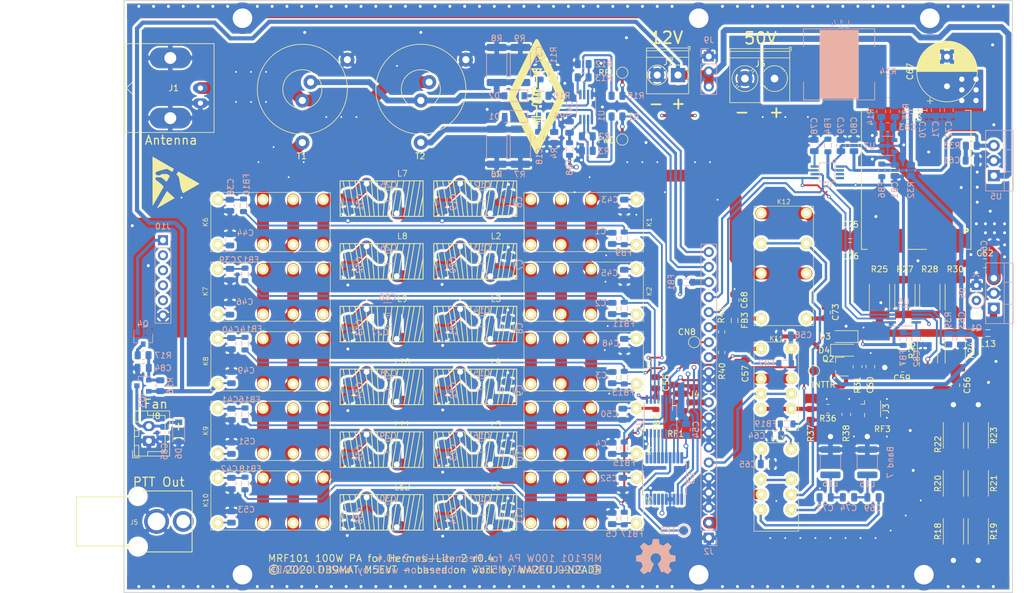
<source format=kicad_pcb>
(kicad_pcb (version 20171130) (host pcbnew 5.1.10-88a1d61d58~88~ubuntu20.04.1)
  (title_block (title "Hermes-Lite 2.0") (date 2019-02-23) (rev 2.0-build8) (company SofterHardware) (comment 1 "KF7O Steve Haynal"))
  (layers (0 F.Cu signal) (1 In1.Cu signal) (2 In2.Cu signal) (31 B.Cu signal) (34 B.Paste user hide) (35 F.Paste user hide) (36 B.SilkS user) (37 F.SilkS user) (38 B.Mask user hide) (39 F.Mask user hide) (44 Edge.Cuts user))
  (net 0 "")
  (net 1 +3V3)
  (net 2 GND)
  (net 3 INTTR)
  (net 4 EXTTR)
  (net 5 Band1)
  (net 6 Band2)
  (net 7 Band3)
  (net 8 Band4)
  (net 9 Band5)
  (net 10 "Net-(C12-Pad1)")
  (net 11 "Net-(C13-Pad1)")
  (net 12 "Net-(C14-Pad1)")
  (net 13 "Net-(C15-Pad1)")
  (net 14 "Net-(C10-Pad2)")
  (net 15 "Net-(C11-Pad2)")
  (net 16 "Net-(C12-Pad2)")
  (net 17 "Net-(C13-Pad2)")
  (net 18 "Net-(C14-Pad2)")
  (net 19 "Net-(C15-Pad2)")
  (net 20 "Net-(C16-Pad2)")
  (net 21 "Net-(C17-Pad2)")
  (net 22 "Net-(C18-Pad2)")
  (net 23 "Net-(C25-Pad2)")
  (net 24 "Net-(C26-Pad2)")
  (net 25 "Net-(C27-Pad2)")
  (net 26 "Net-(C28-Pad2)")
  (net 27 "Net-(C29-Pad2)")
  (net 28 "Net-(C30-Pad2)")
  (net 29 "Net-(C37-Pad2)")
  (net 30 "Net-(C56-Pad2)")
  (net 31 "Net-(C56-Pad1)")
  (net 32 "Net-(C58-Pad1)")
  (net 33 "Net-(C59-Pad1)")
  (net 34 "Net-(C62-Pad1)")
  (net 35 "Net-(C62-Pad2)")
  (net 36 Band7)
  (net 37 "Net-(C68-Pad1)")
  (net 38 "Net-(C69-Pad2)")
  (net 39 "Net-(C69-Pad1)")
  (net 40 "Net-(C74-Pad1)")
  (net 41 "Net-(C75-Pad2)")
  (net 42 TX_high)
  (net 43 "Net-(C77-Pad1)")
  (net 44 "Net-(D1-Pad2)")
  (net 45 "Net-(D2-Pad2)")
  (net 46 "Net-(FB1-Pad2)")
  (net 47 "Net-(J1-Pad1)")
  (net 48 HL2_RF)
  (net 49 "Net-(J2-Pad10)")
  (net 50 "Net-(J2-Pad14)")
  (net 51 SDA)
  (net 52 SCL)
  (net 53 "Net-(K1-Pad2)")
  (net 54 Filter_In)
  (net 55 "Net-(K2-Pad2)")
  (net 56 "Net-(K3-Pad2)")
  (net 57 "Net-(K4-Pad2)")
  (net 58 "Net-(K6-Pad2)")
  (net 59 Filter_Out)
  (net 60 "Net-(K7-Pad2)")
  (net 61 "Net-(K8-Pad2)")
  (net 62 "Net-(K10-Pad3)")
  (net 63 "Net-(K11-Pad2)")
  (net 64 "Net-(K12-Pad2)")
  (net 65 "Net-(K13-Pad2)")
  (net 66 "Net-(L13-Pad2)")
  (net 67 "Net-(L13-Pad1)")
  (net 68 FWD_DET)
  (net 69 "Net-(R1-Pad2)")
  (net 70 "Net-(R2-Pad1)")
  (net 71 "Net-(R4-Pad2)")
  (net 72 "Net-(R10-Pad1)")
  (net 73 "Net-(R12-Pad1)")
  (net 74 "Net-(R13-Pad2)")
  (net 75 RFL_DET)
  (net 76 "Net-(R25-Pad2)")
  (net 77 "Net-(R27-Pad2)")
  (net 78 "Net-(R28-Pad2)")
  (net 79 "Net-(TP5-Pad1)")
  (net 80 "Net-(U3-Pad7)")
  (net 81 "Net-(U3-Pad8)")
  (net 82 "Net-(U3-Pad10)")
  (net 83 "Net-(U3-Pad11)")
  (net 84 "Net-(U3-Pad12)")
  (net 85 "Net-(U3-Pad13)")
  (net 86 "Net-(U3-Pad14)")
  (net 87 "Net-(U3-Pad15)")
  (net 88 "Net-(U3-Pad16)")
  (net 89 "Net-(U3-Pad18)")
  (net 90 "Net-(C67-Pad1)")
  (net 91 "Net-(C61-Pad1)")
  (net 92 +12V)
  (net 93 "Net-(C47-Pad2)")
  (net 94 "Net-(C78-Pad2)")
  (net 95 Vipa)
  (net 96 Vtemp)
  (net 97 "Net-(C81-Pad1)")
  (net 98 "Net-(C82-Pad1)")
  (net 99 "Net-(C83-Pad2)")
  (net 100 "Net-(C83-Pad1)")
  (net 101 "Net-(L14-Pad2)")
  (net 102 "Net-(U2-Pad3)")
  (net 103 "Net-(U2-Pad4)")
  (net 104 "Net-(C1-Pad2)")
  (net 105 "Net-(C2-Pad2)")
  (net 106 "Net-(C3-Pad2)")
  (net 107 "Net-(C4-Pad2)")
  (net 108 "Net-(C5-Pad2)")
  (net 109 "Net-(C38-Pad2)")
  (net 110 "Net-(C39-Pad2)")
  (net 111 "Net-(C40-Pad2)")
  (net 112 "Net-(C41-Pad2)")
  (net 113 "Net-(C42-Pad2)")
  (net 114 "Net-(C64-Pad2)")
  (net 115 "Net-(C84-Pad2)")
  (net 116 "Net-(C85-Pad2)")
  (net 117 "Net-(J3-Pad1)")
  (net 118 "Net-(J10-Pad5)")
  (net 119 "Net-(J10-Pad4)")
  (net 120 "Net-(J10-Pad3)")
  (net 121 "Net-(J10-Pad2)")
  (net 122 "Net-(J10-Pad1)")
  (net 123 "Net-(Q4-Pad3)")
  (net 124 "Net-(C63-Pad2)")
  (net 125 "Net-(R39-Pad2)")
  (net 126 HL2_RX)
  (net 127 "Net-(K11-Pad4)")
  (net 128 "Net-(J2-Pad13)")
  (net 129 RXANT)
  (net 130 "Net-(J6-Pad1)")
  (net 131 "Net-(U3-Pad19)")
  (net 132 "Net-(C55-Pad2)")
  (net 133 "Net-(D5-Pad2)")
  (module n2adr:RelayDPDT02 (layer F.Cu) (at 94.742 124.46)
    (fp_text reference K10 (at -10.942 -0.01 -270) (layer F.SilkS) (effects (font (size 0.8 0.8) (thickness 0.1))))
    (fp_text value "AXICOM D2N")
    (pad 1 thru_hole circle (at -8.89 3.81) (size 1.85 1.85) (drill 1) (layers *.Cu *.Mask F.SilkS) (net 92 +12V))
    (pad 2 thru_hole circle (at 3.81 3.81) (size 1.85 1.85) (drill 1) (layers *.Cu *.Mask F.SilkS) (net 28 "Net-(C30-Pad2)"))
    (pad 3 thru_hole circle (at -1.27 3.81) (size 1.85 1.85) (drill 1) (layers *.Cu *.Mask F.SilkS) (net 62 "Net-(K10-Pad3)"))
    (pad 4 thru_hole circle (at 8.89 3.81) (size 1.85 1.85) (drill 1) (layers *.Cu *.Mask F.SilkS) (net 27 "Net-(C29-Pad2)"))
    (pad 5 thru_hole circle (at 8.89 -3.81) (size 1.85 1.85) (drill 1) (layers *.Cu *.Mask F.SilkS) (net 27 "Net-(C29-Pad2)"))
    (pad 6 thru_hole circle (at -1.27 -3.81) (size 1.85 1.85) (drill 1) (layers *.Cu *.Mask F.SilkS) (net 62 "Net-(K10-Pad3)"))
    (pad 7 thru_hole circle (at 3.81 -3.81) (size 1.85 1.85) (drill 1) (layers *.Cu *.Mask F.SilkS) (net 28 "Net-(C30-Pad2)"))
    (pad 8 thru_hole circle (at -8.89 -3.81) (size 1.85 1.85) (drill 1) (layers *.Cu *.Mask F.SilkS) (net 113 "Net-(C42-Pad2)"))
  )
  (module n2adr:SignalCommunications-WE-DCT (layer F.Cu) (at 203.7 70.3 90)
    (fp_text reference T3 (at 10.5 0) (layer F.SilkS) (effects (font (size 1.27 1.27) (thickness 0.1016))))
    (fp_text value 744851470 hide)
    (pad 4 smd rect (at 10.2997 4.99872 90) (size 3.99796 5.99948) (layers F.Cu F.Paste F.Mask) (net 90 "Net-(C67-Pad1)"))
    (pad 3 smd rect (at 10.2997 -4.99872 90) (size 3.99796 5.99948) (layers F.Cu F.Paste F.Mask) (net 34 "Net-(C62-Pad1)"))
    (pad 2 smd rect (at -10.2997 -4.99872 90) (size 3.99796 5.99948) (layers F.Cu F.Paste F.Mask) (net 41 "Net-(C75-Pad2)"))
    (pad 1 smd rect (at -10.2997 4.99872 90) (size 3.99796 5.99948) (layers F.Cu F.Paste F.Mask) (net 34 "Net-(C62-Pad1)"))
  )
  (module Capacitor_SMD:C_1206_3216Metric (layer B.Cu) (at 114.5032 91.948 180)
    (fp_text reference C86 (at 0 1.85) (layer B.SilkS) (effects (justify mirror)))
    (fp_text value 33p)
    (pad 2 smd roundrect (at 1.475 0 180) (size 1.15 1.8) (layers B.Cu B.Paste B.Mask) (roundrect_rratio 0.217391) (net 25 "Net-(C27-Pad2)"))
    (pad 1 smd roundrect (at -1.475 0 180) (size 1.15 1.8) (layers B.Cu B.Paste B.Mask) (roundrect_rratio 0.217391) (net 18 "Net-(C14-Pad2)"))
  )
  (module Connector_PinHeader_2.54mm:PinHeader_1x06_P2.54mm_Vertical (layer B.Cu) (at 76.58 80.5 180)
    (fp_text reference J10 (at 0 2.33) (layer B.SilkS) (effects (justify mirror)))
    (fp_text value DB1)
    (pad 6 thru_hole oval (at 0 -12.7 180) (size 1.7 1.7) (drill 1) (layers *.Cu *.Mask) (net 2 GND))
    (pad 5 thru_hole oval (at 0 -10.16 180) (size 1.7 1.7) (drill 1) (layers *.Cu *.Mask) (net 118 "Net-(J10-Pad5)"))
    (pad 4 thru_hole oval (at 0 -7.62 180) (size 1.7 1.7) (drill 1) (layers *.Cu *.Mask) (net 119 "Net-(J10-Pad4)"))
    (pad 3 thru_hole oval (at 0 -5.08 180) (size 1.7 1.7) (drill 1) (layers *.Cu *.Mask) (net 120 "Net-(J10-Pad3)"))
    (pad 2 thru_hole oval (at 0 -2.54 180) (size 1.7 1.7) (drill 1) (layers *.Cu *.Mask) (net 121 "Net-(J10-Pad2)"))
    (pad 1 thru_hole rect (at 0 0 180) (size 1.7 1.7) (drill 1) (layers *.Cu *.Mask) (net 122 "Net-(J10-Pad1)"))
  )
  (module T50:T50_Coupler (layer F.Cu) (at 108.1 50 180)
    (fp_text reference T1 (at 8.1 -16.3 180) (layer F.SilkS))
    (fp_text value Coupler)
    (pad 4 thru_hole circle (at 8 -14 180) (size 2.4 2.4) (drill 1.2) (layers *.Cu *.Mask) (net 47 "Net-(J1-Pad1)"))
    (pad 3 thru_hole circle (at 8 -6.9 180) (size 2.4 2.4) (drill 1.2) (layers *.Cu *.Mask) (net 59 Filter_Out))
    (pad 1 thru_hole circle (at 0.4 0 180) (size 2.4 2.4) (drill 1.2) (layers *.Cu *.Mask) (net 2 GND))
    (pad 2 thru_hole circle (at 6.6 -3.8 180) (size 2.4 2.4) (drill 1.2) (layers *.Cu *.Mask) (net 45 "Net-(D2-Pad2)"))
  )
  (module Diode_THT:D_DO-35_SOD27_P2.54mm_Vertical_KathodeUp (layer B.Cu) (at 213.868 88.138 270)
    (fp_text reference D5 (at 1.27 2.326371 90) (layer B.SilkS) (effects (justify mirror)))
    (fp_text value 1N4148)
    (fp_text user K (at -1.8 0 90) (layer B.SilkS) (effects (justify mirror)))
    (pad 2 thru_hole oval (at 2.54 0 270) (size 1.6 1.6) (drill 0.8) (layers *.Cu *.Mask) (net 133 "Net-(D5-Pad2)"))
    (pad 1 thru_hole rect (at 0 0 270) (size 1.6 1.6) (drill 0.8) (layers *.Cu *.Mask) (net 2 GND))
  )
  (module n2adr:RelayDPDT01 (layer F.Cu) (at 180.086 120.904 270)
    (fp_text reference K13 (at -6.9 -0.2) (layer F.SilkS) (effects (font (size 0.8 0.8) (thickness 0.1))))
    (fp_text value EC2-12NU)
    (pad 8 thru_hole circle (at -5.08 -2.54 270) (size 1.85 1.85) (drill 0.8) (layers *.Cu *.Mask F.SilkS) (net 114 "Net-(C64-Pad2)"))
    (pad 7 thru_hole circle (at 0 -2.54 270) (size 1.85 1.85) (drill 0.8) (layers *.Cu *.Mask F.SilkS) (net 65 "Net-(K13-Pad2)"))
    (pad 6 thru_hole circle (at 2.54 -2.54 270) (size 1.85 1.85) (drill 0.8) (layers *.Cu *.Mask F.SilkS) (net 64 "Net-(K12-Pad2)"))
    (pad 5 thru_hole circle (at 5.08 -2.54 270) (size 1.85 1.85) (drill 0.8) (layers *.Cu *.Mask F.SilkS) (net 43 "Net-(C77-Pad1)"))
    (pad 4 thru_hole circle (at 5.08 2.54 270) (size 1.85 1.85) (drill 0.8) (layers *.Cu *.Mask F.SilkS) (net 38 "Net-(C69-Pad2)"))
    (pad 3 thru_hole circle (at 2.54 2.54 270) (size 1.85 1.85) (drill 0.8) (layers *.Cu *.Mask F.SilkS) (net 63 "Net-(K11-Pad2)"))
    (pad 2 thru_hole circle (at 0 2.54 270) (size 1.85 1.85) (drill 0.8) (layers *.Cu *.Mask F.SilkS) (net 65 "Net-(K13-Pad2)"))
    (pad 1 thru_hole circle (at -5.08 2.54 270) (size 1.85 1.85) (drill 0.8) (layers *.Cu *.Mask F.SilkS) (net 92 +12V))
  )
  (module n2adr:RelayDPDT01 (layer F.Cu) (at 180.086 103.886 270)
    (fp_text reference K11 (at -6.786 -0.014) (layer F.SilkS) (effects (font (size 0.8 0.8) (thickness 0.1))))
    (fp_text value EC2-12NU)
    (pad 8 thru_hole circle (at -5.08 -2.54 270) (size 1.85 1.85) (drill 0.8) (layers *.Cu *.Mask F.SilkS) (net 32 "Net-(C58-Pad1)"))
    (pad 7 thru_hole circle (at 0 -2.54 270) (size 1.85 1.85) (drill 0.8) (layers *.Cu *.Mask F.SilkS) (net 63 "Net-(K11-Pad2)"))
    (pad 6 thru_hole circle (at 2.54 -2.54 270) (size 1.85 1.85) (drill 0.8) (layers *.Cu *.Mask F.SilkS) (net 126 HL2_RX))
    (pad 5 thru_hole circle (at 5.08 -2.54 270) (size 1.85 1.85) (drill 0.8) (layers *.Cu *.Mask F.SilkS) (net 127 "Net-(K11-Pad4)"))
    (pad 4 thru_hole circle (at 5.08 2.54 270) (size 1.85 1.85) (drill 0.8) (layers *.Cu *.Mask F.SilkS) (net 127 "Net-(K11-Pad4)"))
    (pad 3 thru_hole circle (at 2.54 2.54 270) (size 1.85 1.85) (drill 0.8) (layers *.Cu *.Mask F.SilkS) (net 126 HL2_RX))
    (pad 2 thru_hole circle (at 0 2.54 270) (size 1.85 1.85) (drill 0.8) (layers *.Cu *.Mask F.SilkS) (net 63 "Net-(K11-Pad2)"))
    (pad 1 thru_hole circle (at -5.08 2.54 270) (size 1.85 1.85) (drill 0.8) (layers *.Cu *.Mask F.SilkS) (net 92 +12V))
  )
  (module n2adr:U.FL_Hirose_U.FL-R-SMT-1_Vertical (layer F.Cu) (at 164.4 107.9 180)
    (fp_text reference J4 (at -1.9 1.4) (layer F.SilkS))
    (fp_text value RF1)
    (pad 2 smd rect (at 0.475 -1.475 180) (size 2.2 1.05) (layers F.Cu F.Paste F.Mask) (net 2 GND))
    (pad 1 smd rect (at -1.05 0 180) (size 1.05 1) (layers F.Cu F.Paste F.Mask) (net 49 "Net-(J2-Pad10)"))
    (pad 2 smd rect (at 0.475 1.475 180) (size 2.2 1.05) (layers F.Cu F.Paste F.Mask) (net 2 GND))
  )
  (module Resistor_SMD:R_0603_1608Metric (layer F.Cu) (at 170.8785 95.974 270)
    (fp_text reference R41 (at -2.883 0.0635 90) (layer F.SilkS))
    (fp_text value 0R)
    (pad 2 smd roundrect (at 0.825 0 270) (size 0.8 0.95) (layers F.Cu F.Paste F.Mask) (net 3 INTTR))
    (pad 1 smd roundrect (at -0.825 0 270) (size 0.8 0.95) (layers F.Cu F.Paste F.Mask) (net 4 EXTTR))
  )
  (module Resistor_SMD:R_0603_1608Metric (layer F.Cu) (at 170.8785 99.4665 90)
    (fp_text reference R40 (at -3.1495 0.0635 90) (layer F.SilkS))
    (fp_text value 0R)
    (pad 2 smd roundrect (at 0.825 0 90) (size 0.8 0.95) (layers F.Cu F.Paste F.Mask) (net 3 INTTR))
    (pad 1 smd roundrect (at -0.825 0 90) (size 0.8 0.95) (layers F.Cu F.Paste F.Mask) (net 128 "Net-(J2-Pad13)"))
  )
  (module n2adr:U.FL_Hirose_U.FL-R-SMT-1_Vertical (layer F.Cu) (at 195.868 108.966)
    (fp_text reference J3 (at 2.732 -0.016 90) (layer F.SilkS))
    (fp_text value RF3)
    (pad 2 smd rect (at 0.475 -1.475) (size 2.2 1.05) (layers F.Cu F.Paste F.Mask) (net 2 GND))
    (pad 1 smd rect (at -1.05 0) (size 1.05 1) (layers F.Cu F.Paste F.Mask) (net 117 "Net-(J3-Pad1)"))
    (pad 2 smd rect (at 0.475 1.475) (size 2.2 1.05) (layers F.Cu F.Paste F.Mask) (net 2 GND))
  )
  (module Package_SO:TSSOP-16_4.4x5mm_P0.65mm (layer B.Cu) (at 160.55 110.25 90)
    (fp_text reference U4 (at -1.51 -3.55 90) (layer B.SilkS) (effects (justify mirror)))
    (fp_text value ULN2003)
    (pad 16 smd roundrect (at 2.8625 2.275 90) (size 1.475 0.4) (layers B.Cu B.Paste B.Mask) (net 36 Band7))
    (pad 15 smd roundrect (at 2.8625 1.625 90) (size 1.475 0.4) (layers B.Cu B.Paste B.Mask) (net 129 RXANT))
    (pad 14 smd roundrect (at 2.8625 0.975 90) (size 1.475 0.4) (layers B.Cu B.Paste B.Mask) (net 9 Band5))
    (pad 13 smd roundrect (at 2.8625 0.325 90) (size 1.475 0.4) (layers B.Cu B.Paste B.Mask) (net 8 Band4))
    (pad 12 smd roundrect (at 2.8625 -0.325 90) (size 1.475 0.4) (layers B.Cu B.Paste B.Mask) (net 7 Band3))
    (pad 11 smd roundrect (at 2.8625 -0.975 90) (size 1.475 0.4) (layers B.Cu B.Paste B.Mask) (net 6 Band2))
    (pad 10 smd roundrect (at 2.8625 -1.625 90) (size 1.475 0.4) (layers B.Cu B.Paste B.Mask) (net 5 Band1))
    (pad 9 smd roundrect (at 2.8625 -2.275 90) (size 1.475 0.4) (layers B.Cu B.Paste B.Mask) (net 132 "Net-(C55-Pad2)"))
    (pad 8 smd roundrect (at -2.8625 -2.275 90) (size 1.475 0.4) (layers B.Cu B.Paste B.Mask) (net 2 GND))
    (pad 7 smd roundrect (at -2.8625 -1.625 90) (size 1.475 0.4) (layers B.Cu B.Paste B.Mask) (net 84 "Net-(U3-Pad12)"))
    (pad 6 smd roundrect (at -2.8625 -0.975 90) (size 1.475 0.4) (layers B.Cu B.Paste B.Mask) (net 85 "Net-(U3-Pad13)"))
    (pad 5 smd roundrect (at -2.8625 -0.325 90) (size 1.475 0.4) (layers B.Cu B.Paste B.Mask) (net 86 "Net-(U3-Pad14)"))
    (pad 4 smd roundrect (at -2.8625 0.325 90) (size 1.475 0.4) (layers B.Cu B.Paste B.Mask) (net 87 "Net-(U3-Pad15)"))
    (pad 3 smd roundrect (at -2.8625 0.975 90) (size 1.475 0.4) (layers B.Cu B.Paste B.Mask) (net 88 "Net-(U3-Pad16)"))
    (pad 2 smd roundrect (at -2.8625 1.625 90) (size 1.475 0.4) (layers B.Cu B.Paste B.Mask) (net 131 "Net-(U3-Pad19)"))
    (pad 1 smd roundrect (at -2.8625 2.275 90) (size 1.475 0.4) (layers B.Cu B.Paste B.Mask) (net 89 "Net-(U3-Pad18)"))
  )
  (module Package_TO_SOT_SMD:SOT-23 (layer B.Cu) (at 73.175 105.075 180)
    (fp_text reference Q3 (at 0 -2.75 270) (layer B.SilkS) (effects (justify mirror)))
    (fp_text value IRLML6402)
    (pad 3 smd rect (at 1 0 180) (size 0.9 0.8) (layers B.Cu B.Paste B.Mask) (net 116 "Net-(C85-Pad2)"))
    (pad 2 smd rect (at -1 -0.95 180) (size 0.9 0.8) (layers B.Cu B.Paste B.Mask) (net 92 +12V))
    (pad 1 smd rect (at -1 0.95 180) (size 0.9 0.8) (layers B.Cu B.Paste B.Mask) (net 115 "Net-(C84-Pad2)"))
  )
  (module Package_TO_SOT_SMD:SOT-23 (layer B.Cu) (at 73.25 97.05 270)
    (fp_text reference Q4 (at -2.4 0.05 180) (layer B.SilkS) (effects (justify mirror)))
    (fp_text value DTC144E)
    (pad 3 smd rect (at 1 0 270) (size 0.9 0.8) (layers B.Cu B.Paste B.Mask) (net 123 "Net-(Q4-Pad3)"))
    (pad 2 smd rect (at -1 -0.95 270) (size 0.9 0.8) (layers B.Cu B.Paste B.Mask) (net 2 GND))
    (pad 1 smd rect (at -1 0.95 270) (size 0.9 0.8) (layers B.Cu B.Paste B.Mask) (net 122 "Net-(J10-Pad1)"))
  )
  (module n2adr:Ham_Logo (layer F.Cu) (at 139.4 56.2)
    (fp_text reference G*** hide)
    (fp_text value LOGO hide)
  )
  (module Connector_JST:JST_XH_B2B-XH-A_1x02_P2.50mm_Vertical (layer F.Cu) (at 74.2 114.4 90)
    (fp_text reference J8 (at 4.2 1.1) (layer F.SilkS))
    (fp_text value Fan)
    (pad 2 thru_hole oval (at 2.5 0 90) (size 1.7 2) (drill 1) (layers *.Cu *.Mask) (net 2 GND))
    (pad 1 thru_hole roundrect (at 0 0 90) (size 1.7 2) (drill 1) (layers *.Cu *.Mask) (roundrect_rratio 0.147059) (net 116 "Net-(C85-Pad2)"))
  )
  (module TerminalBlock_Phoenix:TerminalBlock_Phoenix_PT-1,5-2-3.5-H_1x02_P3.50mm_Horizontal (layer F.Cu) (at 163.5 52.6 180)
    (fp_text reference J7 (at 1.6 2.2) (layer F.SilkS))
    (fp_text value 12V)
    (pad 2 thru_hole circle (at 3.5 0 180) (size 2.4 2.4) (drill 1.2) (layers *.Cu *.Mask) (net 2 GND))
    (pad 1 thru_hole rect (at 0 0 180) (size 2.4 2.4) (drill 1.2) (layers *.Cu *.Mask) (net 92 +12V))
  )
  (module Resistor_SMD:R_0805_2012Metric (layer B.Cu) (at 209.1 97.2 270)
    (fp_text reference R39 (at -3.2 0 90) (layer B.SilkS) (effects (justify mirror)))
    (fp_text value 5k6)
    (pad 2 smd roundrect (at 0.9125 0 270) (size 1.025 1.4) (layers B.Cu B.Paste B.Mask) (roundrect_rratio 0.243902) (net 125 "Net-(R39-Pad2)"))
    (pad 1 smd roundrect (at -0.9125 0 270) (size 1.025 1.4) (layers B.Cu B.Paste B.Mask) (roundrect_rratio 0.243902) (net 124 "Net-(C63-Pad2)"))
  )
  (module T50:T50_V_THT (layer F.Cu) (at 129.284 94.673 180)
    (fp_text reference L3 (at -3.5 4.25) (layer F.SilkS) (effects (font (thickness 0.125))))
    (fp_text value 710n)
    (pad 2 thru_hole circle (at 2.54 2.54 180) (size 1.85 1.85) (drill 1) (layers *.Cu *.Mask) (net 18 "Net-(C14-Pad2)"))
    (pad 1 thru_hole circle (at -2.54 -2.5 180) (size 1.85 1.85) (drill 1) (layers *.Cu *.Mask) (net 12 "Net-(C14-Pad1)"))
  )
  (module n2adr:m3 (layer F.Cu) (at 90 43)
    (fp_text reference MH hide)
    (fp_text value VAL** hide)
    (pad 1 thru_hole circle (at 0 0) (size 5.3 5.3) (drill 3.3) (layers *.Cu *.Mask) (net 2 GND))
  )
  (module n2adr:m3 (layer F.Cu) (at 167 43)
    (fp_text reference MH hide)
    (fp_text value VAL** hide)
    (pad 1 thru_hole circle (at 0 0) (size 5.3 5.3) (drill 3.3) (layers *.Cu *.Mask) (net 2 GND))
  )
  (module n2adr:m3 (layer F.Cu) (at 206 43)
    (fp_text reference MH hide)
    (fp_text value VAL** hide)
    (pad 1 thru_hole circle (at 0 0) (size 5.3 5.3) (drill 3.3) (layers *.Cu *.Mask) (net 2 GND))
  )
  (module n2adr:m3 (layer F.Cu) (at 205 137)
    (fp_text reference MH hide)
    (fp_text value VAL** hide)
    (pad 1 thru_hole circle (at 0 0) (size 5.3 5.3) (drill 3.3) (layers *.Cu *.Mask) (net 2 GND))
  )
  (module n2adr:m3 (layer F.Cu) (at 167 137)
    (fp_text reference MH hide)
    (fp_text value VAL** hide)
    (pad 1 thru_hole circle (at 0 0) (size 5.3 5.3) (drill 3.3) (layers *.Cu *.Mask) (net 2 GND))
  )
  (module n2adr:m3 (layer F.Cu) (at 90 137)
    (fp_text reference MH hide)
    (fp_text value VAL** hide)
    (pad 1 thru_hole circle (at 0 0) (size 5.3 5.3) (drill 3.3) (layers *.Cu *.Mask) (net 2 GND))
  )
  (module Symbol:OSHW-Symbol_6.7x6mm_SilkScreen (layer B.Cu) (at 159.75 133.95 180)
    (fp_text reference REF** hide)
    (fp_text value OSHW-Symbol_6.7x6mm_SilkScreen hide)
  )
  (module Symbol:OSHW-Symbol_6.7x6mm_SilkScreen (layer F.Cu) (at 159.75 133.95)
    (fp_text reference REF** hide)
    (fp_text value OSHW-Symbol_6.7x6mm_SilkScreen hide)
  )
  (module Symbol:ESD-Logo_8.9x8mm_SilkScreen (layer F.Cu) (at 78.8 70.75 270)
    (fp_text reference REF** hide)
    (fp_text value ESD-Logo_8.9x8mm_SilkScreen hide)
  )
  (module n2adr:MAX11613 (layer B.Cu) (at 188.7 69.025 270)
    (fp_text reference U2 (at 2.2 0) (layer B.SilkS) (effects (font (size 0.8 0.8) (thickness 0.1)) (justify mirror)))
    (fp_text value MAX11645)
    (pad 4 smd rect (at 0.975 -2.15 270) (size 0.4 1.35) (layers B.Cu B.Paste B.Mask) (net 103 "Net-(U2-Pad4)"))
    (pad 5 smd rect (at 0.975 2.15 270) (size 0.4 1.35) (layers B.Cu B.Paste B.Mask) (net 52 SCL))
    (pad 3 smd rect (at 0.325 -2.15 270) (size 0.4 1.35) (layers B.Cu B.Paste B.Mask) (net 102 "Net-(U2-Pad3)"))
    (pad 6 smd rect (at 0.325 2.15 270) (size 0.4 1.35) (layers B.Cu B.Paste B.Mask) (net 51 SDA))
    (pad 2 smd rect (at -0.325 -2.15 270) (size 0.4 1.35) (layers B.Cu B.Paste B.Mask) (net 95 Vipa))
    (pad 7 smd rect (at -0.325 2.15 270) (size 0.4 1.35) (layers B.Cu B.Paste B.Mask) (net 2 GND))
    (pad 1 smd rect (at -0.975 -2.15 270) (size 0.4 1.35) (layers B.Cu B.Paste B.Mask) (net 96 Vtemp))
    (pad 8 smd rect (at -0.975 2.15 270) (size 0.4 1.35) (layers B.Cu B.Paste B.Mask) (net 94 "Net-(C78-Pad2)"))
  )
  (module Package_SO:MSOP-8_3x3mm_P0.65mm (layer B.Cu) (at 201.6 93.4)
    (fp_text reference U6 (at 0 -2.5 180) (layer B.SilkS) (effects (justify mirror)))
    (fp_text value MCP4561)
    (pad 8 smd roundrect (at 2.1125 0.975) (size 1.625 0.4) (layers B.Cu B.Paste B.Mask) (net 98 "Net-(C82-Pad1)"))
    (pad 7 smd roundrect (at 2.1125 0.325) (size 1.625 0.4) (layers B.Cu B.Paste B.Mask) (net 133 "Net-(D5-Pad2)"))
    (pad 6 smd roundrect (at 2.1125 -0.325) (size 1.625 0.4) (layers B.Cu B.Paste B.Mask) (net 33 "Net-(C59-Pad1)"))
    (pad 5 smd roundrect (at 2.1125 -0.975) (size 1.625 0.4) (layers B.Cu B.Paste B.Mask) (net 125 "Net-(R39-Pad2)"))
    (pad 4 smd roundrect (at -2.1125 -0.975) (size 1.625 0.4) (layers B.Cu B.Paste B.Mask) (net 2 GND))
    (pad 3 smd roundrect (at -2.1125 -0.325) (size 1.625 0.4) (layers B.Cu B.Paste B.Mask) (net 51 SDA))
    (pad 2 smd roundrect (at -2.1125 0.325) (size 1.625 0.4) (layers B.Cu B.Paste B.Mask) (net 52 SCL))
    (pad 1 smd roundrect (at -2.1125 0.975) (size 1.625 0.4) (layers B.Cu B.Paste B.Mask) (net 2 GND))
  )
  (module Package_TO_SOT_SMD:SOT-23-5 (layer B.Cu) (at 198.9 64.55)
    (fp_text reference U7 (at -3.1 0.05) (layer B.SilkS) (effects (justify mirror)))
    (fp_text value INA193)
    (pad 5 smd rect (at 1.1 0.95) (size 1.06 0.65) (layers B.Cu B.Paste B.Mask) (net 97 "Net-(C81-Pad1)"))
    (pad 4 smd rect (at 1.1 -0.95) (size 1.06 0.65) (layers B.Cu B.Paste B.Mask) (net 99 "Net-(C83-Pad2)"))
    (pad 3 smd rect (at -1.1 -0.95) (size 1.06 0.65) (layers B.Cu B.Paste B.Mask) (net 100 "Net-(C83-Pad1)"))
    (pad 2 smd rect (at -1.1 0) (size 1.06 0.65) (layers B.Cu B.Paste B.Mask) (net 2 GND))
    (pad 1 smd rect (at -1.1 0.95) (size 1.06 0.65) (layers B.Cu B.Paste B.Mask) (net 95 Vipa))
  )
  (module Resistor_SMD:R_0805_2012Metric (layer B.Cu) (at 197.8 58.75 90)
    (fp_text reference R14 (at -0.95 -1.8 90) (layer B.SilkS) (effects (justify mirror)))
    (fp_text value JNC)
    (pad 2 smd roundrect (at 0.9125 0 90) (size 1.025 1.4) (layers B.Cu B.Paste B.Mask) (roundrect_rratio 0.243902) (net 101 "Net-(L14-Pad2)"))
    (pad 1 smd roundrect (at -0.9125 0 90) (size 1.025 1.4) (layers B.Cu B.Paste B.Mask) (roundrect_rratio 0.243902) (net 100 "Net-(C83-Pad1)"))
  )
  (module Resistor_SMD:R_0805_2012Metric (layer B.Cu) (at 200.1 58.75 90)
    (fp_text reference R35 (at -0.05 1.9 90) (layer B.SilkS) (effects (justify mirror)))
    (fp_text value JNC)
    (pad 2 smd roundrect (at 0.9125 0 90) (size 1.025 1.4) (layers B.Cu B.Paste B.Mask) (roundrect_rratio 0.243902) (net 90 "Net-(C67-Pad1)"))
    (pad 1 smd roundrect (at -0.9125 0 90) (size 1.025 1.4) (layers B.Cu B.Paste B.Mask) (roundrect_rratio 0.243902) (net 99 "Net-(C83-Pad2)"))
  )
  (module Resistor_SMD:R_0612_1632Metric (layer B.Cu) (at 198.95 54.7 180)
    (fp_text reference R34 (at 0 2.7) (layer B.SilkS) (effects (justify mirror)))
    (fp_text value 0.036)
    (pad 2 smd roundrect (at 0.75 0 180) (size 1 3.4) (layers B.Cu B.Paste B.Mask) (net 101 "Net-(L14-Pad2)"))
    (pad 1 smd roundrect (at -0.75 0 180) (size 1 3.4) (layers B.Cu B.Paste B.Mask) (net 90 "Net-(C67-Pad1)"))
  )
  (module Capacitor_SMD:C_0805_2012Metric (layer B.Cu) (at 186.5 64.5 270)
    (fp_text reference C78 (at -3.3 0 90) (layer B.SilkS) (effects (justify mirror)))
    (fp_text value 100n)
    (pad 2 smd roundrect (at 0.95 0 270) (size 1 1.45) (layers B.Cu B.Paste B.Mask) (net 94 "Net-(C78-Pad2)"))
    (pad 1 smd roundrect (at -0.95 0 270) (size 1 1.45) (layers B.Cu B.Paste B.Mask) (net 2 GND))
  )
  (module Capacitor_SMD:C_0805_2012Metric (layer B.Cu) (at 191 64.5 270)
    (fp_text reference C79 (at -3.4 0 90) (layer B.SilkS) (effects (justify mirror)))
    (fp_text value 4n7)
    (pad 2 smd roundrect (at 0.95 0 270) (size 1 1.45) (layers B.Cu B.Paste B.Mask) (net 95 Vipa))
    (pad 1 smd roundrect (at -0.95 0 270) (size 1 1.45) (layers B.Cu B.Paste B.Mask) (net 2 GND))
  )
  (module Capacitor_SMD:C_0805_2012Metric (layer B.Cu) (at 193.2 64.5 270)
    (fp_text reference C80 (at -3.4 0 90) (layer B.SilkS) (effects (justify mirror)))
    (fp_text value 4n7)
    (pad 2 smd roundrect (at 0.95 0 270) (size 1 1.45) (layers B.Cu B.Paste B.Mask) (net 96 Vtemp))
    (pad 1 smd roundrect (at -0.95 0 270) (size 1 1.45) (layers B.Cu B.Paste B.Mask) (net 2 GND))
  )
  (module Capacitor_SMD:C_0805_2012Metric (layer B.Cu) (at 200.1 68.7 270)
    (fp_text reference C81 (at 3.3 0 90) (layer B.SilkS) (effects (justify mirror)))
    (fp_text value 100n)
    (pad 2 smd roundrect (at 0.95 0 270) (size 1 1.45) (layers B.Cu B.Paste B.Mask) (net 2 GND))
    (pad 1 smd roundrect (at -0.95 0 270) (size 1 1.45) (layers B.Cu B.Paste B.Mask) (net 97 "Net-(C81-Pad1)"))
  )
  (module Capacitor_SMD:C_0805_2012Metric (layer B.Cu) (at 203.7 97.2 270)
    (fp_text reference C82 (at 3.3 -0.1 90) (layer B.SilkS) (effects (justify mirror)))
    (fp_text value 100n)
    (pad 2 smd roundrect (at 0.95 0 270) (size 1 1.45) (layers B.Cu B.Paste B.Mask) (net 2 GND))
    (pad 1 smd roundrect (at -0.95 0 270) (size 1 1.45) (layers B.Cu B.Paste B.Mask) (net 98 "Net-(C82-Pad1)"))
  )
  (module Capacitor_SMD:C_0805_2012Metric (layer B.Cu) (at 198.9 61.4)
    (fp_text reference C83 (at 3.3 0) (layer B.SilkS) (effects (justify mirror)))
    (fp_text value DNI)
    (pad 2 smd roundrect (at 0.95 0) (size 1 1.45) (layers B.Cu B.Paste B.Mask) (net 99 "Net-(C83-Pad2)"))
    (pad 1 smd roundrect (at -0.95 0) (size 1 1.45) (layers B.Cu B.Paste B.Mask) (net 100 "Net-(C83-Pad1)"))
  )
  (module Inductor_SMD:L_0805_2012Metric (layer B.Cu) (at 188.8 64.5 90)
    (fp_text reference FB4 (at 3.3 0 90) (layer B.SilkS) (effects (justify mirror)))
    (fp_text value FB)
    (pad 2 smd roundrect (at 1.0625 0 90) (size 0.875 1.2) (layers B.Cu B.Paste B.Mask) (net 94 "Net-(C78-Pad2)"))
    (pad 1 smd roundrect (at -1.0625 0 90) (size 0.875 1.2) (layers B.Cu B.Paste B.Mask) (net 1 +3V3))
  )
  (module Inductor_SMD:L_0805_2012Metric (layer F.Cu) (at 159.766 108.0285 90)
    (fp_text reference FB5 (at -3.2235 0.127 90) (layer F.SilkS))
    (fp_text value FB)
    (pad 2 smd roundrect (at 1.0625 0 90) (size 0.875 1.2) (layers F.Cu F.Paste F.Mask) (net 132 "Net-(C55-Pad2)"))
    (pad 1 smd roundrect (at -1.0625 0 90) (size 0.875 1.2) (layers F.Cu F.Paste F.Mask) (net 92 +12V))
  )
  (module Inductor_SMD:L_0805_2012Metric (layer B.Cu) (at 197.9 68.7 270)
    (fp_text reference FB6 (at 3.3 0 90) (layer B.SilkS) (effects (justify mirror)))
    (fp_text value FB)
    (pad 2 smd roundrect (at 1.0625 0 270) (size 0.875 1.2) (layers B.Cu B.Paste B.Mask) (net 1 +3V3))
    (pad 1 smd roundrect (at -1.0625 0 270) (size 0.875 1.2) (layers B.Cu B.Paste B.Mask) (net 97 "Net-(C81-Pad1)"))
  )
  (module Inductor_SMD:L_0805_2012Metric (layer B.Cu) (at 201.5 97.2 270)
    (fp_text reference FB7 (at 3.2 0 90) (layer B.SilkS) (effects (justify mirror)))
    (fp_text value FB)
    (pad 2 smd roundrect (at 1.0625 0 270) (size 0.875 1.2) (layers B.Cu B.Paste B.Mask) (net 1 +3V3))
    (pad 1 smd roundrect (at -1.0625 0 270) (size 0.875 1.2) (layers B.Cu B.Paste B.Mask) (net 98 "Net-(C82-Pad1)"))
  )
  (module Inductor_SMD:L_0805_2012Metric (layer B.Cu) (at 145.2 65.1 270)
    (fp_text reference FB8 (at 3.1 0 90) (layer B.SilkS) (effects (justify mirror)))
    (fp_text value FB)
    (pad 2 smd roundrect (at 1.0625 0 270) (size 0.875 1.2) (layers B.Cu B.Paste B.Mask) (net 1 +3V3))
    (pad 1 smd roundrect (at -1.0625 0 270) (size 0.875 1.2) (layers B.Cu B.Paste B.Mask) (net 93 "Net-(C47-Pad2)"))
  )
  (module Connector_PinSocket_2.54mm:PinSocket_1x20_P2.54mm_Vertical (layer B.Cu) (at 168.7 130.75)
    (fp_text reference J2 (at 0 2.33) (layer B.SilkS) (effects (justify mirror)))
    (fp_text value HL2)
    (pad 20 thru_hole oval (at 0 -48.26) (size 1.7 1.7) (drill 1) (layers *.Cu *.Mask) (net 75 RFL_DET))
    (pad 19 thru_hole oval (at 0 -45.72) (size 1.7 1.7) (drill 1) (layers *.Cu *.Mask) (net 68 FWD_DET))
    (pad 18 thru_hole oval (at 0 -43.18) (size 1.7 1.7) (drill 1) (layers *.Cu *.Mask) (net 46 "Net-(FB1-Pad2)"))
    (pad 17 thru_hole oval (at 0 -40.64) (size 1.7 1.7) (drill 1) (layers *.Cu *.Mask) (net 52 SCL))
    (pad 16 thru_hole oval (at 0 -38.1) (size 1.7 1.7) (drill 1) (layers *.Cu *.Mask) (net 51 SDA))
    (pad 15 thru_hole oval (at 0 -35.56) (size 1.7 1.7) (drill 1) (layers *.Cu *.Mask) (net 4 EXTTR))
    (pad 14 thru_hole oval (at 0 -33.02) (size 1.7 1.7) (drill 1) (layers *.Cu *.Mask) (net 50 "Net-(J2-Pad14)"))
    (pad 13 thru_hole oval (at 0 -30.48) (size 1.7 1.7) (drill 1) (layers *.Cu *.Mask) (net 128 "Net-(J2-Pad13)"))
    (pad 12 thru_hole oval (at 0 -27.94) (size 1.7 1.7) (drill 1) (layers *.Cu *.Mask) (net 2 GND))
    (pad 11 thru_hole oval (at 0 -25.4) (size 1.7 1.7) (drill 1) (layers *.Cu *.Mask) (net 2 GND))
    (pad 10 thru_hole oval (at 0 -22.86) (size 1.7 1.7) (drill 1) (layers *.Cu *.Mask) (net 49 "Net-(J2-Pad10)"))
    (pad 9 thru_hole oval (at 0 -20.32) (size 1.7 1.7) (drill 1) (layers *.Cu *.Mask) (net 2 GND))
    (pad 8 thru_hole oval (at 0 -17.78) (size 1.7 1.7) (drill 1) (layers *.Cu *.Mask) (net 2 GND))
    (pad 7 thru_hole oval (at 0 -15.24) (size 1.7 1.7) (drill 1) (layers *.Cu *.Mask) (net 2 GND))
    (pad 6 thru_hole oval (at 0 -12.7) (size 1.7 1.7) (drill 1) (layers *.Cu *.Mask) (net 126 HL2_RX))
    (pad 5 thru_hole oval (at 0 -10.16) (size 1.7 1.7) (drill 1) (layers *.Cu *.Mask) (net 2 GND))
    (pad 4 thru_hole oval (at 0 -7.62) (size 1.7 1.7) (drill 1) (layers *.Cu *.Mask) (net 2 GND))
    (pad 3 thru_hole oval (at 0 -5.08) (size 1.7 1.7) (drill 1) (layers *.Cu *.Mask) (net 2 GND))
    (pad 2 thru_hole oval (at 0 -2.54) (size 1.7 1.7) (drill 1) (layers *.Cu *.Mask) (net 48 HL2_RF))
    (pad 1 thru_hole rect (at 0 0) (size 1.7 1.7) (drill 1) (layers *.Cu *.Mask) (net 2 GND))
  )
  (module TestPoint:TestPoint_Pad_D1.5mm (layer F.Cu) (at 166.2176 97.7138)
    (fp_text reference TP6 hide)
    (fp_text value P8)
    (pad 1 smd circle (at 0 0) (size 1.5 1.5) (layers F.Cu F.Mask) (net 50 "Net-(J2-Pad14)"))
  )
  (module Resistor_SMD:R_0805_2012Metric (layer B.Cu) (at 142.6 63.1375 90)
    (fp_text reference R4 (at -2.6625 0 90) (layer B.SilkS) (effects (justify mirror)))
    (fp_text value 47k)
    (pad 2 smd roundrect (at 0.9125 0 90) (size 1.025 1.4) (layers B.Cu B.Paste B.Mask) (roundrect_rratio 0.243902) (net 71 "Net-(R4-Pad2)"))
    (pad 1 smd roundrect (at -0.9125 0 90) (size 1.025 1.4) (layers B.Cu B.Paste B.Mask) (roundrect_rratio 0.243902) (net 2 GND))
  )
  (module Resistor_SMD:R_2512_6332Metric (layer B.Cu) (at 136.9 64.7 270)
    (fp_text reference R7 (at 4.7 0.1 180) (layer B.SilkS) (effects (justify mirror)))
    (fp_text value 100)
    (pad 2 smd roundrect (at 2.9625 0 270) (size 1.225 3.35) (layers B.Cu B.Paste B.Mask) (roundrect_rratio 0.204082) (net 2 GND))
    (pad 1 smd roundrect (at -2.9625 0 270) (size 1.225 3.35) (layers B.Cu B.Paste B.Mask) (roundrect_rratio 0.204082) (net 44 "Net-(D1-Pad2)"))
  )
  (module Resistor_SMD:R_2512_6332Metric (layer B.Cu) (at 132.9 64.7 90)
    (fp_text reference R6 (at -4.7 0 180) (layer B.SilkS) (effects (justify mirror)))
    (fp_text value 100)
    (pad 2 smd roundrect (at 2.9625 0 90) (size 1.225 3.35) (layers B.Cu B.Paste B.Mask) (roundrect_rratio 0.204082) (net 44 "Net-(D1-Pad2)"))
    (pad 1 smd roundrect (at -2.9625 0 90) (size 1.225 3.35) (layers B.Cu B.Paste B.Mask) (roundrect_rratio 0.204082) (net 2 GND))
  )
  (module Resistor_SMD:R_2512_6332Metric (layer B.Cu) (at 136.9 50.9 90)
    (fp_text reference R9 (at 4.5 -0.1 180) (layer B.SilkS) (effects (justify mirror)))
    (fp_text value 100)
    (pad 2 smd roundrect (at 2.9625 0 90) (size 1.225 3.35) (layers B.Cu B.Paste B.Mask) (roundrect_rratio 0.204082) (net 2 GND))
    (pad 1 smd roundrect (at -2.9625 0 90) (size 1.225 3.35) (layers B.Cu B.Paste B.Mask) (roundrect_rratio 0.204082) (net 45 "Net-(D2-Pad2)"))
  )
  (module Resistor_SMD:R_2512_6332Metric (layer B.Cu) (at 132.9 50.9 270)
    (fp_text reference R8 (at -4.5 0 180) (layer B.SilkS) (effects (justify mirror)))
    (fp_text value 100)
    (pad 2 smd roundrect (at 2.9625 0 270) (size 1.225 3.35) (layers B.Cu B.Paste B.Mask) (roundrect_rratio 0.204082) (net 45 "Net-(D2-Pad2)"))
    (pad 1 smd roundrect (at -2.9625 0 270) (size 1.225 3.35) (layers B.Cu B.Paste B.Mask) (roundrect_rratio 0.204082) (net 2 GND))
  )
  (module TerminalBlock_Phoenix:TerminalBlock_Phoenix_PT-1,5-2-5.0-H_1x02_P5.00mm_Horizontal (layer F.Cu) (at 179.8 53.2 180)
    (fp_text reference J6 (at 2.4 2.5) (layer F.SilkS))
    (fp_text value 50VDC)
    (pad 2 thru_hole circle (at 5 0 180) (size 2.6 2.6) (drill 1.3) (layers *.Cu *.Mask) (net 2 GND))
    (pad 1 thru_hole rect (at 0 0 180) (size 2.6 2.6) (drill 1.3) (layers *.Cu *.Mask) (net 130 "Net-(J6-Pad1)"))
  )
  (module T50:T50_Coupler (layer F.Cu) (at 128.1 50 180)
    (fp_text reference T2 (at 8.1 -16.3 180) (layer F.SilkS))
    (fp_text value Coupler)
    (pad 4 thru_hole circle (at 8 -14 180) (size 2.4 2.4) (drill 1.2) (layers *.Cu *.Mask) (net 45 "Net-(D2-Pad2)"))
    (pad 3 thru_hole circle (at 8 -6.9 180) (size 2.4 2.4) (drill 1.2) (layers *.Cu *.Mask) (net 44 "Net-(D1-Pad2)"))
    (pad 1 thru_hole circle (at 0.4 0 180) (size 2.4 2.4) (drill 1.2) (layers *.Cu *.Mask) (net 2 GND))
    (pad 2 thru_hole circle (at 6.6 -3.8 180) (size 2.4 2.4) (drill 1.2) (layers *.Cu *.Mask) (net 47 "Net-(J1-Pad1)"))
  )
  (module Connector_Coaxial:BNC_Amphenol_B6252HB-NPP3G-50_Horizontal (layer F.Cu) (at 82.9 54.8 90)
    (fp_text reference J1 (at 0 -4.5 180) (layer F.SilkS))
    (fp_text value Antenna)
    (pad 2 thru_hole oval (at -2.54 0 90) (size 1.6 2.5) (drill 0.89) (layers *.Cu *.Mask) (net 2 GND))
    (pad 1 thru_hole oval (at 0 0 90) (size 1.6 2.5) (drill 0.89) (layers *.Cu *.Mask) (net 47 "Net-(J1-Pad1)"))
    (pad 2 thru_hole oval (at 5.08 -5.08 90) (size 3.5 7) (drill 2.01) (layers *.Cu *.Mask) (net 2 GND))
    (pad 2 thru_hole oval (at -5.08 -5.08 90) (size 3.5 7) (drill 2.01) (layers *.Cu *.Mask) (net 2 GND))
  )
  (module n2adr:SignalCommunications-WE-PF_7427929XXX (layer B.Cu) (at 190.7 50.8)
    (fp_text reference L14 (at 0.2 -6.8) (layer B.SilkS) (effects (font (size 1.27 1.27) (thickness 0.1016)) (justify mirror)))
    (fp_text value 7427929112 hide)
    (pad 2 smd rect (at 4.94792 0 270) (size 5.3975 2.89814) (layers B.Cu B.Paste B.Mask) (net 101 "Net-(L14-Pad2)"))
    (pad 1 smd rect (at -4.94792 0 270) (size 5.3975 2.89814) (layers B.Cu B.Paste B.Mask) (net 130 "Net-(J6-Pad1)"))
  )
  (module T50:T50_V_THT (layer F.Cu) (at 129.284 73.473 180)
    (fp_text reference L1 (at -3.5 4.25) (layer F.SilkS) (effects (font (thickness 0.125))))
    (fp_text value 260n)
    (pad 2 thru_hole circle (at 2.54 2.54 180) (size 1.85 1.85) (drill 1) (layers *.Cu *.Mask) (net 16 "Net-(C12-Pad2)"))
    (pad 1 thru_hole circle (at -2.54 -2.5 180) (size 1.85 1.85) (drill 1) (layers *.Cu *.Mask) (net 10 "Net-(C12-Pad1)"))
  )
  (module T50:T50_V_THT (layer F.Cu) (at 129.284 84.073 180)
    (fp_text reference L2 (at -3.5 4.25) (layer F.SilkS) (effects (font (thickness 0.125))))
    (fp_text value 385n)
    (pad 2 thru_hole circle (at 2.54 2.54 180) (size 1.85 1.85) (drill 1) (layers *.Cu *.Mask) (net 17 "Net-(C13-Pad2)"))
    (pad 1 thru_hole circle (at -2.54 -2.5 180) (size 1.85 1.85) (drill 1) (layers *.Cu *.Mask) (net 11 "Net-(C13-Pad1)"))
  )
  (module T50:T50_V_THT (layer F.Cu) (at 129.284 105.273 180)
    (fp_text reference L4 (at -3.5 4.25) (layer F.SilkS) (effects (font (thickness 0.125))))
    (fp_text value 1.1u)
    (pad 2 thru_hole circle (at 2.54 2.54 180) (size 1.85 1.85) (drill 1) (layers *.Cu *.Mask) (net 19 "Net-(C15-Pad2)"))
    (pad 1 thru_hole circle (at -2.54 -2.5 180) (size 1.85 1.85) (drill 1) (layers *.Cu *.Mask) (net 13 "Net-(C15-Pad1)"))
  )
  (module T50:T50_V_THT (layer F.Cu) (at 129.284 115.873 180)
    (fp_text reference L5 (at -3.5 4.25) (layer F.SilkS) (effects (font (thickness 0.125))))
    (fp_text value 1.7u)
    (pad 2 thru_hole circle (at 2.54 2.54 180) (size 1.85 1.85) (drill 1) (layers *.Cu *.Mask) (net 20 "Net-(C16-Pad2)"))
    (pad 1 thru_hole circle (at -2.54 -2.5 180) (size 1.85 1.85) (drill 1) (layers *.Cu *.Mask) (net 14 "Net-(C10-Pad2)"))
  )
  (module T50:T50_V_THT (layer F.Cu) (at 129.284 126.473 180)
    (fp_text reference L6 (at -3.5 4.25) (layer F.SilkS) (effects (font (thickness 0.125))))
    (fp_text value 3.1u)
    (pad 2 thru_hole circle (at 2.54 2.54 180) (size 1.85 1.85) (drill 1) (layers *.Cu *.Mask) (net 21 "Net-(C17-Pad2)"))
    (pad 1 thru_hole circle (at -2.54 -2.5 180) (size 1.85 1.85) (drill 1) (layers *.Cu *.Mask) (net 15 "Net-(C11-Pad2)"))
  )
  (module T50:T50_V_THT (layer F.Cu) (at 113.484 73.473 180)
    (fp_text reference L7 (at -3.5 4.25) (layer F.SilkS) (effects (font (thickness 0.125))))
    (fp_text value 260n)
    (pad 2 thru_hole circle (at 2.54 2.54 180) (size 1.85 1.85) (drill 1) (layers *.Cu *.Mask) (net 23 "Net-(C25-Pad2)"))
    (pad 1 thru_hole circle (at -2.54 -2.5 180) (size 1.85 1.85) (drill 1) (layers *.Cu *.Mask) (net 16 "Net-(C12-Pad2)"))
  )
  (module T50:T50_V_THT (layer F.Cu) (at 113.484 84.073 180)
    (fp_text reference L8 (at -3.5 4.25) (layer F.SilkS) (effects (font (thickness 0.125))))
    (fp_text value 385n)
    (pad 2 thru_hole circle (at 2.54 2.54 180) (size 1.85 1.85) (drill 1) (layers *.Cu *.Mask) (net 24 "Net-(C26-Pad2)"))
    (pad 1 thru_hole circle (at -2.54 -2.5 180) (size 1.85 1.85) (drill 1) (layers *.Cu *.Mask) (net 17 "Net-(C13-Pad2)"))
  )
  (module T50:T50_V_THT (layer F.Cu) (at 113.484 94.673 180)
    (fp_text reference L9 (at -3.5 4.25) (layer F.SilkS) (effects (font (thickness 0.125))))
    (fp_text value 710n)
    (pad 2 thru_hole circle (at 2.54 2.54 180) (size 1.85 1.85) (drill 1) (layers *.Cu *.Mask) (net 25 "Net-(C27-Pad2)"))
    (pad 1 thru_hole circle (at -2.54 -2.5 180) (size 1.85 1.85) (drill 1) (layers *.Cu *.Mask) (net 18 "Net-(C14-Pad2)"))
  )
  (module T50:T50_V_THT (layer F.Cu) (at 113.484 105.273 180)
    (fp_text reference L10 (at -3.5 4.25) (layer F.SilkS) (effects (font (thickness 0.125))))
    (fp_text value 1.1u)
    (pad 2 thru_hole circle (at 2.54 2.54 180) (size 1.85 1.85) (drill 1) (layers *.Cu *.Mask) (net 26 "Net-(C28-Pad2)"))
    (pad 1 thru_hole circle (at -2.54 -2.5 180) (size 1.85 1.85) (drill 1) (layers *.Cu *.Mask) (net 19 "Net-(C15-Pad2)"))
  )
  (module T50:T50_V_THT (layer F.Cu) (at 113.484 115.873 180)
    (fp_text reference L11 (at -3.5 4.25) (layer F.SilkS) (effects (font (thickness 0.125))))
    (fp_text value 1.7u)
    (pad 2 thru_hole circle (at 2.54 2.54 180) (size 1.85 1.85) (drill 1) (layers *.Cu *.Mask) (net 27 "Net-(C29-Pad2)"))
    (pad 1 thru_hole circle (at -2.54 -2.5 180) (size 1.85 1.85) (drill 1) (layers *.Cu *.Mask) (net 20 "Net-(C16-Pad2)"))
  )
  (module T50:T50_V_THT (layer F.Cu) (at 113.484 126.473 180)
    (fp_text reference L12 (at -3.5 4.25) (layer F.SilkS) (effects (font (thickness 0.125))))
    (fp_text value 3.1u)
    (pad 2 thru_hole circle (at 2.54 2.54 180) (size 1.85 1.85) (drill 1) (layers *.Cu *.Mask) (net 28 "Net-(C30-Pad2)"))
    (pad 1 thru_hole circle (at -2.54 -2.5 180) (size 1.85 1.85) (drill 1) (layers *.Cu *.Mask) (net 21 "Net-(C17-Pad2)"))
  )
  (module Capacitor_SMD:C_0805_2012Metric (layer B.Cu) (at 152.4 80.1855 270)
    (fp_text reference C1 (at -1.2 2) (layer B.SilkS) (effects (justify mirror)))
    (fp_text value 100n)
    (pad 2 smd roundrect (at 0.95 0 270) (size 1 1.45) (layers B.Cu B.Paste B.Mask) (net 104 "Net-(C1-Pad2)"))
    (pad 1 smd roundrect (at -0.95 0 270) (size 1 1.45) (layers B.Cu B.Paste B.Mask) (net 2 GND))
  )
  (module Capacitor_SMD:C_0805_2012Metric (layer B.Cu) (at 152.4 92.0265 270)
    (fp_text reference C2 (at -0.904 1.9685 180) (layer B.SilkS) (effects (justify mirror)))
    (fp_text value 100n)
    (pad 2 smd roundrect (at 0.95 0 270) (size 1 1.45) (layers B.Cu B.Paste B.Mask) (net 105 "Net-(C2-Pad2)"))
    (pad 1 smd roundrect (at -0.95 0 270) (size 1 1.45) (layers B.Cu B.Paste B.Mask) (net 2 GND))
  )
  (module Capacitor_SMD:C_0805_2012Metric (layer B.Cu) (at 152.4 103.7105 270)
    (fp_text reference C3 (at -0.396 1.8415 180) (layer B.SilkS) (effects (justify mirror)))
    (fp_text value 100n)
    (pad 2 smd roundrect (at 0.95 0 270) (size 1 1.45) (layers B.Cu B.Paste B.Mask) (net 106 "Net-(C3-Pad2)"))
    (pad 1 smd roundrect (at -0.95 0 270) (size 1 1.45) (layers B.Cu B.Paste B.Mask) (net 2 GND))
  )
  (module Capacitor_SMD:C_0805_2012Metric (layer B.Cu) (at 152.4 115.6485 270)
    (fp_text reference C4 (at -0.777 1.905 180) (layer B.SilkS) (effects (justify mirror)))
    (fp_text value 100n)
    (pad 2 smd roundrect (at 0.95 0 270) (size 1 1.45) (layers B.Cu B.Paste B.Mask) (net 107 "Net-(C4-Pad2)"))
    (pad 1 smd roundrect (at -0.95 0 270) (size 1 1.45) (layers B.Cu B.Paste B.Mask) (net 2 GND))
  )
  (module Capacitor_SMD:C_0805_2012Metric (layer B.Cu) (at 152.4 127.508 270)
    (fp_text reference C5 (at 2.6035 0.127 180) (layer B.SilkS) (effects (justify mirror)))
    (fp_text value 100n)
    (pad 2 smd roundrect (at 0.95 0 270) (size 1 1.45) (layers B.Cu B.Paste B.Mask) (net 108 "Net-(C5-Pad2)"))
    (pad 1 smd roundrect (at -0.95 0 270) (size 1 1.45) (layers B.Cu B.Paste B.Mask) (net 2 GND))
  )
  (module Capacitor_SMD:C_1206_3216Metric (layer B.Cu) (at 134.884 74.073 270)
    (fp_text reference C6 (at 0 -1.8 90) (layer B.SilkS) (effects (justify mirror)))
    (fp_text value 89p)
    (pad 2 smd roundrect (at 1.475 0 270) (size 1.15 1.8) (layers B.Cu B.Paste B.Mask) (roundrect_rratio 0.217391) (net 10 "Net-(C12-Pad1)"))
    (pad 1 smd roundrect (at -1.475 0 270) (size 1.15 1.8) (layers B.Cu B.Paste B.Mask) (roundrect_rratio 0.217391) (net 2 GND))
  )
  (module Capacitor_SMD:C_1206_3216Metric (layer B.Cu) (at 134.884 84.673 270)
    (fp_text reference C7 (at 0 -1.9 90) (layer B.SilkS) (effects (justify mirror)))
    (fp_text value 180p)
    (pad 2 smd roundrect (at 1.475 0 270) (size 1.15 1.8) (layers B.Cu B.Paste B.Mask) (roundrect_rratio 0.217391) (net 11 "Net-(C13-Pad1)"))
    (pad 1 smd roundrect (at -1.475 0 270) (size 1.15 1.8) (layers B.Cu B.Paste B.Mask) (roundrect_rratio 0.217391) (net 2 GND))
  )
  (module Capacitor_SMD:C_1206_3216Metric (layer B.Cu) (at 134.784 95.273 270)
    (fp_text reference C8 (at 0.1 -2 90) (layer B.SilkS) (effects (justify mirror)))
    (fp_text value 270p)
    (pad 2 smd roundrect (at 1.475 0 270) (size 1.15 1.8) (layers B.Cu B.Paste B.Mask) (roundrect_rratio 0.217391) (net 12 "Net-(C14-Pad1)"))
    (pad 1 smd roundrect (at -1.475 0 270) (size 1.15 1.8) (layers B.Cu B.Paste B.Mask) (roundrect_rratio 0.217391) (net 2 GND))
  )
  (module Capacitor_SMD:C_1206_3216Metric (layer B.Cu) (at 134.784 105.873 270)
    (fp_text reference C9 (at 0 -2 90) (layer B.SilkS) (effects (justify mirror)))
    (fp_text value 560p)
    (pad 2 smd roundrect (at 1.475 0 270) (size 1.15 1.8) (layers B.Cu B.Paste B.Mask) (roundrect_rratio 0.217391) (net 13 "Net-(C15-Pad1)"))
    (pad 1 smd roundrect (at -1.475 0 270) (size 1.15 1.8) (layers B.Cu B.Paste B.Mask) (roundrect_rratio 0.217391) (net 2 GND))
  )
  (module Capacitor_SMD:C_1206_3216Metric (layer B.Cu) (at 134.784 116.473 270)
    (fp_text reference C10 (at 0 -2.1 90) (layer B.SilkS) (effects (justify mirror)))
    (fp_text value 560p)
    (pad 2 smd roundrect (at 1.475 0 270) (size 1.15 1.8) (layers B.Cu B.Paste B.Mask) (roundrect_rratio 0.217391) (net 14 "Net-(C10-Pad2)"))
    (pad 1 smd roundrect (at -1.475 0 270) (size 1.15 1.8) (layers B.Cu B.Paste B.Mask) (roundrect_rratio 0.217391) (net 2 GND))
  )
  (module Capacitor_SMD:C_1206_3216Metric (layer B.Cu) (at 134.784 127.073 270)
    (fp_text reference C11 (at 0 -1.9 90) (layer B.SilkS) (effects (justify mirror)))
    (fp_text value 1200p)
    (pad 2 smd roundrect (at 1.475 0 270) (size 1.15 1.8) (layers B.Cu B.Paste B.Mask) (roundrect_rratio 0.217391) (net 15 "Net-(C11-Pad2)"))
    (pad 1 smd roundrect (at -1.475 0 270) (size 1.15 1.8) (layers B.Cu B.Paste B.Mask) (roundrect_rratio 0.217391) (net 2 GND))
  )
  (module Capacitor_SMD:C_1206_3216Metric (layer B.Cu) (at 130.484 72.973 180)
    (fp_text reference C12 (at 0 1.82 180) (layer B.SilkS) (effects (justify mirror)))
    (fp_text value 39p)
    (pad 2 smd roundrect (at 1.475 0 180) (size 1.15 1.8) (layers B.Cu B.Paste B.Mask) (roundrect_rratio 0.217391) (net 16 "Net-(C12-Pad2)"))
    (pad 1 smd roundrect (at -1.475 0 180) (size 1.15 1.8) (layers B.Cu B.Paste B.Mask) (roundrect_rratio 0.217391) (net 10 "Net-(C12-Pad1)"))
  )
  (module Capacitor_SMD:C_1206_3216Metric (layer B.Cu) (at 130.484 83.573 180)
    (fp_text reference C13 (at 0 1.82) (layer B.SilkS) (effects (justify mirror)))
    (fp_text value 56p)
    (pad 2 smd roundrect (at 1.475 0 180) (size 1.15 1.8) (layers B.Cu B.Paste B.Mask) (roundrect_rratio 0.217391) (net 17 "Net-(C13-Pad2)"))
    (pad 1 smd roundrect (at -1.475 0 180) (size 1.15 1.8) (layers B.Cu B.Paste B.Mask) (roundrect_rratio 0.217391) (net 11 "Net-(C13-Pad1)"))
  )
  (module Capacitor_SMD:C_1206_3216Metric (layer B.Cu) (at 130.384 94.173 180)
    (fp_text reference C14 (at 0 1.82) (layer B.SilkS) (effects (justify mirror)))
    (fp_text value 100p)
    (pad 2 smd roundrect (at 1.475 0 180) (size 1.15 1.8) (layers B.Cu B.Paste B.Mask) (roundrect_rratio 0.217391) (net 18 "Net-(C14-Pad2)"))
    (pad 1 smd roundrect (at -1.475 0 180) (size 1.15 1.8) (layers B.Cu B.Paste B.Mask) (roundrect_rratio 0.217391) (net 12 "Net-(C14-Pad1)"))
  )
  (module Capacitor_SMD:C_1206_3216Metric (layer B.Cu) (at 130.384 104.773 180)
    (fp_text reference C15 (at 0 1.82) (layer B.SilkS) (effects (justify mirror)))
    (fp_text value 150p)
    (pad 2 smd roundrect (at 1.475 0 180) (size 1.15 1.8) (layers B.Cu B.Paste B.Mask) (roundrect_rratio 0.217391) (net 19 "Net-(C15-Pad2)"))
    (pad 1 smd roundrect (at -1.475 0 180) (size 1.15 1.8) (layers B.Cu B.Paste B.Mask) (roundrect_rratio 0.217391) (net 13 "Net-(C15-Pad1)"))
  )
  (module Capacitor_SMD:C_1206_3216Metric (layer B.Cu) (at 130.384 115.373 180)
    (fp_text reference C16 (at 0 1.82) (layer B.SilkS) (effects (justify mirror)))
    (fp_text value 220p)
    (pad 2 smd roundrect (at 1.475 0 180) (size 1.15 1.8) (layers B.Cu B.Paste B.Mask) (roundrect_rratio 0.217391) (net 20 "Net-(C16-Pad2)"))
    (pad 1 smd roundrect (at -1.475 0 180) (size 1.15 1.8) (layers B.Cu B.Paste B.Mask) (roundrect_rratio 0.217391) (net 14 "Net-(C10-Pad2)"))
  )
  (module Capacitor_SMD:C_1206_3216Metric (layer B.Cu) (at 130.484 125.973 180)
    (fp_text reference C17 (at 0 1.82) (layer B.SilkS) (effects (justify mirror)))
    (fp_text value 470p)
    (pad 2 smd roundrect (at 1.475 0 180) (size 1.15 1.8) (layers B.Cu B.Paste B.Mask) (roundrect_rratio 0.217391) (net 21 "Net-(C17-Pad2)"))
    (pad 1 smd roundrect (at -1.475 0 180) (size 1.15 1.8) (layers B.Cu B.Paste B.Mask) (roundrect_rratio 0.217391) (net 15 "Net-(C11-Pad2)"))
  )
  (module Capacitor_SMD:C_0805_2012Metric (layer B.Cu) (at 140.1 63.1375 90)
    (fp_text reference C18 (at -3.1625 0 90) (layer B.SilkS) (effects (justify mirror)))
    (fp_text value 100n)
    (pad 2 smd roundrect (at 0.95 0 90) (size 1 1.45) (layers B.Cu B.Paste B.Mask) (net 22 "Net-(C18-Pad2)"))
    (pad 1 smd roundrect (at -0.95 0 90) (size 1 1.45) (layers B.Cu B.Paste B.Mask) (net 2 GND))
  )
  (module Capacitor_SMD:C_1206_3216Metric (layer B.Cu) (at 123.684 74.073 90)
    (fp_text reference C19 (at 0 1.9 90) (layer B.SilkS) (effects (justify mirror)))
    (fp_text value 180p)
    (pad 2 smd roundrect (at 1.475 0 90) (size 1.15 1.8) (layers B.Cu B.Paste B.Mask) (roundrect_rratio 0.217391) (net 16 "Net-(C12-Pad2)"))
    (pad 1 smd roundrect (at -1.475 0 90) (size 1.15 1.8) (layers B.Cu B.Paste B.Mask) (roundrect_rratio 0.217391) (net 2 GND))
  )
  (module Capacitor_SMD:C_1206_3216Metric (layer B.Cu) (at 123.684 84.673 90)
    (fp_text reference C20 (at 0 1.82 90) (layer B.SilkS) (effects (justify mirror)))
    (fp_text value 330p)
    (pad 2 smd roundrect (at 1.475 0 90) (size 1.15 1.8) (layers B.Cu B.Paste B.Mask) (roundrect_rratio 0.217391) (net 17 "Net-(C13-Pad2)"))
    (pad 1 smd roundrect (at -1.475 0 90) (size 1.15 1.8) (layers B.Cu B.Paste B.Mask) (roundrect_rratio 0.217391) (net 2 GND))
  )
  (module Capacitor_SMD:C_1206_3216Metric (layer B.Cu) (at 123.784 95.273 90)
    (fp_text reference C21 (at 0 1.82 90) (layer B.SilkS) (effects (justify mirror)))
    (fp_text value 470p)
    (pad 2 smd roundrect (at 1.475 0 90) (size 1.15 1.8) (layers B.Cu B.Paste B.Mask) (roundrect_rratio 0.217391) (net 18 "Net-(C14-Pad2)"))
    (pad 1 smd roundrect (at -1.475 0 90) (size 1.15 1.8) (layers B.Cu B.Paste B.Mask) (roundrect_rratio 0.217391) (net 2 GND))
  )
  (module Capacitor_SMD:C_1206_3216Metric (layer B.Cu) (at 123.784 105.873 90)
    (fp_text reference C22 (at 0 1.82 90) (layer B.SilkS) (effects (justify mirror)))
    (fp_text value 1000p)
    (pad 2 smd roundrect (at 1.475 0 90) (size 1.15 1.8) (layers B.Cu B.Paste B.Mask) (roundrect_rratio 0.217391) (net 19 "Net-(C15-Pad2)"))
    (pad 1 smd roundrect (at -1.475 0 90) (size 1.15 1.8) (layers B.Cu B.Paste B.Mask) (roundrect_rratio 0.217391) (net 2 GND))
  )
  (module Capacitor_SMD:C_1206_3216Metric (layer B.Cu) (at 123.784 116.373 90)
    (fp_text reference C23 (at 0 1.82 90) (layer B.SilkS) (effects (justify mirror)))
    (fp_text value 1200p)
    (pad 2 smd roundrect (at 1.475 0 90) (size 1.15 1.8) (layers B.Cu B.Paste B.Mask) (roundrect_rratio 0.217391) (net 20 "Net-(C16-Pad2)"))
    (pad 1 smd roundrect (at -1.475 0 90) (size 1.15 1.8) (layers B.Cu B.Paste B.Mask) (roundrect_rratio 0.217391) (net 2 GND))
  )
  (module Capacitor_SMD:C_1206_3216Metric (layer B.Cu) (at 123.784 127.073 90)
    (fp_text reference C24 (at 0 1.82 90) (layer B.SilkS) (effects (justify mirror)))
    (fp_text value 2200p)
    (pad 2 smd roundrect (at 1.475 0 90) (size 1.15 1.8) (layers B.Cu B.Paste B.Mask) (roundrect_rratio 0.217391) (net 21 "Net-(C17-Pad2)"))
    (pad 1 smd roundrect (at -1.475 0 90) (size 1.15 1.8) (layers B.Cu B.Paste B.Mask) (roundrect_rratio 0.217391) (net 2 GND))
  )
  (module Capacitor_SMD:C_1206_3216Metric (layer B.Cu) (at 114.684 72.973 180)
    (fp_text reference C25 (at 0 1.82) (layer B.SilkS) (effects (justify mirror)))
    (fp_text value 39p)
    (pad 2 smd roundrect (at 1.475 0 180) (size 1.15 1.8) (layers B.Cu B.Paste B.Mask) (roundrect_rratio 0.217391) (net 23 "Net-(C25-Pad2)"))
    (pad 1 smd roundrect (at -1.475 0 180) (size 1.15 1.8) (layers B.Cu B.Paste B.Mask) (roundrect_rratio 0.217391) (net 16 "Net-(C12-Pad2)"))
  )
  (module Capacitor_SMD:C_1206_3216Metric (layer B.Cu) (at 114.684 83.573 180)
    (fp_text reference C26 (at 0 1.82) (layer B.SilkS) (effects (justify mirror)))
    (fp_text value 56p)
    (pad 2 smd roundrect (at 1.475 0 180) (size 1.15 1.8) (layers B.Cu B.Paste B.Mask) (roundrect_rratio 0.217391) (net 24 "Net-(C26-Pad2)"))
    (pad 1 smd roundrect (at -1.475 0 180) (size 1.15 1.8) (layers B.Cu B.Paste B.Mask) (roundrect_rratio 0.217391) (net 17 "Net-(C13-Pad2)"))
  )
  (module Capacitor_SMD:C_1206_3216Metric (layer B.Cu) (at 114.584 94.173 180)
    (fp_text reference C27 (at 1.3508 -1.8644) (layer B.SilkS) (effects (justify mirror)))
    (fp_text value 100p)
    (pad 2 smd roundrect (at 1.475 0 180) (size 1.15 1.8) (layers B.Cu B.Paste B.Mask) (roundrect_rratio 0.217391) (net 25 "Net-(C27-Pad2)"))
    (pad 1 smd roundrect (at -1.475 0 180) (size 1.15 1.8) (layers B.Cu B.Paste B.Mask) (roundrect_rratio 0.217391) (net 18 "Net-(C14-Pad2)"))
  )
  (module Capacitor_SMD:C_1206_3216Metric (layer B.Cu) (at 114.684 104.773 180)
    (fp_text reference C28 (at 0 1.82) (layer B.SilkS) (effects (justify mirror)))
    (fp_text value 150p)
    (pad 2 smd roundrect (at 1.475 0 180) (size 1.15 1.8) (layers B.Cu B.Paste B.Mask) (roundrect_rratio 0.217391) (net 26 "Net-(C28-Pad2)"))
    (pad 1 smd roundrect (at -1.475 0 180) (size 1.15 1.8) (layers B.Cu B.Paste B.Mask) (roundrect_rratio 0.217391) (net 19 "Net-(C15-Pad2)"))
  )
  (module Capacitor_SMD:C_1206_3216Metric (layer B.Cu) (at 114.584 115.373 180)
    (fp_text reference C29 (at 0 1.82) (layer B.SilkS) (effects (justify mirror)))
    (fp_text value 220p)
    (pad 2 smd roundrect (at 1.475 0 180) (size 1.15 1.8) (layers B.Cu B.Paste B.Mask) (roundrect_rratio 0.217391) (net 27 "Net-(C29-Pad2)"))
    (pad 1 smd roundrect (at -1.475 0 180) (size 1.15 1.8) (layers B.Cu B.Paste B.Mask) (roundrect_rratio 0.217391) (net 20 "Net-(C16-Pad2)"))
  )
  (module Capacitor_SMD:C_1206_3216Metric (layer B.Cu) (at 114.584 125.973 180)
    (fp_text reference C30 (at 0 1.82) (layer B.SilkS) (effects (justify mirror)))
    (fp_text value 470p)
    (pad 2 smd roundrect (at 1.475 0 180) (size 1.15 1.8) (layers B.Cu B.Paste B.Mask) (roundrect_rratio 0.217391) (net 28 "Net-(C30-Pad2)"))
    (pad 1 smd roundrect (at -1.475 0 180) (size 1.15 1.8) (layers B.Cu B.Paste B.Mask) (roundrect_rratio 0.217391) (net 21 "Net-(C17-Pad2)"))
  )
  (module Capacitor_SMD:C_1206_3216Metric (layer B.Cu) (at 107.884 74.073 90)
    (fp_text reference C31 (at 0 1.9 90) (layer B.SilkS) (effects (justify mirror)))
    (fp_text value 89p)
    (pad 2 smd roundrect (at 1.475 0 90) (size 1.15 1.8) (layers B.Cu B.Paste B.Mask) (roundrect_rratio 0.217391) (net 23 "Net-(C25-Pad2)"))
    (pad 1 smd roundrect (at -1.475 0 90) (size 1.15 1.8) (layers B.Cu B.Paste B.Mask) (roundrect_rratio 0.217391) (net 2 GND))
  )
  (module Capacitor_SMD:C_1206_3216Metric (layer B.Cu) (at 107.884 84.673 90)
    (fp_text reference C32 (at 0 1.82 90) (layer B.SilkS) (effects (justify mirror)))
    (fp_text value 180p)
    (pad 2 smd roundrect (at 1.475 0 90) (size 1.15 1.8) (layers B.Cu B.Paste B.Mask) (roundrect_rratio 0.217391) (net 24 "Net-(C26-Pad2)"))
    (pad 1 smd roundrect (at -1.475 0 90) (size 1.15 1.8) (layers B.Cu B.Paste B.Mask) (roundrect_rratio 0.217391) (net 2 GND))
  )
  (module Capacitor_SMD:C_1206_3216Metric (layer B.Cu) (at 107.884 95.273 90)
    (fp_text reference C33 (at 0 1.82 90) (layer B.SilkS) (effects (justify mirror)))
    (fp_text value 270p)
    (pad 2 smd roundrect (at 1.475 0 90) (size 1.15 1.8) (layers B.Cu B.Paste B.Mask) (roundrect_rratio 0.217391) (net 25 "Net-(C27-Pad2)"))
    (pad 1 smd roundrect (at -1.475 0 90) (size 1.15 1.8) (layers B.Cu B.Paste B.Mask) (roundrect_rratio 0.217391) (net 2 GND))
  )
  (module Capacitor_SMD:C_1206_3216Metric (layer B.Cu) (at 107.884 105.873 90)
    (fp_text reference C34 (at 0 1.82 90) (layer B.SilkS) (effects (justify mirror)))
    (fp_text value 560p)
    (pad 2 smd roundrect (at 1.475 0 90) (size 1.15 1.8) (layers B.Cu B.Paste B.Mask) (roundrect_rratio 0.217391) (net 26 "Net-(C28-Pad2)"))
    (pad 1 smd roundrect (at -1.475 0 90) (size 1.15 1.8) (layers B.Cu B.Paste B.Mask) (roundrect_rratio 0.217391) (net 2 GND))
  )
  (module Capacitor_SMD:C_1206_3216Metric (layer B.Cu) (at 107.884 116.473 90)
    (fp_text reference C35 (at 0 1.82 90) (layer B.SilkS) (effects (justify mirror)))
    (fp_text value 560p)
    (pad 2 smd roundrect (at 1.475 0 90) (size 1.15 1.8) (layers B.Cu B.Paste B.Mask) (roundrect_rratio 0.217391) (net 27 "Net-(C29-Pad2)"))
    (pad 1 smd roundrect (at -1.475 0 90) (size 1.15 1.8) (layers B.Cu B.Paste B.Mask) (roundrect_rratio 0.217391) (net 2 GND))
  )
  (module Capacitor_SMD:C_1206_3216Metric (layer B.Cu) (at 107.884 127.073 90)
    (fp_text reference C36 (at 0 1.82 90) (layer B.SilkS) (effects (justify mirror)))
    (fp_text value 1200p)
    (pad 2 smd roundrect (at 1.475 0 90) (size 1.15 1.8) (layers B.Cu B.Paste B.Mask) (roundrect_rratio 0.217391) (net 28 "Net-(C30-Pad2)"))
    (pad 1 smd roundrect (at -1.475 0 90) (size 1.15 1.8) (layers B.Cu B.Paste B.Mask) (roundrect_rratio 0.217391) (net 2 GND))
  )
  (module Capacitor_SMD:C_0805_2012Metric (layer B.Cu) (at 140.1 52.4 270)
    (fp_text reference C37 (at -3.3 0 270) (layer B.SilkS) (effects (justify mirror)))
    (fp_text value 100n)
    (pad 2 smd roundrect (at 0.95 0 270) (size 1 1.45) (layers B.Cu B.Paste B.Mask) (net 29 "Net-(C37-Pad2)"))
    (pad 1 smd roundrect (at -0.95 0 270) (size 1 1.45) (layers B.Cu B.Paste B.Mask) (net 2 GND))
  )
  (module Capacitor_SMD:C_0805_2012Metric (layer B.Cu) (at 87.884 74.5975 90)
    (fp_text reference C38 (at 3.0965 0.127 270) (layer B.SilkS) (effects (justify mirror)))
    (fp_text value 100n)
    (pad 2 smd roundrect (at 0.95 0 90) (size 1 1.45) (layers B.Cu B.Paste B.Mask) (net 109 "Net-(C38-Pad2)"))
    (pad 1 smd roundrect (at -0.95 0 90) (size 1 1.45) (layers B.Cu B.Paste B.Mask) (net 2 GND))
  )
  (module Capacitor_SMD:C_0805_2012Metric (layer B.Cu) (at 87.884 86.2815 90)
    (fp_text reference C39 (at 2.4615 -0.381 180) (layer B.SilkS) (effects (justify mirror)))
    (fp_text value 100n)
    (pad 2 smd roundrect (at 0.95 0 90) (size 1 1.45) (layers B.Cu B.Paste B.Mask) (net 110 "Net-(C39-Pad2)"))
    (pad 1 smd roundrect (at -0.95 0 90) (size 1 1.45) (layers B.Cu B.Paste B.Mask) (net 2 GND))
  )
  (module Capacitor_SMD:C_0805_2012Metric (layer B.Cu) (at 88.138 97.9655 90)
    (fp_text reference C40 (at 2.3345 -0.127 180) (layer B.SilkS) (effects (justify mirror)))
    (fp_text value 100n)
    (pad 2 smd roundrect (at 0.95 0 90) (size 1 1.45) (layers B.Cu B.Paste B.Mask) (net 111 "Net-(C40-Pad2)"))
    (pad 1 smd roundrect (at -0.95 0 90) (size 1 1.45) (layers B.Cu B.Paste B.Mask) (net 2 GND))
  )
  (module Capacitor_SMD:C_0805_2012Metric (layer B.Cu) (at 88.138 109.9035 90)
    (fp_text reference C41 (at 2.4615 -0.254 180) (layer B.SilkS) (effects (justify mirror)))
    (fp_text value 100n)
    (pad 2 smd roundrect (at 0.95 0 90) (size 1 1.45) (layers B.Cu B.Paste B.Mask) (net 112 "Net-(C41-Pad2)"))
    (pad 1 smd roundrect (at -0.95 0 90) (size 1 1.45) (layers B.Cu B.Paste B.Mask) (net 2 GND))
  )
  (module Capacitor_SMD:C_0805_2012Metric (layer B.Cu) (at 88.138 121.5875 90)
    (fp_text reference C42 (at 2.4615 -0.381 180) (layer B.SilkS) (effects (justify mirror)))
    (fp_text value 100n)
    (pad 2 smd roundrect (at 0.95 0 90) (size 1 1.45) (layers B.Cu B.Paste B.Mask) (net 113 "Net-(C42-Pad2)"))
    (pad 1 smd roundrect (at -0.95 0 90) (size 1 1.45) (layers B.Cu B.Paste B.Mask) (net 2 GND))
  )
  (module Capacitor_SMD:C_0805_2012Metric (layer B.Cu) (at 154.432 74.5975 90)
    (fp_text reference C43 (at 0.9375 -2.413 180) (layer B.SilkS) (effects (justify mirror)))
    (fp_text value 100n)
    (pad 2 smd roundrect (at 0.95 0 90) (size 1 1.45) (layers B.Cu B.Paste B.Mask) (net 92 +12V))
    (pad 1 smd roundrect (at -0.95 0 90) (size 1 1.45) (layers B.Cu B.Paste B.Mask) (net 2 GND))
  )
  (module Capacitor_SMD:C_0805_2012Metric (layer B.Cu) (at 87.884 80.4395 270)
    (fp_text reference C44 (at -1.1625 -2.6 180) (layer B.SilkS) (effects (justify mirror)))
    (fp_text value 100n)
    (pad 2 smd roundrect (at 0.95 0 270) (size 1 1.45) (layers B.Cu B.Paste B.Mask) (net 92 +12V))
    (pad 1 smd roundrect (at -0.95 0 270) (size 1 1.45) (layers B.Cu B.Paste B.Mask) (net 2 GND))
  )
  (module Capacitor_SMD:C_0805_2012Metric (layer B.Cu) (at 154.432 86.4385 90)
    (fp_text reference C45 (at 0.396 -2.4765 180) (layer B.SilkS) (effects (justify mirror)))
    (fp_text value 100n)
    (pad 2 smd roundrect (at 0.95 0 90) (size 1 1.45) (layers B.Cu B.Paste B.Mask) (net 92 +12V))
    (pad 1 smd roundrect (at -0.95 0 90) (size 1 1.45) (layers B.Cu B.Paste B.Mask) (net 2 GND))
  )
  (module Capacitor_SMD:C_0805_2012Metric (layer B.Cu) (at 87.884 92.1235 270)
    (fp_text reference C46 (at -1.2 -2.5 180) (layer B.SilkS) (effects (justify mirror)))
    (fp_text value 100n)
    (pad 2 smd roundrect (at 0.95 0 270) (size 1 1.45) (layers B.Cu B.Paste B.Mask) (net 92 +12V))
    (pad 1 smd roundrect (at -0.95 0 270) (size 1 1.45) (layers B.Cu B.Paste B.Mask) (net 2 GND))
  )
  (module Capacitor_SMD:C_0805_2012Metric (layer B.Cu) (at 145.2 61.4 270)
    (fp_text reference C47 (at -3.1 0 90) (layer B.SilkS) (effects (justify mirror)))
    (fp_text value 100n)
    (pad 2 smd roundrect (at 0.95 0 270) (size 1 1.45) (layers B.Cu B.Paste B.Mask) (net 93 "Net-(C47-Pad2)"))
    (pad 1 smd roundrect (at -0.95 0 270) (size 1 1.45) (layers B.Cu B.Paste B.Mask) (net 2 GND))
  )
  (module Capacitor_SMD:C_0805_2012Metric (layer B.Cu) (at 154.432 98.1225 90)
    (fp_text reference C48 (at 0.2055 -2.286 180) (layer B.SilkS) (effects (justify mirror)))
    (fp_text value 100n)
    (pad 2 smd roundrect (at 0.95 0 90) (size 1 1.45) (layers B.Cu B.Paste B.Mask) (net 92 +12V))
    (pad 1 smd roundrect (at -0.95 0 90) (size 1 1.45) (layers B.Cu B.Paste B.Mask) (net 2 GND))
  )
  (module Capacitor_SMD:C_0805_2012Metric (layer B.Cu) (at 88.138 103.7105 270)
    (fp_text reference C49 (at -1.2 -2.5 180) (layer B.SilkS) (effects (justify mirror)))
    (fp_text value 100n)
    (pad 2 smd roundrect (at 0.95 0 270) (size 1 1.45) (layers B.Cu B.Paste B.Mask) (net 92 +12V))
    (pad 1 smd roundrect (at -0.95 0 270) (size 1 1.45) (layers B.Cu B.Paste B.Mask) (net 2 GND))
  )
  (module Capacitor_SMD:C_0805_2012Metric (layer B.Cu) (at 154.178 109.9035 90)
    (fp_text reference C50 (at 0.0485 -2.286 180) (layer B.SilkS) (effects (justify mirror)))
    (fp_text value 100n)
    (pad 2 smd roundrect (at 0.95 0 90) (size 1 1.45) (layers B.Cu B.Paste B.Mask) (net 92 +12V))
    (pad 1 smd roundrect (at -0.95 0 90) (size 1 1.45) (layers B.Cu B.Paste B.Mask) (net 2 GND))
  )
  (module Capacitor_SMD:C_0805_2012Metric (layer B.Cu) (at 88.138 115.6485 270)
    (fp_text reference C51 (at -1.1625 -2.6 180) (layer B.SilkS) (effects (justify mirror)))
    (fp_text value 100n)
    (pad 2 smd roundrect (at 0.95 0 270) (size 1 1.45) (layers B.Cu B.Paste B.Mask) (net 92 +12V))
    (pad 1 smd roundrect (at -0.95 0 270) (size 1 1.45) (layers B.Cu B.Paste B.Mask) (net 2 GND))
  )
  (module Capacitor_SMD:C_0805_2012Metric (layer B.Cu) (at 154.178 121.5875 90)
    (fp_text reference C52 (at 0.874 -2.3495 180) (layer B.SilkS) (effects (justify mirror)))
    (fp_text value 100n)
    (pad 2 smd roundrect (at 0.95 0 90) (size 1 1.45) (layers B.Cu B.Paste B.Mask) (net 92 +12V))
    (pad 1 smd roundrect (at -0.95 0 90) (size 1 1.45) (layers B.Cu B.Paste B.Mask) (net 2 GND))
  )
  (module Capacitor_SMD:C_0805_2012Metric (layer B.Cu) (at 88.138 127.254 270)
    (fp_text reference C53 (at -1.2625 -2.5 180) (layer B.SilkS) (effects (justify mirror)))
    (fp_text value 100n)
    (pad 2 smd roundrect (at 0.95 0 270) (size 1 1.45) (layers B.Cu B.Paste B.Mask) (net 92 +12V))
    (pad 1 smd roundrect (at -0.95 0 270) (size 1 1.45) (layers B.Cu B.Paste B.Mask) (net 2 GND))
  )
  (module Capacitor_SMD:C_0805_2012Metric (layer B.Cu) (at 164.846 112.5 270)
    (fp_text reference C54 (at 0 -1.7 90) (layer B.SilkS) (effects (justify mirror)))
    (fp_text value 100n)
    (pad 2 smd roundrect (at 0.95 0 270) (size 1 1.45) (layers B.Cu B.Paste B.Mask) (net 1 +3V3))
    (pad 1 smd roundrect (at -0.95 0 270) (size 1 1.45) (layers B.Cu B.Paste B.Mask) (net 2 GND))
  )
  (module Capacitor_SMD:C_0805_2012Metric (layer F.Cu) (at 159.766 104.5695 270)
    (fp_text reference C55 (at 0 -1.734 90) (layer F.SilkS))
    (fp_text value 100n)
    (pad 2 smd roundrect (at 0.95 0 270) (size 1 1.45) (layers F.Cu F.Paste F.Mask) (net 132 "Net-(C55-Pad2)"))
    (pad 1 smd roundrect (at -0.95 0 270) (size 1 1.45) (layers F.Cu F.Paste F.Mask) (net 2 GND))
  )
  (module Capacitor_SMD:C_0805_2012Metric (layer F.Cu) (at 210.3 105 270)
    (fp_text reference C56 (at 0 -2 90) (layer F.SilkS))
    (fp_text value 100n)
    (pad 2 smd roundrect (at 0.95 0 270) (size 1 1.45) (layers F.Cu F.Paste F.Mask) (net 30 "Net-(C56-Pad2)"))
    (pad 1 smd roundrect (at -0.95 0 270) (size 1 1.45) (layers F.Cu F.Paste F.Mask) (net 31 "Net-(C56-Pad1)"))
  )
  (module Capacitor_SMD:C_0805_2012Metric (layer F.Cu) (at 174.879 99.7689 270)
    (fp_text reference C57 (at 3.2811 0.029 270) (layer F.SilkS))
    (fp_text value 100n)
    (pad 2 smd roundrect (at 0.95 0 270) (size 1 1.45) (layers F.Cu F.Paste F.Mask) (net 2 GND))
    (pad 1 smd roundrect (at -0.95 0 270) (size 1 1.45) (layers F.Cu F.Paste F.Mask) (net 92 +12V))
  )
  (module Capacitor_SMD:C_0805_2012Metric (layer B.Cu) (at 181.6123 96.6216 180)
    (fp_text reference C58 (at -3.0457 0.1016) (layer B.SilkS) (effects (justify mirror)))
    (fp_text value 100n)
    (pad 2 smd roundrect (at 0.95 0 180) (size 1 1.45) (layers B.Cu B.Paste B.Mask) (net 2 GND))
    (pad 1 smd roundrect (at -0.95 0 180) (size 1 1.45) (layers B.Cu B.Paste B.Mask) (net 32 "Net-(C58-Pad1)"))
  )
  (module Capacitor_SMD:C_0805_2012Metric (layer F.Cu) (at 201.4 102 180)
    (fp_text reference C59 (at 0.1 -1.8) (layer F.SilkS))
    (fp_text value 100n)
    (pad 2 smd roundrect (at 0.95 0 180) (size 1 1.45) (layers F.Cu F.Paste F.Mask) (net 2 GND))
    (pad 1 smd roundrect (at -0.95 0 180) (size 1 1.45) (layers F.Cu F.Paste F.Mask) (net 33 "Net-(C59-Pad1)"))
  )
  (module Capacitor_SMD:C_0805_2012Metric (layer F.Cu) (at 195.961 101.854 90)
    (fp_text reference C60 (at -3.096 -0.011 270) (layer F.SilkS))
    (fp_text value 100n)
    (pad 2 smd roundrect (at 0.95 0 90) (size 1 1.45) (layers F.Cu F.Paste F.Mask) (net 2 GND))
    (pad 1 smd roundrect (at -0.95 0 90) (size 1 1.45) (layers F.Cu F.Paste F.Mask) (net 3 INTTR))
  )
  (module Capacitor_SMD:C_0805_2012Metric (layer F.Cu) (at 215.3 84.4 180)
    (fp_text reference C62 (at 0 1.7) (layer F.SilkS))
    (fp_text value 100n)
    (pad 2 smd roundrect (at 0.95 0 180) (size 1 1.45) (layers F.Cu F.Paste F.Mask) (net 35 "Net-(C62-Pad2)"))
    (pad 1 smd roundrect (at -0.95 0 180) (size 1 1.45) (layers F.Cu F.Paste F.Mask) (net 34 "Net-(C62-Pad1)"))
  )
  (module Capacitor_SMD:C_0805_2012Metric (layer B.Cu) (at 211.3 97.2 90)
    (fp_text reference C63 (at 3.2 0.1 90) (layer B.SilkS) (effects (justify mirror)))
    (fp_text value 100n)
    (pad 2 smd roundrect (at 0.95 0 90) (size 1 1.45) (layers B.Cu B.Paste B.Mask) (net 124 "Net-(C63-Pad2)"))
    (pad 1 smd roundrect (at -0.95 0 90) (size 1 1.45) (layers B.Cu B.Paste B.Mask) (net 2 GND))
  )
  (module Capacitor_SMD:C_0805_2012Metric (layer B.Cu) (at 179.9567 113.4872)
    (fp_text reference C64 (at -3.1727 0.0508 180) (layer B.SilkS) (effects (justify mirror)))
    (fp_text value 100n)
    (pad 2 smd roundrect (at 0.95 0) (size 1 1.45) (layers B.Cu B.Paste B.Mask) (net 114 "Net-(C64-Pad2)"))
    (pad 1 smd roundrect (at -0.95 0) (size 1 1.45) (layers B.Cu B.Paste B.Mask) (net 2 GND))
  )
  (module Capacitor_SMD:C_0805_2012Metric (layer B.Cu) (at 178.42 118.3005 180)
    (fp_text reference C65 (at 3.16 -0.0635) (layer B.SilkS) (effects (justify mirror)))
    (fp_text value 100n)
    (pad 2 smd roundrect (at 0.95 0 180) (size 1 1.45) (layers B.Cu B.Paste B.Mask) (net 92 +12V))
    (pad 1 smd roundrect (at -0.95 0 180) (size 1 1.45) (layers B.Cu B.Paste B.Mask) (net 2 GND))
  )
  (module Capacitor_SMD:C_0805_2012Metric (layer B.Cu) (at 216.8 81.9375 270)
    (fp_text reference C66 (at 0 1.65 270) (layer B.SilkS) (effects (justify mirror)))
    (fp_text value 220p)
    (pad 2 smd roundrect (at 0.95 0 270) (size 1 1.45) (layers B.Cu B.Paste B.Mask) (net 34 "Net-(C62-Pad1)"))
    (pad 1 smd roundrect (at -0.95 0 270) (size 1 1.45) (layers B.Cu B.Paste B.Mask) (net 2 GND))
  )
  (module Capacitor_THT:CP_Radial_D10.0mm_P5.00mm (layer F.Cu) (at 208.9 54.5 90)
    (fp_text reference C67 (at 2.5 -6.25 90) (layer F.SilkS))
    (fp_text value "330u/ 63V")
    (pad 2 thru_hole circle (at 5 0 90) (size 2 2) (drill 1) (layers *.Cu *.Mask) (net 2 GND))
    (pad 1 thru_hole rect (at 0 0 90) (size 2 2) (drill 1) (layers *.Cu *.Mask) (net 90 "Net-(C67-Pad1)"))
  )
  (module Capacitor_SMD:C_0805_2012Metric (layer F.Cu) (at 173.0502 90.5995 90)
    (fp_text reference C68 (at -0.0005 1.6498 90) (layer F.SilkS))
    (fp_text value 100n)
    (pad 2 smd roundrect (at 0.95 0 90) (size 1 1.45) (layers F.Cu F.Paste F.Mask) (net 2 GND))
    (pad 1 smd roundrect (at -0.95 0 90) (size 1 1.45) (layers F.Cu F.Paste F.Mask) (net 37 "Net-(C68-Pad1)"))
  )
  (module Capacitor_SMD:C_0805_2012Metric (layer B.Cu) (at 196.4159 123.952)
    (fp_text reference C69 (at -0.0625 1.8) (layer B.SilkS) (effects (justify mirror)))
    (fp_text value 1500p)
    (pad 2 smd roundrect (at 0.95 0) (size 1 1.45) (layers B.Cu B.Paste B.Mask) (net 38 "Net-(C69-Pad2)"))
    (pad 1 smd roundrect (at -0.95 0) (size 1 1.45) (layers B.Cu B.Paste B.Mask) (net 39 "Net-(C69-Pad1)"))
  )
  (module Capacitor_SMD:C_0805_2012Metric (layer B.Cu) (at 204.8 58.5375 90)
    (fp_text reference C70 (at -3.2625 0 90) (layer B.SilkS) (effects (justify mirror)))
    (fp_text value 100n)
    (pad 2 smd roundrect (at 0.95 0 90) (size 1 1.45) (layers B.Cu B.Paste B.Mask) (net 90 "Net-(C67-Pad1)"))
    (pad 1 smd roundrect (at -0.95 0 90) (size 1 1.45) (layers B.Cu B.Paste B.Mask) (net 2 GND))
  )
  (module Capacitor_SMD:C_0805_2012Metric (layer B.Cu) (at 207 58.55 90)
    (fp_text reference C71 (at -3.25 0 270) (layer B.SilkS) (effects (justify mirror)))
    (fp_text value 100n)
    (pad 2 smd roundrect (at 0.95 0 90) (size 1 1.45) (layers B.Cu B.Paste B.Mask) (net 90 "Net-(C67-Pad1)"))
    (pad 1 smd roundrect (at -0.95 0 90) (size 1 1.45) (layers B.Cu B.Paste B.Mask) (net 2 GND))
  )
  (module Capacitor_SMD:C_0805_2012Metric (layer B.Cu) (at 209.2 58.5375 90)
    (fp_text reference C72 (at -3.2625 0 90) (layer B.SilkS) (effects (justify mirror)))
    (fp_text value 1000p)
    (pad 2 smd roundrect (at 0.95 0 90) (size 1 1.45) (layers B.Cu B.Paste B.Mask) (net 90 "Net-(C67-Pad1)"))
    (pad 1 smd roundrect (at -0.95 0 90) (size 1 1.45) (layers B.Cu B.Paste B.Mask) (net 2 GND))
  )
  (module Capacitor_SMD:C_0805_2012Metric (layer F.Cu) (at 188.468 92.71 90)
    (fp_text reference C73 (at 0.06 1.632 90) (layer F.SilkS))
    (fp_text value 100n)
    (pad 2 smd roundrect (at 0.95 0 90) (size 1 1.45) (layers F.Cu F.Paste F.Mask) (net 2 GND))
    (pad 1 smd roundrect (at -0.95 0 90) (size 1 1.45) (layers F.Cu F.Paste F.Mask) (net 92 +12V))
  )
  (module Capacitor_SMD:C_0805_2012Metric (layer B.Cu) (at 192.278 123.9266)
    (fp_text reference C74 (at 0 1.8) (layer B.SilkS) (effects (justify mirror)))
    (fp_text value 680p)
    (pad 2 smd roundrect (at 0.95 0) (size 1 1.45) (layers B.Cu B.Paste B.Mask) (net 39 "Net-(C69-Pad1)"))
    (pad 1 smd roundrect (at -0.95 0) (size 1 1.45) (layers B.Cu B.Paste B.Mask) (net 40 "Net-(C74-Pad1)"))
  )
  (module Capacitor_SMD:C_0805_2012Metric (layer F.Cu) (at 192.5625 79.5)
    (fp_text reference C75 (at 0 -1.65) (layer F.SilkS))
    (fp_text value 100n)
    (pad 2 smd roundrect (at 0.95 0) (size 1 1.45) (layers F.Cu F.Paste F.Mask) (net 41 "Net-(C75-Pad2)"))
    (pad 1 smd roundrect (at -0.95 0) (size 1 1.45) (layers F.Cu F.Paste F.Mask) (net 42 TX_high))
  )
  (module Capacitor_SMD:C_0805_2012Metric (layer F.Cu) (at 192.55 81.6)
    (fp_text reference C76 (at 0.0375 1.6) (layer F.SilkS))
    (fp_text value 100n)
    (pad 2 smd roundrect (at 0.95 0) (size 1 1.45) (layers F.Cu F.Paste F.Mask) (net 41 "Net-(C75-Pad2)"))
    (pad 1 smd roundrect (at -0.95 0) (size 1 1.45) (layers F.Cu F.Paste F.Mask) (net 42 TX_high))
  )
  (module Capacitor_SMD:C_0805_2012Metric (layer B.Cu) (at 188.3387 123.952)
    (fp_text reference C77 (at 0 1.8) (layer B.SilkS) (effects (justify mirror)))
    (fp_text value 1500p)
    (pad 2 smd roundrect (at 0.95 0) (size 1 1.45) (layers B.Cu B.Paste B.Mask) (net 40 "Net-(C74-Pad1)"))
    (pad 1 smd roundrect (at -0.95 0) (size 1 1.45) (layers B.Cu B.Paste B.Mask) (net 43 "Net-(C77-Pad1)"))
  )
  (module Diode_SMD:D_SOD-123 (layer B.Cu) (at 135.9 59.6 180)
    (fp_text reference D1 (at 3.4 0) (layer B.SilkS) (effects (justify mirror)))
    (fp_text value 1N5711)
    (pad 2 smd rect (at 1.65 0 180) (size 0.9 1.2) (layers B.Cu B.Paste B.Mask) (net 44 "Net-(D1-Pad2)"))
    (pad 1 smd rect (at -1.65 0 180) (size 0.9 1.2) (layers B.Cu B.Paste B.Mask) (net 22 "Net-(C18-Pad2)"))
  )
  (module Diode_SMD:D_SOD-123 (layer B.Cu) (at 135.9 56.1 180)
    (fp_text reference D2 (at 3.4 0) (layer B.SilkS) (effects (justify mirror)))
    (fp_text value 1N5711)
    (pad 2 smd rect (at 1.65 0 180) (size 0.9 1.2) (layers B.Cu B.Paste B.Mask) (net 45 "Net-(D2-Pad2)"))
    (pad 1 smd rect (at -1.65 0 180) (size 0.9 1.2) (layers B.Cu B.Paste B.Mask) (net 29 "Net-(C37-Pad2)"))
  )
  (module Diode_SMD:D_SOD-123 (layer F.Cu) (at 191.6176 96.774 180)
    (fp_text reference D3 (at 3.2766 0.0254) (layer F.SilkS))
    (fp_text value 1N4148)
    (pad 2 smd rect (at 1.65 0 180) (size 0.9 1.2) (layers F.Cu F.Paste F.Mask) (net 3 INTTR))
    (pad 1 smd rect (at -1.65 0 180) (size 0.9 1.2) (layers F.Cu F.Paste F.Mask) (net 1 +3V3))
  )
  (module Diode_SMD:D_SOD-123 (layer F.Cu) (at 191.516 99.0854)
    (fp_text reference D4 (at -3.35 0 180) (layer F.SilkS))
    (fp_text value PDZ5.1BGWJ)
    (pad 2 smd rect (at 1.65 0) (size 0.9 1.2) (layers F.Cu F.Paste F.Mask) (net 2 GND))
    (pad 1 smd rect (at -1.65 0) (size 0.9 1.2) (layers F.Cu F.Paste F.Mask) (net 124 "Net-(C63-Pad2)"))
  )
  (module Inductor_SMD:L_0805_2012Metric (layer B.Cu) (at 164.9 87.6)
    (fp_text reference FB1 (at -2.5305 0.03 90) (layer B.SilkS) (effects (justify mirror)))
    (fp_text value FB)
    (pad 2 smd roundrect (at 1.0625 0) (size 0.875 1.2) (layers B.Cu B.Paste B.Mask) (net 46 "Net-(FB1-Pad2)"))
    (pad 1 smd roundrect (at -1.0625 0) (size 0.875 1.2) (layers B.Cu B.Paste B.Mask) (net 1 +3V3))
  )
  (module Inductor_SMD:L_0805_2012Metric (layer B.Cu) (at 181.5869 101.3206 180)
    (fp_text reference FB2 (at 3.15 0.05) (layer B.SilkS) (effects (justify mirror)))
    (fp_text value FB)
    (pad 2 smd roundrect (at 1.0625 0 180) (size 0.875 1.2) (layers B.Cu B.Paste B.Mask) (net 129 RXANT))
    (pad 1 smd roundrect (at -1.0625 0 180) (size 0.875 1.2) (layers B.Cu B.Paste B.Mask) (net 32 "Net-(C58-Pad1)"))
  )
  (module Inductor_SMD:L_0805_2012Metric (layer F.Cu) (at 173.0502 94.0539 90)
    (fp_text reference FB3 (at 0.0039 1.6998 270) (layer F.SilkS))
    (fp_text value FB)
    (pad 2 smd roundrect (at 1.0625 0 90) (size 0.875 1.2) (layers F.Cu F.Paste F.Mask) (net 37 "Net-(C68-Pad1)"))
    (pad 1 smd roundrect (at -1.0625 0 90) (size 0.875 1.2) (layers F.Cu F.Paste F.Mask) (net 3 INTTR))
  )
  (module n2adr:PhonoRcaRCJ-04x (layer F.Cu) (at 71.5 128 90)
    (fp_text reference J5 (at -0.15 0.2 180) (layer F.SilkS) (effects (font (size 0.8 0.8) (thickness 0.1))))
    (fp_text value RCJ-041)
    (pad 2 thru_hole circle (at 0 4 90) (size 4.2 4.2) (drill 3) (layers *.Cu *.Mask) (net 2 GND))
    (pad 1 thru_hole circle (at 0 8.5 90) (size 3.5 3.5) (drill 2.3) (layers *.Cu *.Mask) (net 4 EXTTR))
    (pad "" np_thru_hole circle (at -4.25 0.85 90) (size 2.48 2.48) (drill 2.48) (layers *.Cu *.Mask))
    (pad "" np_thru_hole circle (at 4.25 0.85 90) (size 2.4 2.4) (drill 2.4) (layers *.Cu *.Mask))
  )
  (module Inductor_SMD:L_0805_2012Metric (layer F.Cu) (at 215.8 96.2)
    (fp_text reference L13 (at 0 1.8) (layer F.SilkS))
    (fp_text value 47n)
    (pad 2 smd roundrect (at 1.0625 0) (size 0.875 1.2) (layers F.Cu F.Paste F.Mask) (net 66 "Net-(L13-Pad2)"))
    (pad 1 smd roundrect (at -1.0625 0) (size 0.875 1.2) (layers F.Cu F.Paste F.Mask) (net 67 "Net-(L13-Pad1)"))
  )
  (module Inductor_SMD:L_1812_4532Metric (layer B.Cu) (at 195.453 118 90)
    (fp_text reference L15 (at -3.666 -0.003 180) (layer B.SilkS) (effects (justify mirror)))
    (fp_text value 1.8u)
    (pad 2 smd roundrect (at 2.1375 0 90) (size 1.125 3.4) (layers B.Cu B.Paste B.Mask) (roundrect_rratio 0.222222) (net 2 GND))
    (pad 1 smd roundrect (at -2.1375 0 90) (size 1.125 3.4) (layers B.Cu B.Paste B.Mask) (roundrect_rratio 0.222222) (net 39 "Net-(C69-Pad1)"))
  )
  (module Inductor_SMD:L_1812_4532Metric (layer B.Cu) (at 189.23 118 90)
    (fp_text reference L16 (at -3.6 -0.03 180) (layer B.SilkS) (effects (justify mirror)))
    (fp_text value 1.8u)
    (pad 2 smd roundrect (at 2.1375 0 90) (size 1.125 3.4) (layers B.Cu B.Paste B.Mask) (roundrect_rratio 0.222222) (net 2 GND))
    (pad 1 smd roundrect (at -2.1375 0 90) (size 1.125 3.4) (layers B.Cu B.Paste B.Mask) (roundrect_rratio 0.222222) (net 40 "Net-(C74-Pad1)"))
  )
  (module Package_TO_SOT_THT:TO-220-3_Vertical (layer B.Cu) (at 216.8 92 90)
    (fp_text reference Q1 (at -3.3 -3) (layer B.SilkS) (effects (justify mirror)))
    (fp_text value MRF101AN)
    (pad 3 thru_hole oval (at 5.08 0 90) (size 1.905 2) (drill 1.1) (layers *.Cu *.Mask) (net 34 "Net-(C62-Pad1)"))
    (pad 2 thru_hole oval (at 2.54 0 90) (size 1.905 2) (drill 1.1) (layers *.Cu *.Mask) (net 2 GND))
    (pad 1 thru_hole rect (at 0 0 90) (size 1.905 2) (drill 1.1) (layers *.Cu *.Mask) (net 66 "Net-(L13-Pad2)"))
  )
  (module Package_TO_SOT_SMD:SOT-23 (layer F.Cu) (at 190.865 101.854 180)
    (fp_text reference Q2 (at 2.015 1.304) (layer F.SilkS))
    (fp_text value 2N7002)
    (pad 3 smd rect (at 1 0 180) (size 0.9 0.8) (layers F.Cu F.Paste F.Mask) (net 124 "Net-(C63-Pad2)"))
    (pad 2 smd rect (at -1 0.95 180) (size 0.9 0.8) (layers F.Cu F.Paste F.Mask) (net 2 GND))
    (pad 1 smd rect (at -1 -0.95 180) (size 0.9 0.8) (layers F.Cu F.Paste F.Mask) (net 3 INTTR))
  )
  (module Resistor_SMD:R_0805_2012Metric (layer B.Cu) (at 153.2 59.6 180)
    (fp_text reference R1 (at -2.8 -0.1) (layer B.SilkS) (effects (justify mirror)))
    (fp_text value 100)
    (pad 2 smd roundrect (at 0.9125 0 180) (size 1.025 1.4) (layers B.Cu B.Paste B.Mask) (roundrect_rratio 0.243902) (net 69 "Net-(R1-Pad2)"))
    (pad 1 smd roundrect (at -0.9125 0 180) (size 1.025 1.4) (layers B.Cu B.Paste B.Mask) (roundrect_rratio 0.243902) (net 68 FWD_DET))
  )
  (module Resistor_SMD:R_0805_2012Metric (layer B.Cu) (at 148.2 62.95 180)
    (fp_text reference R2 (at -2.9 0) (layer B.SilkS) (effects (justify mirror)))
    (fp_text value 0)
    (pad 2 smd roundrect (at 0.9125 0 180) (size 1.025 1.4) (layers B.Cu B.Paste B.Mask) (roundrect_rratio 0.243902) (net 69 "Net-(R1-Pad2)"))
    (pad 1 smd roundrect (at -0.9125 0 180) (size 1.025 1.4) (layers B.Cu B.Paste B.Mask) (roundrect_rratio 0.243902) (net 70 "Net-(R2-Pad1)"))
  )
  (module Resistor_SMD:R_0805_2012Metric (layer B.Cu) (at 148.2 65.4 180)
    (fp_text reference R3 (at -2.8 -0.05) (layer B.SilkS) (effects (justify mirror)))
    (fp_text value DNI)
    (pad 2 smd roundrect (at 0.9125 0 180) (size 1.025 1.4) (layers B.Cu B.Paste B.Mask) (roundrect_rratio 0.243902) (net 2 GND))
    (pad 1 smd roundrect (at -0.9125 0 180) (size 1.025 1.4) (layers B.Cu B.Paste B.Mask) (roundrect_rratio 0.243902) (net 70 "Net-(R2-Pad1)"))
  )
  (module Resistor_SMD:R_0805_2012Metric (layer B.Cu) (at 140.8 59.6 180)
    (fp_text reference R5 (at -2.7 0) (layer B.SilkS) (effects (justify mirror)))
    (fp_text value 100k)
    (pad 2 smd roundrect (at 0.9125 0 180) (size 1.025 1.4) (layers B.Cu B.Paste B.Mask) (roundrect_rratio 0.243902) (net 22 "Net-(C18-Pad2)"))
    (pad 1 smd roundrect (at -0.9125 0 180) (size 1.025 1.4) (layers B.Cu B.Paste B.Mask) (roundrect_rratio 0.243902) (net 71 "Net-(R4-Pad2)"))
  )
  (module Resistor_SMD:R_0805_2012Metric (layer B.Cu) (at 140.7375 56.1 180)
    (fp_text reference R10 (at -3.1625 0) (layer B.SilkS) (effects (justify mirror)))
    (fp_text value 100k)
    (pad 2 smd roundrect (at 0.9125 0 180) (size 1.025 1.4) (layers B.Cu B.Paste B.Mask) (roundrect_rratio 0.243902) (net 29 "Net-(C37-Pad2)"))
    (pad 1 smd roundrect (at -0.9125 0 180) (size 1.025 1.4) (layers B.Cu B.Paste B.Mask) (roundrect_rratio 0.243902) (net 72 "Net-(R10-Pad1)"))
  )
  (module Resistor_SMD:R_0805_2012Metric (layer B.Cu) (at 142.5 52.4 270)
    (fp_text reference R11 (at -3.1625 0 90) (layer B.SilkS) (effects (justify mirror)))
    (fp_text value 47k)
    (pad 2 smd roundrect (at 0.9125 0 270) (size 1.025 1.4) (layers B.Cu B.Paste B.Mask) (roundrect_rratio 0.243902) (net 72 "Net-(R10-Pad1)"))
    (pad 1 smd roundrect (at -0.9125 0 270) (size 1.025 1.4) (layers B.Cu B.Paste B.Mask) (roundrect_rratio 0.243902) (net 2 GND))
  )
  (module Resistor_SMD:R_0805_2012Metric (layer B.Cu) (at 147.5 50.75 180)
    (fp_text reference R12 (at -3.5 0) (layer B.SilkS) (effects (justify mirror)))
    (fp_text value DNI)
    (pad 2 smd roundrect (at 0.9125 0 180) (size 1.025 1.4) (layers B.Cu B.Paste B.Mask) (roundrect_rratio 0.243902) (net 2 GND))
    (pad 1 smd roundrect (at -0.9125 0 180) (size 1.025 1.4) (layers B.Cu B.Paste B.Mask) (roundrect_rratio 0.243902) (net 73 "Net-(R12-Pad1)"))
  )
  (module Resistor_SMD:R_0805_2012Metric (layer B.Cu) (at 147.5 53 180)
    (fp_text reference R13 (at -3.45 -0.1) (layer B.SilkS) (effects (justify mirror)))
    (fp_text value 0)
    (pad 2 smd roundrect (at 0.9125 0 180) (size 1.025 1.4) (layers B.Cu B.Paste B.Mask) (roundrect_rratio 0.243902) (net 74 "Net-(R13-Pad2)"))
    (pad 1 smd roundrect (at -0.9125 0 180) (size 1.025 1.4) (layers B.Cu B.Paste B.Mask) (roundrect_rratio 0.243902) (net 73 "Net-(R12-Pad1)"))
  )
  (module Resistor_SMD:R_0805_2012Metric (layer B.Cu) (at 153.2 56.1)
    (fp_text reference R15 (at 3.2 0) (layer B.SilkS) (effects (justify mirror)))
    (fp_text value 100)
    (pad 2 smd roundrect (at 0.9125 0) (size 1.025 1.4) (layers B.Cu B.Paste B.Mask) (roundrect_rratio 0.243902) (net 75 RFL_DET))
    (pad 1 smd roundrect (at -0.9125 0) (size 1.025 1.4) (layers B.Cu B.Paste B.Mask) (roundrect_rratio 0.243902) (net 74 "Net-(R13-Pad2)"))
  )
  (module Resistor_SMD:R_2512_6332Metric (layer F.Cu) (at 209.9824 129.6832 90)
    (fp_text reference R18 (at 0 -2.62 90) (layer F.SilkS))
    (fp_text value 680)
    (pad 2 smd roundrect (at 2.9625 0 90) (size 1.225 3.35) (layers F.Cu F.Paste F.Mask) (roundrect_rratio 0.204082) (net 48 HL2_RF))
    (pad 1 smd roundrect (at -2.9625 0 90) (size 1.225 3.35) (layers F.Cu F.Paste F.Mask) (roundrect_rratio 0.204082) (net 2 GND))
  )
  (module Resistor_SMD:R_2512_6332Metric (layer F.Cu) (at 214.1824 129.6832 90)
    (fp_text reference R19 (at 0 2.6 90) (layer F.SilkS))
    (fp_text value 510)
    (pad 2 smd roundrect (at 2.9625 0 90) (size 1.225 3.35) (layers F.Cu F.Paste F.Mask) (roundrect_rratio 0.204082) (net 48 HL2_RF))
    (pad 1 smd roundrect (at -2.9625 0 90) (size 1.225 3.35) (layers F.Cu F.Paste F.Mask) (roundrect_rratio 0.204082) (net 2 GND))
  )
  (module Resistor_SMD:R_2512_6332Metric (layer F.Cu) (at 209.9824 121.5832 90)
    (fp_text reference R20 (at 0 -2.62 90) (layer F.SilkS))
    (fp_text value 33)
    (pad 2 smd roundrect (at 2.9625 0 90) (size 1.225 3.35) (layers F.Cu F.Paste F.Mask) (roundrect_rratio 0.204082) (net 30 "Net-(C56-Pad2)"))
    (pad 1 smd roundrect (at -2.9625 0 90) (size 1.225 3.35) (layers F.Cu F.Paste F.Mask) (roundrect_rratio 0.204082) (net 48 HL2_RF))
  )
  (module Resistor_SMD:R_2512_6332Metric (layer F.Cu) (at 214.1824 121.5832 270)
    (fp_text reference R21 (at 0 -2.62 90) (layer F.SilkS))
    (fp_text value 39)
    (pad 2 smd roundrect (at 2.9625 0 270) (size 1.225 3.35) (layers F.Cu F.Paste F.Mask) (roundrect_rratio 0.204082) (net 48 HL2_RF))
    (pad 1 smd roundrect (at -2.9625 0 270) (size 1.225 3.35) (layers F.Cu F.Paste F.Mask) (roundrect_rratio 0.204082) (net 30 "Net-(C56-Pad2)"))
  )
  (module Resistor_SMD:R_2512_6332Metric (layer F.Cu) (at 209.9824 113.4832 270)
    (fp_text reference R22 (at 1.5 2.6 90) (layer F.SilkS))
    (fp_text value 680)
    (pad 2 smd roundrect (at 2.9625 0 270) (size 1.225 3.35) (layers F.Cu F.Paste F.Mask) (roundrect_rratio 0.204082) (net 30 "Net-(C56-Pad2)"))
    (pad 1 smd roundrect (at -2.9625 0 270) (size 1.225 3.35) (layers F.Cu F.Paste F.Mask) (roundrect_rratio 0.204082) (net 2 GND))
  )
  (module Resistor_SMD:R_2512_6332Metric (layer F.Cu) (at 214.1824 113.4832 270)
    (fp_text reference R23 (at 0 -2.62 90) (layer F.SilkS))
    (fp_text value 510)
    (pad 2 smd roundrect (at 2.9625 0 270) (size 1.225 3.35) (layers F.Cu F.Paste F.Mask) (roundrect_rratio 0.204082) (net 30 "Net-(C56-Pad2)"))
    (pad 1 smd roundrect (at -2.9625 0 270) (size 1.225 3.35) (layers F.Cu F.Paste F.Mask) (roundrect_rratio 0.204082) (net 2 GND))
  )
  (module Resistor_SMD:R_2512_6332Metric (layer F.Cu) (at 210.3 99.1 270)
    (fp_text reference R24 (at 0 -2.7 90) (layer F.SilkS))
    (fp_text value 27)
    (pad 2 smd roundrect (at 2.9625 0 270) (size 1.225 3.35) (layers F.Cu F.Paste F.Mask) (roundrect_rratio 0.204082) (net 31 "Net-(C56-Pad1)"))
    (pad 1 smd roundrect (at -2.9625 0 270) (size 1.225 3.35) (layers F.Cu F.Paste F.Mask) (roundrect_rratio 0.204082) (net 67 "Net-(L13-Pad1)"))
  )
  (module Resistor_SMD:R_2512_6332Metric (layer F.Cu) (at 197.5 90.1 90)
    (fp_text reference R25 (at 4.7 0) (layer F.SilkS))
    (fp_text value 100)
    (pad 2 smd roundrect (at 2.9625 0 90) (size 1.225 3.35) (layers F.Cu F.Paste F.Mask) (roundrect_rratio 0.204082) (net 76 "Net-(R25-Pad2)"))
    (pad 1 smd roundrect (at -2.9625 0 90) (size 1.225 3.35) (layers F.Cu F.Paste F.Mask) (roundrect_rratio 0.204082) (net 67 "Net-(L13-Pad1)"))
  )
  (module Resistor_SMD:R_2512_6332Metric (layer F.Cu) (at 205.6 99.1 270)
    (fp_text reference R26 (at 0 2.6 90) (layer F.SilkS))
    (fp_text value 51)
    (pad 2 smd roundrect (at 2.9625 0 270) (size 1.225 3.35) (layers F.Cu F.Paste F.Mask) (roundrect_rratio 0.204082) (net 33 "Net-(C59-Pad1)"))
    (pad 1 smd roundrect (at -2.9625 0 270) (size 1.225 3.35) (layers F.Cu F.Paste F.Mask) (roundrect_rratio 0.204082) (net 67 "Net-(L13-Pad1)"))
  )
  (module Resistor_SMD:R_2512_6332Metric (layer F.Cu) (at 201.8 90.1 270)
    (fp_text reference R27 (at -4.7 0) (layer F.SilkS))
    (fp_text value 100)
    (pad 2 smd roundrect (at 2.9625 0 270) (size 1.225 3.35) (layers F.Cu F.Paste F.Mask) (roundrect_rratio 0.204082) (net 77 "Net-(R27-Pad2)"))
    (pad 1 smd roundrect (at -2.9625 0 270) (size 1.225 3.35) (layers F.Cu F.Paste F.Mask) (roundrect_rratio 0.204082) (net 76 "Net-(R25-Pad2)"))
  )
  (module Resistor_SMD:R_2512_6332Metric (layer F.Cu) (at 206 90.1 90)
    (fp_text reference R28 (at 4.7 0) (layer F.SilkS))
    (fp_text value 100)
    (pad 2 smd roundrect (at 2.9625 0 90) (size 1.225 3.35) (layers F.Cu F.Paste F.Mask) (roundrect_rratio 0.204082) (net 78 "Net-(R28-Pad2)"))
    (pad 1 smd roundrect (at -2.9625 0 90) (size 1.225 3.35) (layers F.Cu F.Paste F.Mask) (roundrect_rratio 0.204082) (net 77 "Net-(R27-Pad2)"))
  )
  (module Resistor_SMD:R_2512_6332Metric (layer F.Cu) (at 210.3 90.1 90)
    (fp_text reference R30 (at 4.7 0) (layer F.SilkS))
    (fp_text value 100)
    (pad 2 smd roundrect (at 2.9625 0 90) (size 1.225 3.35) (layers F.Cu F.Paste F.Mask) (roundrect_rratio 0.204082) (net 35 "Net-(C62-Pad2)"))
    (pad 1 smd roundrect (at -2.9625 0 90) (size 1.225 3.35) (layers F.Cu F.Paste F.Mask) (roundrect_rratio 0.204082) (net 78 "Net-(R28-Pad2)"))
  )
  (module Resistor_SMD:R_0805_2012Metric (layer F.Cu) (at 193.802 101.854 90)
    (fp_text reference R31 (at -3.096 -0.002 90) (layer F.SilkS))
    (fp_text value 100k)
    (pad 2 smd roundrect (at 0.9125 0 90) (size 1.025 1.4) (layers F.Cu F.Paste F.Mask) (roundrect_rratio 0.243902) (net 2 GND))
    (pad 1 smd roundrect (at -0.9125 0 90) (size 1.025 1.4) (layers F.Cu F.Paste F.Mask) (roundrect_rratio 0.243902) (net 3 INTTR))
  )
  (module Resistor_SMD:R_0805_2012Metric (layer B.Cu) (at 202.8 68.7 270)
    (fp_text reference R32 (at 3.3 0 90) (layer B.SilkS) (effects (justify mirror)))
    (fp_text value 47k)
    (pad 2 smd roundrect (at 0.9125 0 270) (size 1.025 1.4) (layers B.Cu B.Paste B.Mask) (roundrect_rratio 0.243902) (net 124 "Net-(C63-Pad2)"))
    (pad 1 smd roundrect (at -0.9125 0 270) (size 1.025 1.4) (layers B.Cu B.Paste B.Mask) (roundrect_rratio 0.243902) (net 90 "Net-(C67-Pad1)"))
  )
  (module TestPoint:TestPoint_Pad_D1.5mm (layer F.Cu) (at 154.1 63.5)
    (fp_text reference TP1 hide)
    (fp_text value P8)
    (pad 1 smd circle (at 0 0) (size 1.5 1.5) (layers F.Cu F.Mask) (net 68 FWD_DET))
  )
  (module TestPoint:TestPoint_Pad_D1.5mm (layer F.Cu) (at 154.1 52.2)
    (fp_text reference TP3 hide)
    (fp_text value P8)
    (pad 1 smd circle (at 0 0) (size 1.5 1.5) (layers F.Cu F.Mask) (net 75 RFL_DET))
  )
  (module TestPoint:TestPoint_Pad_D1.5mm (layer B.Cu) (at 164.465 129.54 180)
    (fp_text reference TP5 (at 2.7 0) (layer B.SilkS) (effects (justify mirror)))
    (fp_text value P8)
    (pad 1 smd circle (at 0 0 180) (size 1.5 1.5) (layers B.Cu B.Mask) (net 79 "Net-(TP5-Pad1)"))
  )
  (module TestPoint:TestPoint_Pad_D1.5mm (layer F.Cu) (at 186.436 102.5652)
    (fp_text reference TP7 hide)
    (fp_text value P14)
    (pad 1 smd circle (at 0 0) (size 1.5 1.5) (layers F.Cu F.Mask) (net 3 INTTR))
  )
  (module Package_SO:MSOP-8_3x3mm_P0.65mm (layer B.Cu) (at 148 58 270)
    (fp_text reference U1 (at 1.5 -2.6 90) (layer B.SilkS) (effects (justify mirror)))
    (fp_text value MCP6282E/MS)
    (pad 8 smd roundrect (at 2.1125 0.975 270) (size 1.625 0.4) (layers B.Cu B.Paste B.Mask) (net 93 "Net-(C47-Pad2)"))
    (pad 7 smd roundrect (at 2.1125 0.325 270) (size 1.625 0.4) (layers B.Cu B.Paste B.Mask) (net 69 "Net-(R1-Pad2)"))
    (pad 6 smd roundrect (at 2.1125 -0.325 270) (size 1.625 0.4) (layers B.Cu B.Paste B.Mask) (net 70 "Net-(R2-Pad1)"))
    (pad 5 smd roundrect (at 2.1125 -0.975 270) (size 1.625 0.4) (layers B.Cu B.Paste B.Mask) (net 71 "Net-(R4-Pad2)"))
    (pad 4 smd roundrect (at -2.1125 -0.975 270) (size 1.625 0.4) (layers B.Cu B.Paste B.Mask) (net 2 GND))
    (pad 3 smd roundrect (at -2.1125 -0.325 270) (size 1.625 0.4) (layers B.Cu B.Paste B.Mask) (net 72 "Net-(R10-Pad1)"))
    (pad 2 smd roundrect (at -2.1125 0.325 270) (size 1.625 0.4) (layers B.Cu B.Paste B.Mask) (net 73 "Net-(R12-Pad1)"))
    (pad 1 smd roundrect (at -2.1125 0.975 270) (size 1.625 0.4) (layers B.Cu B.Paste B.Mask) (net 74 "Net-(R13-Pad2)"))
  )
  (module Package_SO:SSOP-20_5.3x7.2mm_P0.65mm (layer B.Cu) (at 161.2 120.75 90)
    (fp_text reference U3 (at 0 4.55 90) (layer B.SilkS) (effects (justify mirror)))
    (fp_text value MCP23008)
    (pad 20 smd roundrect (at 3.5 2.925 90) (size 1.9 0.5) (layers B.Cu B.Paste B.Mask) (net 1 +3V3))
    (pad 19 smd roundrect (at 3.5 2.275 90) (size 1.9 0.5) (layers B.Cu B.Paste B.Mask) (net 131 "Net-(U3-Pad19)"))
    (pad 18 smd roundrect (at 3.5 1.625 90) (size 1.9 0.5) (layers B.Cu B.Paste B.Mask) (net 89 "Net-(U3-Pad18)"))
    (pad 17 smd roundrect (at 3.5 0.975 90) (size 1.9 0.5) (layers B.Cu B.Paste B.Mask) (net 79 "Net-(TP5-Pad1)"))
    (pad 16 smd roundrect (at 3.5 0.325 90) (size 1.9 0.5) (layers B.Cu B.Paste B.Mask) (net 88 "Net-(U3-Pad16)"))
    (pad 15 smd roundrect (at 3.5 -0.325 90) (size 1.9 0.5) (layers B.Cu B.Paste B.Mask) (net 87 "Net-(U3-Pad15)"))
    (pad 14 smd roundrect (at 3.5 -0.975 90) (size 1.9 0.5) (layers B.Cu B.Paste B.Mask) (net 86 "Net-(U3-Pad14)"))
    (pad 13 smd roundrect (at 3.5 -1.625 90) (size 1.9 0.5) (layers B.Cu B.Paste B.Mask) (net 85 "Net-(U3-Pad13)"))
    (pad 12 smd roundrect (at 3.5 -2.275 90) (size 1.9 0.5) (layers B.Cu B.Paste B.Mask) (net 84 "Net-(U3-Pad12)"))
    (pad 11 smd roundrect (at 3.5 -2.925 90) (size 1.9 0.5) (layers B.Cu B.Paste B.Mask) (net 83 "Net-(U3-Pad11)"))
    (pad 10 smd roundrect (at -3.5 -2.925 90) (size 1.9 0.5) (layers B.Cu B.Paste B.Mask) (net 82 "Net-(U3-Pad10)"))
    (pad 9 smd roundrect (at -3.5 -2.275 90) (size 1.9 0.5) (layers B.Cu B.Paste B.Mask) (net 2 GND))
    (pad 8 smd roundrect (at -3.5 -1.625 90) (size 1.9 0.5) (layers B.Cu B.Paste B.Mask) (net 81 "Net-(U3-Pad8)"))
    (pad 7 smd roundrect (at -3.5 -0.975 90) (size 1.9 0.5) (layers B.Cu B.Paste B.Mask) (net 80 "Net-(U3-Pad7)"))
    (pad 6 smd roundrect (at -3.5 -0.325 90) (size 1.9 0.5) (layers B.Cu B.Paste B.Mask) (net 1 +3V3))
    (pad 5 smd roundrect (at -3.5 0.325 90) (size 1.9 0.5) (layers B.Cu B.Paste B.Mask) (net 2 GND))
    (pad 4 smd roundrect (at -3.5 0.975 90) (size 1.9 0.5) (layers B.Cu B.Paste B.Mask) (net 2 GND))
    (pad 3 smd roundrect (at -3.5 1.625 90) (size 1.9 0.5) (layers B.Cu B.Paste B.Mask) (net 2 GND))
    (pad 2 smd roundrect (at -3.5 2.275 90) (size 1.9 0.5) (layers B.Cu B.Paste B.Mask) (net 51 SDA))
    (pad 1 smd roundrect (at -3.5 2.925 90) (size 1.9 0.5) (layers B.Cu B.Paste B.Mask) (net 52 SCL))
  )
  (module Capacitor_SMD:C_0805_2012Metric (layer B.Cu) (at 213 67.008)
    (fp_text reference C61 (at -3.3275 -0.008) (layer B.SilkS) (effects (justify mirror)))
    (fp_text value 1u)
    (pad 2 smd roundrect (at 0.95 0) (size 1 1.45) (layers B.Cu B.Paste B.Mask) (net 2 GND))
    (pad 1 smd roundrect (at -0.95 0) (size 1 1.45) (layers B.Cu B.Paste B.Mask) (net 91 "Net-(C61-Pad1)"))
  )
  (module Resistor_SMD:R_0805_2012Metric (layer B.Cu) (at 213.0075 64.54 180)
    (fp_text reference R33 (at 3.3 0) (layer B.SilkS) (effects (justify mirror)))
    (fp_text value 10k)
    (pad 2 smd roundrect (at 0.9125 0 180) (size 1.025 1.4) (layers B.Cu B.Paste B.Mask) (roundrect_rratio 0.243902) (net 91 "Net-(C61-Pad1)"))
    (pad 1 smd roundrect (at -0.9125 0 180) (size 1.025 1.4) (layers B.Cu B.Paste B.Mask) (roundrect_rratio 0.243902) (net 96 Vtemp))
  )
  (module Package_TO_SOT_THT:TO-220-3_Vertical (layer B.Cu) (at 216.8 69.6 90)
    (fp_text reference U5 (at -3.5 0.4) (layer B.SilkS) (effects (justify mirror)))
    (fp_text value LM35-NEB)
    (pad 3 thru_hole oval (at 5.08 0 90) (size 1.905 2) (drill 1.1) (layers *.Cu *.Mask) (net 96 Vtemp))
    (pad 2 thru_hole oval (at 2.54 0 90) (size 1.905 2) (drill 1.1) (layers *.Cu *.Mask) (net 2 GND))
    (pad 1 thru_hole rect (at 0 0 90) (size 1.905 2) (drill 1.1) (layers *.Cu *.Mask) (net 92 +12V))
  )
  (module Connector_PinSocket_2.54mm:PinSocket_1x03_P2.54mm_Vertical (layer B.Cu) (at 168.7 49.46 180)
    (fp_text reference J9 (at 0 2.77) (layer B.SilkS) (effects (justify mirror)))
    (fp_text value HL2_12V)
    (pad 3 thru_hole oval (at 0 -5.08 180) (size 1.7 1.7) (drill 1) (layers *.Cu *.Mask) (net 92 +12V))
    (pad 2 thru_hole oval (at 0 -2.54 180) (size 1.7 1.7) (drill 1) (layers *.Cu *.Mask) (net 92 +12V))
    (pad 1 thru_hole rect (at 0 0 180) (size 1.7 1.7) (drill 1) (layers *.Cu *.Mask) (net 2 GND))
  )
  (module Capacitor_SMD:C_0805_2012Metric (layer B.Cu) (at 73.2375 102.075)
    (fp_text reference C84 (at 3.3625 0.025) (layer B.SilkS) (effects (justify mirror)))
    (fp_text value 1u)
    (pad 2 smd roundrect (at 0.95 0) (size 1 1.45) (layers B.Cu B.Paste B.Mask) (net 115 "Net-(C84-Pad2)"))
    (pad 1 smd roundrect (at -0.95 0) (size 1 1.45) (layers B.Cu B.Paste B.Mask) (net 2 GND))
  )
  (module Capacitor_SMD:C_0805_2012Metric (layer B.Cu) (at 76.825 112.975 90)
    (fp_text reference C85 (at -3.2 0 90) (layer B.SilkS) (effects (justify mirror)))
    (fp_text value 1u)
    (pad 2 smd roundrect (at 0.95 0 90) (size 1 1.45) (layers B.Cu B.Paste B.Mask) (net 116 "Net-(C85-Pad2)"))
    (pad 1 smd roundrect (at -0.95 0 90) (size 1 1.45) (layers B.Cu B.Paste B.Mask) (net 2 GND))
  )
  (module Diode_SMD:D_SOD-123 (layer B.Cu) (at 79.225 112.925 270)
    (fp_text reference D6 (at 3.6 0 90) (layer B.SilkS) (effects (justify mirror)))
    (fp_text value 1N4148W)
    (pad 2 smd rect (at 1.65 0 270) (size 0.9 1.2) (layers B.Cu B.Paste B.Mask) (net 2 GND))
    (pad 1 smd rect (at -1.65 0 270) (size 0.9 1.2) (layers B.Cu B.Paste B.Mask) (net 116 "Net-(C85-Pad2)"))
  )
  (module Inductor_SMD:L_0805_2012Metric (layer B.Cu) (at 154.432 80.1855 90)
    (fp_text reference FB9 (at -2.428 -0.127 180) (layer B.SilkS) (effects (justify mirror)))
    (fp_text value FB)
    (pad 2 smd roundrect (at 1.0625 0 90) (size 0.875 1.2) (layers B.Cu B.Paste B.Mask) (net 5 Band1))
    (pad 1 smd roundrect (at -1.0625 0 90) (size 0.875 1.2) (layers B.Cu B.Paste B.Mask) (net 104 "Net-(C1-Pad2)"))
  )
  (module Inductor_SMD:L_0805_2012Metric (layer B.Cu) (at 90.17 74.5975 90)
    (fp_text reference FB10 (at 3.4775 0.508 90) (layer B.SilkS) (effects (justify mirror)))
    (fp_text value FB)
    (pad 2 smd roundrect (at 1.0625 0 90) (size 0.875 1.2) (layers B.Cu B.Paste B.Mask) (net 109 "Net-(C38-Pad2)"))
    (pad 1 smd roundrect (at -1.0625 0 90) (size 0.875 1.2) (layers B.Cu B.Paste B.Mask) (net 5 Band1))
  )
  (module Inductor_SMD:L_0805_2012Metric (layer B.Cu) (at 154.432 92.0265 90)
    (fp_text reference FB11 (at -2.5885 -0.127 180) (layer B.SilkS) (effects (justify mirror)))
    (fp_text value FB)
    (pad 2 smd roundrect (at 1.0625 0 90) (size 0.875 1.2) (layers B.Cu B.Paste B.Mask) (net 6 Band2))
    (pad 1 smd roundrect (at -1.0625 0 90) (size 0.875 1.2) (layers B.Cu B.Paste B.Mask) (net 105 "Net-(C2-Pad2)"))
  )
  (module Inductor_SMD:L_0805_2012Metric (layer B.Cu) (at 90.424 86.2815 90)
    (fp_text reference FB12 (at 2.4615 0.508 180) (layer B.SilkS) (effects (justify mirror)))
    (fp_text value FB)
    (pad 2 smd roundrect (at 1.0625 0 90) (size 0.875 1.2) (layers B.Cu B.Paste B.Mask) (net 110 "Net-(C39-Pad2)"))
    (pad 1 smd roundrect (at -1.0625 0 90) (size 0.875 1.2) (layers B.Cu B.Paste B.Mask) (net 6 Band2))
  )
  (module Inductor_SMD:L_0805_2012Metric (layer B.Cu) (at 154.432 103.7105 90)
    (fp_text reference FB13 (at -2.525 -0.1905 180) (layer B.SilkS) (effects (justify mirror)))
    (fp_text value FB)
    (pad 2 smd roundrect (at 1.0625 0 90) (size 0.875 1.2) (layers B.Cu B.Paste B.Mask) (net 7 Band3))
    (pad 1 smd roundrect (at -1.0625 0 90) (size 0.875 1.2) (layers B.Cu B.Paste B.Mask) (net 106 "Net-(C3-Pad2)"))
  )
  (module Inductor_SMD:L_0805_2012Metric (layer B.Cu) (at 90.424 97.9655 90)
    (fp_text reference FB14 (at 2.4615 1.016 180) (layer B.SilkS) (effects (justify mirror)))
    (fp_text value FB)
    (pad 2 smd roundrect (at 1.0625 0 90) (size 0.875 1.2) (layers B.Cu B.Paste B.Mask) (net 111 "Net-(C40-Pad2)"))
    (pad 1 smd roundrect (at -1.0625 0 90) (size 0.875 1.2) (layers B.Cu B.Paste B.Mask) (net 7 Band3))
  )
  (module Inductor_SMD:L_0805_2012Metric (layer B.Cu) (at 154.432 115.6485 90)
    (fp_text reference FB15 (at -2.4615 0 180) (layer B.SilkS) (effects (justify mirror)))
    (fp_text value FB)
    (pad 2 smd roundrect (at 1.0625 0 90) (size 0.875 1.2) (layers B.Cu B.Paste B.Mask) (net 8 Band4))
    (pad 1 smd roundrect (at -1.0625 0 90) (size 0.875 1.2) (layers B.Cu B.Paste B.Mask) (net 107 "Net-(C4-Pad2)"))
  )
  (module Inductor_SMD:L_0805_2012Metric (layer B.Cu) (at 90.424 109.9035 90)
    (fp_text reference FB16 (at 2.4615 0.762 180) (layer B.SilkS) (effects (justify mirror)))
    (fp_text value FB)
    (pad 2 smd roundrect (at 1.0625 0 90) (size 0.875 1.2) (layers B.Cu B.Paste B.Mask) (net 112 "Net-(C41-Pad2)"))
    (pad 1 smd roundrect (at -1.0625 0 90) (size 0.875 1.2) (layers B.Cu B.Paste B.Mask) (net 8 Band4))
  )
  (module Inductor_SMD:L_0805_2012Metric (layer B.Cu) (at 154.432 127.508 90)
    (fp_text reference FB17 (at -2.6035 1.3335 180) (layer B.SilkS) (effects (justify mirror)))
    (fp_text value FB)
    (pad 2 smd roundrect (at 1.0625 0 90) (size 0.875 1.2) (layers B.Cu B.Paste B.Mask) (net 9 Band5))
    (pad 1 smd roundrect (at -1.0625 0 90) (size 0.875 1.2) (layers B.Cu B.Paste B.Mask) (net 108 "Net-(C5-Pad2)"))
  )
  (module Inductor_SMD:L_0805_2012Metric (layer B.Cu) (at 90.424 121.5875 90)
    (fp_text reference FB18 (at 2.4615 0.889 180) (layer B.SilkS) (effects (justify mirror)))
    (fp_text value FB)
    (pad 2 smd roundrect (at 1.0625 0 90) (size 0.875 1.2) (layers B.Cu B.Paste B.Mask) (net 113 "Net-(C42-Pad2)"))
    (pad 1 smd roundrect (at -1.0625 0 90) (size 0.875 1.2) (layers B.Cu B.Paste B.Mask) (net 9 Band5))
  )
  (module Inductor_SMD:L_0805_2012Metric (layer B.Cu) (at 181.8409 111.5314)
    (fp_text reference FB19 (at -3.5329 -0.0254) (layer B.SilkS) (effects (justify mirror)))
    (fp_text value FB)
    (pad 2 smd roundrect (at 1.0625 0) (size 0.875 1.2) (layers B.Cu B.Paste B.Mask) (net 36 Band7))
    (pad 1 smd roundrect (at -1.0625 0) (size 0.875 1.2) (layers B.Cu B.Paste B.Mask) (net 114 "Net-(C64-Pad2)"))
  )
  (module Resistor_SMD:R_0805_2012Metric (layer B.Cu) (at 76.125 105.075 90)
    (fp_text reference R16 (at 0 1.65 90) (layer B.SilkS) (effects (justify mirror)))
    (fp_text value 10k)
    (pad 2 smd roundrect (at 0.9125 0 90) (size 1.025 1.4) (layers B.Cu B.Paste B.Mask) (roundrect_rratio 0.243902) (net 115 "Net-(C84-Pad2)"))
    (pad 1 smd roundrect (at -0.9125 0 90) (size 1.025 1.4) (layers B.Cu B.Paste B.Mask) (roundrect_rratio 0.243902) (net 92 +12V))
  )
  (module Resistor_SMD:R_0805_2012Metric (layer B.Cu) (at 73.225 99.925 180)
    (fp_text reference R17 (at -3.375 -0.025) (layer B.SilkS) (effects (justify mirror)))
    (fp_text value 1k)
    (pad 2 smd roundrect (at 0.9125 0 180) (size 1.025 1.4) (layers B.Cu B.Paste B.Mask) (roundrect_rratio 0.243902) (net 123 "Net-(Q4-Pad3)"))
    (pad 1 smd roundrect (at -0.9125 0 180) (size 1.025 1.4) (layers B.Cu B.Paste B.Mask) (roundrect_rratio 0.243902) (net 115 "Net-(C84-Pad2)"))
  )
  (module Resistor_SMD:R_0805_2012Metric (layer F.Cu) (at 185.9026 109.9312 90)
    (fp_text reference R37 (at -3.2 0 90) (layer F.SilkS))
    (fp_text value TBD)
    (pad 2 smd roundrect (at 0.9125 0 90) (size 1.025 1.4) (layers F.Cu F.Paste F.Mask) (roundrect_rratio 0.243902) (net 127 "Net-(K11-Pad4)"))
    (pad 1 smd roundrect (at -0.9125 0 90) (size 1.025 1.4) (layers F.Cu F.Paste F.Mask) (roundrect_rratio 0.243902) (net 2 GND))
  )
  (module Resistor_SMD:R_0805_2012Metric (layer F.Cu) (at 191.897 109.9289 90)
    (fp_text reference R38 (at -3.2 0 90) (layer F.SilkS))
    (fp_text value TBD)
    (pad 2 smd roundrect (at 0.9125 0 90) (size 1.025 1.4) (layers F.Cu F.Paste F.Mask) (roundrect_rratio 0.243902) (net 117 "Net-(J3-Pad1)"))
    (pad 1 smd roundrect (at -0.9125 0 90) (size 1.025 1.4) (layers F.Cu F.Paste F.Mask) (roundrect_rratio 0.243902) (net 2 GND))
  )
  (module Resistor_SMD:R_0805_2012Metric (layer F.Cu) (at 188.8005 108.966 180)
    (fp_text reference R36 (at 0 -1.65) (layer F.SilkS))
    (fp_text value TBD)
    (pad 2 smd roundrect (at 0.9125 0 180) (size 1.025 1.4) (layers F.Cu F.Paste F.Mask) (roundrect_rratio 0.243902) (net 127 "Net-(K11-Pad4)"))
    (pad 1 smd roundrect (at -0.9125 0 180) (size 1.025 1.4) (layers F.Cu F.Paste F.Mask) (roundrect_rratio 0.243902) (net 117 "Net-(J3-Pad1)"))
  )
  (module n2adr:RelayDPDT02 (layer F.Cu) (at 147.574 124.46 180)
    (fp_text reference K5 (at -11.076 0.01 90) (layer F.SilkS) (effects (font (size 0.8 0.8) (thickness 0.1))))
    (fp_text value "AXICOM D2N")
    (pad 1 thru_hole circle (at -8.89 3.81 180) (size 1.85 1.85) (drill 1) (layers *.Cu *.Mask F.SilkS) (net 92 +12V))
    (pad 2 thru_hole circle (at 3.81 3.81 180) (size 1.85 1.85) (drill 1) (layers *.Cu *.Mask F.SilkS) (net 15 "Net-(C11-Pad2)"))
    (pad 3 thru_hole circle (at -1.27 3.81 180) (size 1.85 1.85) (drill 1) (layers *.Cu *.Mask F.SilkS) (net 57 "Net-(K4-Pad2)"))
    (pad 4 thru_hole circle (at 8.89 3.81 180) (size 1.85 1.85) (drill 1) (layers *.Cu *.Mask F.SilkS) (net 14 "Net-(C10-Pad2)"))
    (pad 5 thru_hole circle (at 8.89 -3.81 180) (size 1.85 1.85) (drill 1) (layers *.Cu *.Mask F.SilkS) (net 14 "Net-(C10-Pad2)"))
    (pad 6 thru_hole circle (at -1.27 -3.81 180) (size 1.85 1.85) (drill 1) (layers *.Cu *.Mask F.SilkS) (net 57 "Net-(K4-Pad2)"))
    (pad 7 thru_hole circle (at 3.81 -3.81 180) (size 1.85 1.85) (drill 1) (layers *.Cu *.Mask F.SilkS) (net 15 "Net-(C11-Pad2)"))
    (pad 8 thru_hole circle (at -8.89 -3.81 180) (size 1.85 1.85) (drill 1) (layers *.Cu *.Mask F.SilkS) (net 108 "Net-(C5-Pad2)"))
  )
  (module n2adr:RelayDPDT02 (layer F.Cu) (at 147.574 112.7023 180)
    (fp_text reference K4 (at -11.076 -3.3757 90) (layer F.SilkS) (effects (font (size 0.8 0.8) (thickness 0.1))))
    (fp_text value "AXICOM D2N")
    (pad 1 thru_hole circle (at -8.89 3.81 180) (size 1.85 1.85) (drill 1) (layers *.Cu *.Mask F.SilkS) (net 92 +12V))
    (pad 2 thru_hole circle (at 3.81 3.81 180) (size 1.85 1.85) (drill 1) (layers *.Cu *.Mask F.SilkS) (net 57 "Net-(K4-Pad2)"))
    (pad 3 thru_hole circle (at -1.27 3.81 180) (size 1.85 1.85) (drill 1) (layers *.Cu *.Mask F.SilkS) (net 56 "Net-(K3-Pad2)"))
    (pad 4 thru_hole circle (at 8.89 3.81 180) (size 1.85 1.85) (drill 1) (layers *.Cu *.Mask F.SilkS) (net 13 "Net-(C15-Pad1)"))
    (pad 5 thru_hole circle (at 8.89 -3.81 180) (size 1.85 1.85) (drill 1) (layers *.Cu *.Mask F.SilkS) (net 13 "Net-(C15-Pad1)"))
    (pad 6 thru_hole circle (at -1.27 -3.81 180) (size 1.85 1.85) (drill 1) (layers *.Cu *.Mask F.SilkS) (net 56 "Net-(K3-Pad2)"))
    (pad 7 thru_hole circle (at 3.81 -3.81 180) (size 1.85 1.85) (drill 1) (layers *.Cu *.Mask F.SilkS) (net 57 "Net-(K4-Pad2)"))
    (pad 8 thru_hole circle (at -8.89 -3.81 180) (size 1.85 1.85) (drill 1) (layers *.Cu *.Mask F.SilkS) (net 107 "Net-(C4-Pad2)"))
  )
  (module n2adr:RelayDPDT02 (layer F.Cu) (at 147.574 100.9446 180)
    (fp_text reference K3 (at -11.076 -0.5554 90) (layer F.SilkS) (effects (font (size 0.8 0.8) (thickness 0.1))))
    (fp_text value "AXICOM D2N")
    (pad 1 thru_hole circle (at -8.89 3.81 180) (size 1.85 1.85) (drill 1) (layers *.Cu *.Mask F.SilkS) (net 92 +12V))
    (pad 2 thru_hole circle (at 3.81 3.81 180) (size 1.85 1.85) (drill 1) (layers *.Cu *.Mask F.SilkS) (net 56 "Net-(K3-Pad2)"))
    (pad 3 thru_hole circle (at -1.27 3.81 180) (size 1.85 1.85) (drill 1) (layers *.Cu *.Mask F.SilkS) (net 55 "Net-(K2-Pad2)"))
    (pad 4 thru_hole circle (at 8.89 3.81 180) (size 1.85 1.85) (drill 1) (layers *.Cu *.Mask F.SilkS) (net 12 "Net-(C14-Pad1)"))
    (pad 5 thru_hole circle (at 8.89 -3.81 180) (size 1.85 1.85) (drill 1) (layers *.Cu *.Mask F.SilkS) (net 12 "Net-(C14-Pad1)"))
    (pad 6 thru_hole circle (at -1.27 -3.81 180) (size 1.85 1.85) (drill 1) (layers *.Cu *.Mask F.SilkS) (net 55 "Net-(K2-Pad2)"))
    (pad 7 thru_hole circle (at 3.81 -3.81 180) (size 1.85 1.85) (drill 1) (layers *.Cu *.Mask F.SilkS) (net 56 "Net-(K3-Pad2)"))
    (pad 8 thru_hole circle (at -8.89 -3.81 180) (size 1.85 1.85) (drill 1) (layers *.Cu *.Mask F.SilkS) (net 106 "Net-(C3-Pad2)"))
  )
  (module n2adr:RelayDPDT02 (layer F.Cu) (at 147.574 89.1869 180)
    (fp_text reference K2 (at -11.076 0.0369 90) (layer F.SilkS) (effects (font (size 0.8 0.8) (thickness 0.1))))
    (fp_text value "AXICOM D2N")
    (pad 1 thru_hole circle (at -8.89 3.81 180) (size 1.85 1.85) (drill 1) (layers *.Cu *.Mask F.SilkS) (net 92 +12V))
    (pad 2 thru_hole circle (at 3.81 3.81 180) (size 1.85 1.85) (drill 1) (layers *.Cu *.Mask F.SilkS) (net 55 "Net-(K2-Pad2)"))
    (pad 3 thru_hole circle (at -1.27 3.81 180) (size 1.85 1.85) (drill 1) (layers *.Cu *.Mask F.SilkS) (net 53 "Net-(K1-Pad2)"))
    (pad 4 thru_hole circle (at 8.89 3.81 180) (size 1.85 1.85) (drill 1) (layers *.Cu *.Mask F.SilkS) (net 11 "Net-(C13-Pad1)"))
    (pad 5 thru_hole circle (at 8.89 -3.81 180) (size 1.85 1.85) (drill 1) (layers *.Cu *.Mask F.SilkS) (net 11 "Net-(C13-Pad1)"))
    (pad 6 thru_hole circle (at -1.27 -3.81 180) (size 1.85 1.85) (drill 1) (layers *.Cu *.Mask F.SilkS) (net 53 "Net-(K1-Pad2)"))
    (pad 7 thru_hole circle (at 3.81 -3.81 180) (size 1.85 1.85) (drill 1) (layers *.Cu *.Mask F.SilkS) (net 55 "Net-(K2-Pad2)"))
    (pad 8 thru_hole circle (at -8.89 -3.81 180) (size 1.85 1.85) (drill 1) (layers *.Cu *.Mask F.SilkS) (net 105 "Net-(C2-Pad2)"))
  )
  (module n2adr:RelayDPDT02 (layer F.Cu) (at 181.356 84.836 90)
    (fp_text reference K12 (at 10.836 -0.006) (layer F.SilkS) (effects (font (size 0.8 0.8) (thickness 0.1))))
    (fp_text value "AXICOM D2N")
    (pad 1 thru_hole circle (at -8.89 3.81 90) (size 1.85 1.85) (drill 1) (layers *.Cu *.Mask F.SilkS) (net 92 +12V))
    (pad 2 thru_hole circle (at 3.81 3.81 90) (size 1.85 1.85) (drill 1) (layers *.Cu *.Mask F.SilkS) (net 64 "Net-(K12-Pad2)"))
    (pad 3 thru_hole circle (at -1.27 3.81 90) (size 1.85 1.85) (drill 1) (layers *.Cu *.Mask F.SilkS) (net 54 Filter_In))
    (pad 4 thru_hole circle (at 8.89 3.81 90) (size 1.85 1.85) (drill 1) (layers *.Cu *.Mask F.SilkS) (net 42 TX_high))
    (pad 5 thru_hole circle (at 8.89 -3.81 90) (size 1.85 1.85) (drill 1) (layers *.Cu *.Mask F.SilkS) (net 42 TX_high))
    (pad 6 thru_hole circle (at -1.27 -3.81 90) (size 1.85 1.85) (drill 1) (layers *.Cu *.Mask F.SilkS) (net 54 Filter_In))
    (pad 7 thru_hole circle (at 3.81 -3.81 90) (size 1.85 1.85) (drill 1) (layers *.Cu *.Mask F.SilkS) (net 64 "Net-(K12-Pad2)"))
    (pad 8 thru_hole circle (at -8.89 -3.81 90) (size 1.85 1.85) (drill 1) (layers *.Cu *.Mask F.SilkS) (net 37 "Net-(C68-Pad1)"))
  )
  (module n2adr:RelayDPDT02 (layer F.Cu) (at 147.574 77.4292 180)
    (fp_text reference K1 (at -11.076 -0.0208 90) (layer F.SilkS) (effects (font (size 0.8 0.8) (thickness 0.1))))
    (fp_text value "AXICOM D2N")
    (pad 1 thru_hole circle (at -8.89 3.81 180) (size 1.85 1.85) (drill 1) (layers *.Cu *.Mask F.SilkS) (net 92 +12V))
    (pad 2 thru_hole circle (at 3.81 3.81 180) (size 1.85 1.85) (drill 1) (layers *.Cu *.Mask F.SilkS) (net 53 "Net-(K1-Pad2)"))
    (pad 3 thru_hole circle (at -1.27 3.81 180) (size 1.85 1.85) (drill 1) (layers *.Cu *.Mask F.SilkS) (net 54 Filter_In))
    (pad 4 thru_hole circle (at 8.89 3.81 180) (size 1.85 1.85) (drill 1) (layers *.Cu *.Mask F.SilkS) (net 10 "Net-(C12-Pad1)"))
    (pad 5 thru_hole circle (at 8.89 -3.81 180) (size 1.85 1.85) (drill 1) (layers *.Cu *.Mask F.SilkS) (net 10 "Net-(C12-Pad1)"))
    (pad 6 thru_hole circle (at -1.27 -3.81 180) (size 1.85 1.85) (drill 1) (layers *.Cu *.Mask F.SilkS) (net 54 Filter_In))
    (pad 7 thru_hole circle (at 3.81 -3.81 180) (size 1.85 1.85) (drill 1) (layers *.Cu *.Mask F.SilkS) (net 53 "Net-(K1-Pad2)"))
    (pad 8 thru_hole circle (at -8.89 -3.81 180) (size 1.85 1.85) (drill 1) (layers *.Cu *.Mask F.SilkS) (net 104 "Net-(C1-Pad2)"))
  )
  (module n2adr:RelayDPDT02 (layer F.Cu) (at 94.742 112.7023)
    (fp_text reference K9 (at -10.942 -0.0023 -270) (layer F.SilkS) (effects (font (size 0.8 0.8) (thickness 0.1))))
    (fp_text value "AXICOM D2N")
    (pad 1 thru_hole circle (at -8.89 3.81) (size 1.85 1.85) (drill 1) (layers *.Cu *.Mask F.SilkS) (net 92 +12V))
    (pad 2 thru_hole circle (at 3.81 3.81) (size 1.85 1.85) (drill 1) (layers *.Cu *.Mask F.SilkS) (net 62 "Net-(K10-Pad3)"))
    (pad 3 thru_hole circle (at -1.27 3.81) (size 1.85 1.85) (drill 1) (layers *.Cu *.Mask F.SilkS) (net 61 "Net-(K8-Pad2)"))
    (pad 4 thru_hole circle (at 8.89 3.81) (size 1.85 1.85) (drill 1) (layers *.Cu *.Mask F.SilkS) (net 26 "Net-(C28-Pad2)"))
    (pad 5 thru_hole circle (at 8.89 -3.81) (size 1.85 1.85) (drill 1) (layers *.Cu *.Mask F.SilkS) (net 26 "Net-(C28-Pad2)"))
    (pad 6 thru_hole circle (at -1.27 -3.81) (size 1.85 1.85) (drill 1) (layers *.Cu *.Mask F.SilkS) (net 61 "Net-(K8-Pad2)"))
    (pad 7 thru_hole circle (at 3.81 -3.81) (size 1.85 1.85) (drill 1) (layers *.Cu *.Mask F.SilkS) (net 62 "Net-(K10-Pad3)"))
    (pad 8 thru_hole circle (at -8.89 -3.81) (size 1.85 1.85) (drill 1) (layers *.Cu *.Mask F.SilkS) (net 112 "Net-(C41-Pad2)"))
  )
  (module n2adr:RelayDPDT02 (layer F.Cu) (at 94.742 100.9446)
    (fp_text reference K8 (at -10.942 0.0054 -270) (layer F.SilkS) (effects (font (size 0.8 0.8) (thickness 0.1))))
    (fp_text value "AXICOM D2N")
    (pad 1 thru_hole circle (at -8.89 3.81) (size 1.85 1.85) (drill 1) (layers *.Cu *.Mask F.SilkS) (net 92 +12V))
    (pad 2 thru_hole circle (at 3.81 3.81) (size 1.85 1.85) (drill 1) (layers *.Cu *.Mask F.SilkS) (net 61 "Net-(K8-Pad2)"))
    (pad 3 thru_hole circle (at -1.27 3.81) (size 1.85 1.85) (drill 1) (layers *.Cu *.Mask F.SilkS) (net 60 "Net-(K7-Pad2)"))
    (pad 4 thru_hole circle (at 8.89 3.81) (size 1.85 1.85) (drill 1) (layers *.Cu *.Mask F.SilkS) (net 25 "Net-(C27-Pad2)"))
    (pad 5 thru_hole circle (at 8.89 -3.81) (size 1.85 1.85) (drill 1) (layers *.Cu *.Mask F.SilkS) (net 25 "Net-(C27-Pad2)"))
    (pad 6 thru_hole circle (at -1.27 -3.81) (size 1.85 1.85) (drill 1) (layers *.Cu *.Mask F.SilkS) (net 60 "Net-(K7-Pad2)"))
    (pad 7 thru_hole circle (at 3.81 -3.81) (size 1.85 1.85) (drill 1) (layers *.Cu *.Mask F.SilkS) (net 61 "Net-(K8-Pad2)"))
    (pad 8 thru_hole circle (at -8.89 -3.81) (size 1.85 1.85) (drill 1) (layers *.Cu *.Mask F.SilkS) (net 111 "Net-(C40-Pad2)"))
  )
  (module n2adr:RelayDPDT02 (layer F.Cu) (at 94.742 89.1869)
    (fp_text reference K7 (at -10.992 -0.0369 -270) (layer F.SilkS) (effects (font (size 0.8 0.8) (thickness 0.1))))
    (fp_text value "AXICOM D2N")
    (pad 1 thru_hole circle (at -8.89 3.81) (size 1.85 1.85) (drill 1) (layers *.Cu *.Mask F.SilkS) (net 92 +12V))
    (pad 2 thru_hole circle (at 3.81 3.81) (size 1.85 1.85) (drill 1) (layers *.Cu *.Mask F.SilkS) (net 60 "Net-(K7-Pad2)"))
    (pad 3 thru_hole circle (at -1.27 3.81) (size 1.85 1.85) (drill 1) (layers *.Cu *.Mask F.SilkS) (net 58 "Net-(K6-Pad2)"))
    (pad 4 thru_hole circle (at 8.89 3.81) (size 1.85 1.85) (drill 1) (layers *.Cu *.Mask F.SilkS) (net 24 "Net-(C26-Pad2)"))
    (pad 5 thru_hole circle (at 8.89 -3.81) (size 1.85 1.85) (drill 1) (layers *.Cu *.Mask F.SilkS) (net 24 "Net-(C26-Pad2)"))
    (pad 6 thru_hole circle (at -1.27 -3.81) (size 1.85 1.85) (drill 1) (layers *.Cu *.Mask F.SilkS) (net 58 "Net-(K6-Pad2)"))
    (pad 7 thru_hole circle (at 3.81 -3.81) (size 1.85 1.85) (drill 1) (layers *.Cu *.Mask F.SilkS) (net 60 "Net-(K7-Pad2)"))
    (pad 8 thru_hole circle (at -8.89 -3.81) (size 1.85 1.85) (drill 1) (layers *.Cu *.Mask F.SilkS) (net 110 "Net-(C39-Pad2)"))
  )
  (module n2adr:RelayDPDT02 (layer F.Cu) (at 94.742 77.4292)
    (fp_text reference K6 (at -10.992 0.0208 -270) (layer F.SilkS) (effects (font (size 0.8 0.8) (thickness 0.1))))
    (fp_text value "AXICOM D2N")
    (pad 1 thru_hole circle (at -8.89 3.81) (size 1.85 1.85) (drill 1) (layers *.Cu *.Mask F.SilkS) (net 92 +12V))
    (pad 2 thru_hole circle (at 3.81 3.81) (size 1.85 1.85) (drill 1) (layers *.Cu *.Mask F.SilkS) (net 58 "Net-(K6-Pad2)"))
    (pad 3 thru_hole circle (at -1.27 3.81) (size 1.85 1.85) (drill 1) (layers *.Cu *.Mask F.SilkS) (net 59 Filter_Out))
    (pad 4 thru_hole circle (at 8.89 3.81) (size 1.85 1.85) (drill 1) (layers *.Cu *.Mask F.SilkS) (net 23 "Net-(C25-Pad2)"))
    (pad 5 thru_hole circle (at 8.89 -3.81) (size 1.85 1.85) (drill 1) (layers *.Cu *.Mask F.SilkS) (net 23 "Net-(C25-Pad2)"))
    (pad 6 thru_hole circle (at -1.27 -3.81) (size 1.85 1.85) (drill 1) (layers *.Cu *.Mask F.SilkS) (net 59 Filter_Out))
    (pad 7 thru_hole circle (at 3.81 -3.81) (size 1.85 1.85) (drill 1) (layers *.Cu *.Mask F.SilkS) (net 58 "Net-(K6-Pad2)"))
    (pad 8 thru_hole circle (at -8.89 -3.81) (size 1.85 1.85) (drill 1) (layers *.Cu *.Mask F.SilkS) (net 109 "Net-(C38-Pad2)"))
  )
  (gr_text INTTR (at 188.087 104.902) (layer F.SilkS) (effects (font (size 1 1))))
  (gr_text RF3 (at 198 112.4) (layer F.SilkS) (effects (font (size 1 1))))
  (gr_text RF1 (at 163.1 113.2) (layer F.SilkS) (effects (font (size 1 1))))
  (gr_text FWD (at 151.4 63.6) (layer F.SilkS) (effects (font (size 1 1))))
  (gr_text RFL (at 151.4 52.2) (layer F.SilkS) (effects (font (size 1 1))))
  (gr_text "Band 7" (at 199.3392 118.0084 90) (layer B.SilkS) (effects (font (size 1 1)) (justify mirror)))
  (gr_text CN8 (at 165 96) (layer F.SilkS) (effects (font (size 1 1))))
  (gr_text "MRF101 100W PA for Hermes-Lite 2 r0.4\n© 2020 DB9MAT M5EVT - based on work by WA2EUJ+N2ADR" (at 150.8 135.2) (layer B.SilkS) (effects (font (size 1.2 1.2)) (justify left mirror)))
  (gr_text "MRF101 100W PA for Hermes-Lite 2 r0.4\n© 2020 DB9MAT M5EVT - based on work by WA2EUJ+N2ADR" (at 94.2 135.2) (layer F.SilkS) (effects (font (size 1.2 1.2)) (justify left)))
  (gr_text - (at 79.2 113.975 180) (layer F.SilkS) (effects (font (size 1.5 1.5) (thickness 0.2))))
  (gr_text + (at 79.2 112.1 180) (layer F.SilkS) (effects (font (size 1.5 1.5) (thickness 0.2))))
  (gr_text Fan (at 75.3618 108.1659) (layer F.SilkS) (effects (font (size 1.5 1.5) (thickness 0.2))))
  (gr_text "PTT Out" (at 75.8698 121.3485) (layer F.SilkS) (effects (font (size 1.5 1.5) (thickness 0.2))))
  (gr_text Antenna (at 77.95 63.6) (layer F.SilkS) (effects (font (size 1.5 1.5) (thickness 0.2))))
  (gr_text - (at 174.3 59.1 180) (layer F.SilkS) (effects (font (size 2 2) (thickness 0.3))))
  (gr_text + (at 180.1 59.1 180) (layer F.SilkS) (effects (font (size 2 2) (thickness 0.3))))
  (gr_text 50V (at 177.4 46.4) (layer F.SilkS) (effects (font (size 2 2) (thickness 0.3))))
  (gr_text - (at 159.8 57.4) (layer F.SilkS) (effects (font (size 2 2) (thickness 0.3))))
  (gr_text + (at 163.7 57.5 270) (layer F.SilkS) (effects (font (size 2 2) (thickness 0.3))))
  (gr_text 12V (at 161.6 46.3) (layer F.SilkS) (effects (font (size 2 2) (thickness 0.3))))
  (gr_line (start 70 140) (end 70 40) (angle 90) (layer Edge.Cuts) (width 0.15))
  (gr_line (start 70 40) (end 219.95 40) (angle 90) (layer Edge.Cuts) (width 0.15))
  (gr_line (start 70 140) (end 219.95 140) (angle 90) (layer Edge.Cuts) (width 0.15))
  (gr_line (start 219.95 40) (end 219.95 140) (angle 90) (layer Edge.Cuts) (width 0.15))
  (via (at 160.8 126.6) (size 0.8) (drill 0.5) (layers F.Cu B.Cu) (net 1))
  (segment (start 160.875 124.25) (end 160.875 126.525) (width 0.35) (layer B.Cu) (net 1))
  (segment (start 160.875 126.525) (end 160.8 126.6) (width 0.35) (layer B.Cu) (net 1))
  (segment (start 197.9 69.6375) (end 197.9 70.125) (width 0.5) (layer B.Cu) (net 1))
  (segment (start 200.1875 98.1375) (end 201.5 98.1375) (width 0.5) (layer B.Cu) (net 1))
  (segment (start 200.1875 98.1375) (end 198.3625 98.1375) (width 0.5) (layer B.Cu) (net 1))
  (segment (start 188.8 69.8) (end 190.2 71.2) (width 0.5) (layer B.Cu) (net 1))
  (segment (start 188.8 65.4375) (end 188.8 69.8) (width 0.5) (layer B.Cu) (net 1))
  (segment (start 198.3625 98.1375) (end 195.2925 98.1375) (width 0.5) (layer B.Cu) (net 1))
  (via (at 194.691 98.044) (size 0.6) (drill 0.3) (layers F.Cu B.Cu) (net 1))
  (segment (start 195.2925 98.1375) (end 194.7845 98.1375) (width 0.5) (layer B.Cu) (net 1))
  (segment (start 194.7845 98.1375) (end 194.691 98.044) (width 0.5) (layer B.Cu) (net 1))
  (segment (start 164.615199 115.265199) (end 164.617401 115.265199) (width 0.35) (layer B.Cu) (net 1))
  (via (at 164.846 115.265199) (size 0.8) (drill 0.5) (layers F.Cu B.Cu) (net 1))
  (segment (start 164.617401 113.454901) (end 164.6 113.4375) (width 0.3) (layer B.Cu) (net 1))
  (segment (start 164.846 115.265199) (end 164.846 113.454901) (width 0.3) (layer B.Cu) (net 1))
  (segment (start 164.125 117.25) (end 164.8424 117.25) (width 0.3) (layer B.Cu) (net 1))
  (segment (start 164.8424 117.25) (end 165.0492 117.0432) (width 0.3) (layer B.Cu) (net 1))
  (segment (start 165.0492 115.696998) (end 164.617401 115.265199) (width 0.3) (layer B.Cu) (net 1))
  (segment (start 165.0492 117.0432) (end 165.0492 115.696998) (width 0.3) (layer B.Cu) (net 1))
  (via (at 163.83 89.662) (size 0.6) (drill 0.3) (layers F.Cu B.Cu) (net 1))
  (segment (start 163.9625 89.5295) (end 163.83 89.662) (width 0.5) (layer B.Cu) (net 1))
  (segment (start 163.9625 87.6) (end 163.9625 89.5295) (width 0.5) (layer B.Cu) (net 1))
  (via (at 193.468 71.2) (size 0.6) (drill 0.3) (layers F.Cu B.Cu) (net 1))
  (segment (start 190.2 71.2) (end 193.468 71.2) (width 0.5) (layer B.Cu) (net 1))
  (via (at 160.782 59.436) (size 0.6) (drill 0.3) (layers F.Cu B.Cu) (net 1))
  (segment (start 160.782 59.436) (end 166.37 59.436) (width 0.5) (layer F.Cu) (net 1))
  (via (at 166.37 59.436) (size 0.6) (drill 0.3) (layers F.Cu B.Cu) (net 1))
  (via (at 146.35 68.15) (size 0.8) (drill 0.5) (layers F.Cu B.Cu) (net 1))
  (segment (start 145.75 68.15) (end 146.35 68.15) (width 0.5) (layer B.Cu) (net 1))
  (segment (start 145.2 66.05) (end 145.2 67.6) (width 0.5) (layer B.Cu) (net 1))
  (segment (start 145.2 67.6) (end 145.75 68.15) (width 0.5) (layer B.Cu) (net 1))
  (segment (start 193.2676 96.774) (end 194.2846 96.774) (width 0.2) (layer F.Cu) (net 1))
  (segment (start 194.691 97.1804) (end 194.691 98.044) (width 0.2) (layer F.Cu) (net 1))
  (segment (start 194.2846 96.774) (end 194.691 97.1804) (width 0.2) (layer F.Cu) (net 1))
  (segment (start 199.95 97.9) (end 200.1875 98.1375) (width 0.5) (layer B.Cu) (net 1))
  (segment (start 201.55 94.2) (end 199.95 95.8) (width 0.5) (layer B.Cu) (net 1))
  (segment (start 199.95 95.8) (end 199.95 97.9) (width 0.5) (layer B.Cu) (net 1))
  (segment (start 201.55 72.9244) (end 201.55 94.2) (width 0.5) (layer B.Cu) (net 1))
  (segment (start 199.8256 71.2) (end 201.55 72.9244) (width 0.5) (layer B.Cu) (net 1))
  (segment (start 197.9 71.1286) (end 197.9714 71.2) (width 0.5) (layer B.Cu) (net 1))
  (segment (start 197.9 69.6375) (end 197.9 71.1286) (width 0.5) (layer B.Cu) (net 1))
  (segment (start 197.9714 71.2) (end 199.8256 71.2) (width 0.5) (layer B.Cu) (net 1))
  (segment (start 193.468 71.2) (end 197.9714 71.2) (width 0.5) (layer B.Cu) (net 1))
  (via (at 161.29 72.39) (size 0.6) (drill 0.3) (layers F.Cu B.Cu) (net 2))
  (via (at 154.94 67.31) (size 0.6) (drill 0.3) (layers F.Cu B.Cu) (net 2))
  (via (at 157.48 67.31) (size 0.6) (drill 0.3) (layers F.Cu B.Cu) (net 2))
  (via (at 160.02 67.31) (size 0.6) (drill 0.3) (layers F.Cu B.Cu) (net 2))
  (segment (start 102.5 139) (end 105 139) (width 0.35) (layer B.Cu) (net 2))
  (segment (start 122.5 139) (end 125 139) (width 0.35) (layer B.Cu) (net 2))
  (segment (start 120 139) (end 122.5 139) (width 0.35) (layer F.Cu) (net 2))
  (segment (start 135 139) (end 137.5 139) (width 0.35) (layer F.Cu) (net 2))
  (segment (start 140 139) (end 142.5 139) (width 0.35) (layer F.Cu) (net 2))
  (segment (start 95 139) (end 97.5 139) (width 0.35) (layer F.Cu) (net 2))
  (segment (start 75 139) (end 72.5 139) (width 0.35) (layer F.Cu) (net 2))
  (segment (start 127.5 139) (end 130 139) (width 0.35) (layer B.Cu) (net 2))
  (segment (start 105 139) (end 107.5 139) (width 0.35) (layer F.Cu) (net 2))
  (segment (start 162.5 139) (end 165 139) (width 0.35) (layer B.Cu) (net 2))
  (segment (start 157.5 139) (end 160 139) (width 0.35) (layer B.Cu) (net 2))
  (segment (start 152.5 139) (end 155 139) (width 0.35) (layer B.Cu) (net 2))
  (segment (start 100 139) (end 102.5 139) (width 0.35) (layer F.Cu) (net 2))
  (segment (start 110 139) (end 112.5 139) (width 0.35) (layer F.Cu) (net 2))
  (segment (start 85 139) (end 82.5 139) (width 0.35) (layer F.Cu) (net 2))
  (segment (start 115 139) (end 117.5 139) (width 0.35) (layer F.Cu) (net 2))
  (segment (start 155 139) (end 157.5 139) (width 0.35) (layer F.Cu) (net 2))
  (segment (start 82.5 139) (end 80 139) (width 0.35) (layer B.Cu) (net 2))
  (segment (start 107.5 139) (end 110 139) (width 0.35) (layer B.Cu) (net 2))
  (segment (start 77.5 139) (end 75 139) (width 0.35) (layer B.Cu) (net 2))
  (segment (start 80 139) (end 77.5 139) (width 0.35) (layer F.Cu) (net 2))
  (segment (start 160 139) (end 162.5 139) (width 0.35) (layer F.Cu) (net 2))
  (segment (start 125 139) (end 127.5 139) (width 0.35) (layer F.Cu) (net 2))
  (segment (start 145 139) (end 147.5 139) (width 0.35) (layer F.Cu) (net 2))
  (segment (start 87.5 139) (end 85 139) (width 0.35) (layer B.Cu) (net 2))
  (segment (start 147.5 139) (end 150 139) (width 0.35) (layer B.Cu) (net 2))
  (segment (start 132.5 139) (end 135 139) (width 0.35) (layer B.Cu) (net 2))
  (segment (start 130 139) (end 132.5 139) (width 0.35) (layer F.Cu) (net 2))
  (segment (start 150 139) (end 152.5 139) (width 0.35) (layer F.Cu) (net 2))
  (segment (start 137.5 139) (end 140 139) (width 0.35) (layer B.Cu) (net 2))
  (segment (start 97.5 139) (end 100 139) (width 0.35) (layer B.Cu) (net 2))
  (segment (start 142.5 139) (end 145 139) (width 0.35) (layer B.Cu) (net 2))
  (segment (start 92.5 139) (end 95 139) (width 0.35) (layer B.Cu) (net 2))
  (segment (start 112.5 139) (end 115 139) (width 0.35) (layer B.Cu) (net 2))
  (segment (start 117.5 139) (end 120 139) (width 0.35) (layer B.Cu) (net 2))
  (via (at 87.5 139) (size 0.8) (drill 0.5) (layers F.Cu B.Cu) (net 2))
  (via (at 107.5 139) (size 0.8) (drill 0.5) (layers F.Cu B.Cu) (net 2))
  (via (at 117.5 139) (size 0.8) (drill 0.5) (layers F.Cu B.Cu) (net 2))
  (via (at 122.5 139) (size 0.8) (drill 0.5) (layers F.Cu B.Cu) (net 2))
  (via (at 125 139) (size 0.8) (drill 0.5) (layers F.Cu B.Cu) (net 2))
  (via (at 127.5 139) (size 0.8) (drill 0.5) (layers F.Cu B.Cu) (net 2))
  (via (at 130 139) (size 0.8) (drill 0.5) (layers F.Cu B.Cu) (net 2))
  (via (at 132.5 139) (size 0.8) (drill 0.5) (layers F.Cu B.Cu) (net 2))
  (via (at 135 139) (size 0.8) (drill 0.5) (layers F.Cu B.Cu) (net 2))
  (via (at 137.5 139) (size 0.8) (drill 0.5) (layers F.Cu B.Cu) (net 2))
  (via (at 72.5 139) (size 0.8) (drill 0.5) (layers F.Cu B.Cu) (net 2))
  (via (at 75 139) (size 0.8) (drill 0.5) (layers F.Cu B.Cu) (net 2))
  (via (at 77.5 139) (size 0.8) (drill 0.5) (layers F.Cu B.Cu) (net 2))
  (via (at 80 139) (size 0.8) (drill 0.5) (layers F.Cu B.Cu) (net 2))
  (via (at 85 139) (size 0.8) (drill 0.5) (layers F.Cu B.Cu) (net 2))
  (via (at 110 139) (size 0.8) (drill 0.5) (layers F.Cu B.Cu) (net 2))
  (via (at 112.5 139) (size 0.8) (drill 0.5) (layers F.Cu B.Cu) (net 2))
  (via (at 115 139) (size 0.8) (drill 0.5) (layers F.Cu B.Cu) (net 2))
  (via (at 120 139) (size 0.8) (drill 0.5) (layers F.Cu B.Cu) (net 2))
  (via (at 82.5 139) (size 0.8) (drill 0.5) (layers F.Cu B.Cu) (net 2))
  (via (at 102.5 139) (size 0.8) (drill 0.5) (layers F.Cu B.Cu) (net 2))
  (via (at 145 139) (size 0.8) (drill 0.5) (layers F.Cu B.Cu) (net 2))
  (via (at 92.5 139) (size 0.8) (drill 0.5) (layers F.Cu B.Cu) (net 2))
  (via (at 95 139) (size 0.8) (drill 0.5) (layers F.Cu B.Cu) (net 2))
  (via (at 157.5 139) (size 0.8) (drill 0.5) (layers F.Cu B.Cu) (net 2))
  (via (at 142.5 139) (size 0.8) (drill 0.5) (layers F.Cu B.Cu) (net 2))
  (via (at 140 139) (size 0.8) (drill 0.5) (layers F.Cu B.Cu) (net 2))
  (via (at 152.5 139) (size 0.8) (drill 0.5) (layers F.Cu B.Cu) (net 2))
  (via (at 162.5 139) (size 0.8) (drill 0.5) (layers F.Cu B.Cu) (net 2))
  (via (at 105 139) (size 0.8) (drill 0.5) (layers F.Cu B.Cu) (net 2))
  (via (at 97.5 139) (size 0.8) (drill 0.5) (layers F.Cu B.Cu) (net 2))
  (via (at 147.5 139) (size 0.8) (drill 0.5) (layers F.Cu B.Cu) (net 2))
  (via (at 155 139) (size 0.8) (drill 0.5) (layers F.Cu B.Cu) (net 2))
  (via (at 150 139) (size 0.8) (drill 0.5) (layers F.Cu B.Cu) (net 2))
  (via (at 100 139) (size 0.8) (drill 0.5) (layers F.Cu B.Cu) (net 2))
  (via (at 160 139) (size 0.8) (drill 0.5) (layers F.Cu B.Cu) (net 2))
  (via (at 171 41) (size 0.8) (drill 0.5) (layers F.Cu B.Cu) (net 2))
  (via (at 173.54 41) (size 0.8) (drill 0.5) (layers F.Cu B.Cu) (net 2))
  (via (at 176.08 41) (size 0.8) (drill 0.5) (layers F.Cu B.Cu) (net 2))
  (via (at 178.62 41) (size 0.8) (drill 0.5) (layers F.Cu B.Cu) (net 2))
  (via (at 181.16 41) (size 0.8) (drill 0.5) (layers F.Cu B.Cu) (net 2))
  (via (at 183.7 41) (size 0.8) (drill 0.5) (layers F.Cu B.Cu) (net 2))
  (via (at 186.24 41) (size 0.8) (drill 0.5) (layers F.Cu B.Cu) (net 2))
  (via (at 188.78 41) (size 0.8) (drill 0.5) (layers F.Cu B.Cu) (net 2))
  (via (at 191.32 41) (size 0.8) (drill 0.5) (layers F.Cu B.Cu) (net 2))
  (via (at 193.86 41) (size 0.8) (drill 0.5) (layers F.Cu B.Cu) (net 2))
  (via (at 196.4 41) (size 0.8) (drill 0.5) (layers F.Cu B.Cu) (net 2))
  (via (at 198.94 41) (size 0.8) (drill 0.5) (layers F.Cu B.Cu) (net 2))
  (via (at 201.48 41) (size 0.8) (drill 0.5) (layers F.Cu B.Cu) (net 2))
  (via (at 214.18 41) (size 0.8) (drill 0.5) (layers F.Cu B.Cu) (net 2))
  (via (at 216.72 41) (size 0.8) (drill 0.5) (layers F.Cu B.Cu) (net 2))
  (via (at 171 139) (size 0.8) (drill 0.5) (layers F.Cu B.Cu) (net 2))
  (via (at 173.54 139) (size 0.8) (drill 0.5) (layers F.Cu B.Cu) (net 2))
  (via (at 176.08 139) (size 0.8) (drill 0.5) (layers F.Cu B.Cu) (net 2))
  (via (at 178.62 139) (size 0.8) (drill 0.5) (layers F.Cu B.Cu) (net 2))
  (via (at 181.16 139) (size 0.8) (drill 0.5) (layers F.Cu B.Cu) (net 2))
  (via (at 183.7 139) (size 0.8) (drill 0.5) (layers F.Cu B.Cu) (net 2))
  (via (at 186.24 139) (size 0.8) (drill 0.5) (layers F.Cu B.Cu) (net 2))
  (via (at 188.78 139) (size 0.8) (drill 0.5) (layers F.Cu B.Cu) (net 2))
  (via (at 191.32 139) (size 0.8) (drill 0.5) (layers F.Cu B.Cu) (net 2))
  (via (at 193.86 139) (size 0.8) (drill 0.5) (layers F.Cu B.Cu) (net 2))
  (via (at 196.4 139) (size 0.8) (drill 0.5) (layers F.Cu B.Cu) (net 2))
  (via (at 198.94 139) (size 0.8) (drill 0.5) (layers F.Cu B.Cu) (net 2))
  (via (at 201.48 139) (size 0.8) (drill 0.5) (layers F.Cu B.Cu) (net 2))
  (via (at 209.1 139) (size 0.8) (drill 0.5) (layers F.Cu B.Cu) (net 2))
  (via (at 211.64 139) (size 0.8) (drill 0.5) (layers F.Cu B.Cu) (net 2))
  (via (at 214.18 139) (size 0.8) (drill 0.5) (layers F.Cu B.Cu) (net 2))
  (via (at 216.72 139) (size 0.8) (drill 0.5) (layers F.Cu B.Cu) (net 2))
  (segment (start 80 41) (end 77.5 41) (width 0.35) (layer F.Cu) (net 2))
  (segment (start 77.5 41) (end 75 41) (width 0.35) (layer B.Cu) (net 2))
  (segment (start 75 41) (end 72.5 41) (width 0.35) (layer F.Cu) (net 2))
  (segment (start 135 41) (end 137.5 41) (width 0.35) (layer F.Cu) (net 2))
  (segment (start 142.5 41) (end 145 41) (width 0.35) (layer B.Cu) (net 2))
  (segment (start 140 41) (end 142.5 41) (width 0.35) (layer F.Cu) (net 2))
  (segment (start 130 41) (end 132.5 41) (width 0.35) (layer F.Cu) (net 2))
  (segment (start 127.5 41) (end 130 41) (width 0.35) (layer B.Cu) (net 2))
  (segment (start 125 41) (end 127.5 41) (width 0.35) (layer F.Cu) (net 2))
  (segment (start 117.5 41) (end 120 41) (width 0.35) (layer B.Cu) (net 2))
  (segment (start 110 41) (end 112.5 41) (width 0.35) (layer F.Cu) (net 2))
  (segment (start 107.5 41) (end 110 41) (width 0.35) (layer B.Cu) (net 2))
  (segment (start 100 41) (end 102.5 41) (width 0.35) (layer F.Cu) (net 2))
  (segment (start 145 41) (end 147.5 41) (width 0.35) (layer F.Cu) (net 2))
  (segment (start 132.5 41) (end 135 41) (width 0.35) (layer B.Cu) (net 2))
  (segment (start 87.5 41) (end 85 41) (width 0.35) (layer B.Cu) (net 2))
  (segment (start 120 41) (end 122.5 41) (width 0.35) (layer F.Cu) (net 2))
  (segment (start 115 41) (end 117.5 41) (width 0.35) (layer F.Cu) (net 2))
  (segment (start 155 41) (end 157.5 41) (width 0.35) (layer F.Cu) (net 2))
  (segment (start 97.5 41) (end 100 41) (width 0.35) (layer B.Cu) (net 2))
  (segment (start 152.5 41) (end 155 41) (width 0.35) (layer B.Cu) (net 2))
  (segment (start 95 41) (end 97.5 41) (width 0.35) (layer F.Cu) (net 2))
  (segment (start 92.5 41) (end 95 41) (width 0.35) (layer B.Cu) (net 2))
  (segment (start 112.5 41) (end 115 41) (width 0.35) (layer B.Cu) (net 2))
  (segment (start 122.5 41) (end 125 41) (width 0.35) (layer B.Cu) (net 2))
  (segment (start 105 41) (end 107.5 41) (width 0.35) (layer F.Cu) (net 2))
  (segment (start 157.5 41) (end 160 41) (width 0.35) (layer B.Cu) (net 2))
  (segment (start 160 41) (end 162.5 41) (width 0.35) (layer F.Cu) (net 2))
  (segment (start 147.5 41) (end 150 41) (width 0.35) (layer B.Cu) (net 2))
  (segment (start 150 41) (end 152.5 41) (width 0.35) (layer F.Cu) (net 2))
  (segment (start 102.5 41) (end 105 41) (width 0.35) (layer B.Cu) (net 2))
  (segment (start 137.5 41) (end 140 41) (width 0.35) (layer B.Cu) (net 2))
  (segment (start 85 41) (end 82.5 41) (width 0.35) (layer F.Cu) (net 2))
  (segment (start 82.5 41) (end 80 41) (width 0.35) (layer B.Cu) (net 2))
  (via (at 142.5 41) (size 0.8) (drill 0.5) (layers F.Cu B.Cu) (net 2))
  (via (at 150 41) (size 0.8) (drill 0.5) (layers F.Cu B.Cu) (net 2))
  (via (at 155 41) (size 0.8) (drill 0.5) (layers F.Cu B.Cu) (net 2))
  (via (at 147.5 41) (size 0.8) (drill 0.5) (layers F.Cu B.Cu) (net 2))
  (via (at 100 41) (size 0.8) (drill 0.5) (layers F.Cu B.Cu) (net 2))
  (via (at 92.5 41) (size 0.8) (drill 0.5) (layers F.Cu B.Cu) (net 2))
  (via (at 152.5 41) (size 0.8) (drill 0.5) (layers F.Cu B.Cu) (net 2))
  (via (at 160 41) (size 0.8) (drill 0.5) (layers F.Cu B.Cu) (net 2))
  (via (at 102.5 41) (size 0.8) (drill 0.5) (layers F.Cu B.Cu) (net 2))
  (via (at 140 41) (size 0.8) (drill 0.5) (layers F.Cu B.Cu) (net 2))
  (via (at 162.5 41) (size 0.8) (drill 0.5) (layers F.Cu B.Cu) (net 2))
  (via (at 135 41) (size 0.8) (drill 0.5) (layers F.Cu B.Cu) (net 2))
  (via (at 105 41) (size 0.8) (drill 0.5) (layers F.Cu B.Cu) (net 2))
  (via (at 97.5 41) (size 0.8) (drill 0.5) (layers F.Cu B.Cu) (net 2))
  (via (at 157.5 41) (size 0.8) (drill 0.5) (layers F.Cu B.Cu) (net 2))
  (via (at 145 41) (size 0.8) (drill 0.5) (layers F.Cu B.Cu) (net 2))
  (via (at 95 41) (size 0.8) (drill 0.5) (layers F.Cu B.Cu) (net 2))
  (via (at 137.5 41) (size 0.8) (drill 0.5) (layers F.Cu B.Cu) (net 2))
  (via (at 107.5 41) (size 0.8) (drill 0.5) (layers F.Cu B.Cu) (net 2))
  (via (at 132.5 41) (size 0.8) (drill 0.5) (layers F.Cu B.Cu) (net 2))
  (via (at 120 41) (size 0.8) (drill 0.5) (layers F.Cu B.Cu) (net 2))
  (via (at 87.5 41) (size 0.8) (drill 0.5) (layers F.Cu B.Cu) (net 2))
  (via (at 77.5 41) (size 0.8) (drill 0.5) (layers F.Cu B.Cu) (net 2))
  (via (at 130 41) (size 0.8) (drill 0.5) (layers F.Cu B.Cu) (net 2))
  (via (at 127.5 41) (size 0.8) (drill 0.5) (layers F.Cu B.Cu) (net 2))
  (via (at 125 41) (size 0.8) (drill 0.5) (layers F.Cu B.Cu) (net 2))
  (via (at 82.5 41) (size 0.8) (drill 0.5) (layers F.Cu B.Cu) (net 2))
  (via (at 122.5 41) (size 0.8) (drill 0.5) (layers F.Cu B.Cu) (net 2))
  (via (at 85 41) (size 0.8) (drill 0.5) (layers F.Cu B.Cu) (net 2))
  (via (at 117.5 41) (size 0.8) (drill 0.5) (layers F.Cu B.Cu) (net 2))
  (via (at 115 41) (size 0.8) (drill 0.5) (layers F.Cu B.Cu) (net 2))
  (via (at 112.5 41) (size 0.8) (drill 0.5) (layers F.Cu B.Cu) (net 2))
  (via (at 110 41) (size 0.8) (drill 0.5) (layers F.Cu B.Cu) (net 2))
  (via (at 72.5 41) (size 0.8) (drill 0.5) (layers F.Cu B.Cu) (net 2))
  (via (at 75 41) (size 0.8) (drill 0.5) (layers F.Cu B.Cu) (net 2))
  (via (at 80 41) (size 0.8) (drill 0.5) (layers F.Cu B.Cu) (net 2))
  (via (at 150.75 58) (size 0.8) (drill 0.5) (layers F.Cu B.Cu) (net 2))
  (segment (start 148.975 55.8875) (end 150.0875 55.8875) (width 0.2) (layer B.Cu) (net 2))
  (segment (start 150.75 56.55) (end 150.75 58) (width 0.2) (layer B.Cu) (net 2))
  (segment (start 150.0875 55.8875) (end 150.75 56.55) (width 0.2) (layer B.Cu) (net 2))
  (segment (start 161.525 124.25) (end 162.825 124.25) (width 0.35) (layer B.Cu) (net 2))
  (via (at 209.9824 134.5832) (size 1.3) (drill 0.89) (layers F.Cu B.Cu) (net 2))
  (via (at 214.1824 134.5832) (size 1.3) (drill 0.89) (layers F.Cu B.Cu) (net 2))
  (segment (start 209.9824 134.5832) (end 209.9824 132.5832) (width 1) (layer F.Cu) (net 2))
  (segment (start 214.1824 134.5832) (end 214.1824 132.5832) (width 1) (layer F.Cu) (net 2))
  (via (at 209.9824 108.2832) (size 1.3) (drill 0.89) (layers F.Cu B.Cu) (net 2))
  (segment (start 209.9824 132.5832) (end 214.1824 132.5832) (width 1) (layer F.Cu) (net 2))
  (segment (start 209.9824 110.5832) (end 209.9824 108.2832) (width 2) (layer F.Cu) (net 2))
  (segment (start 209.9824 110.5832) (end 214.1824 110.5832) (width 2) (layer F.Cu) (net 2))
  (via (at 214.1824 108.2832) (size 1.3) (drill 0.89) (layers F.Cu B.Cu) (net 2))
  (via (at 189.23 113.665) (size 1.3) (drill 0.89) (layers F.Cu B.Cu) (net 2))
  (via (at 144.4 54) (size 0.8) (drill 0.5) (layers F.Cu B.Cu) (net 2))
  (via (at 143.7 60.1) (size 0.8) (drill 0.5) (layers F.Cu B.Cu) (net 2))
  (via (at 131.3 58.4) (size 0.8) (drill 0.5) (layers F.Cu B.Cu) (net 2))
  (via (at 140.3 57.9) (size 0.8) (drill 0.5) (layers F.Cu B.Cu) (net 2))
  (via (at 141.37 65.48) (size 0.8) (drill 0.5) (layers F.Cu B.Cu) (net 2))
  (via (at 150.5 50.6) (size 0.8) (drill 0.5) (layers F.Cu B.Cu) (net 2))
  (via (at 147.2 66.95) (size 0.8) (drill 0.5) (layers F.Cu B.Cu) (net 2))
  (via (at 158.1 64) (size 0.8) (drill 0.5) (layers F.Cu B.Cu) (net 2))
  (via (at 191.8716 95.0214) (size 0.8) (drill 0.5) (layers F.Cu B.Cu) (net 2))
  (via (at 211.64 41) (size 0.8) (drill 0.5) (layers F.Cu B.Cu) (net 2))
  (via (at 209.1 41) (size 0.8) (drill 0.5) (layers F.Cu B.Cu) (net 2))
  (via (at 141.31 49.95) (size 0.8) (drill 0.5) (layers F.Cu B.Cu) (net 2))
  (via (at 203.2 119.38) (size 0.8) (drill 0.5) (layers F.Cu B.Cu) (net 2))
  (via (at 217.17 100.965) (size 0.8) (drill 0.5) (layers F.Cu B.Cu) (net 2))
  (via (at 195.453 113.665) (size 1.3) (drill 0.89) (layers F.Cu B.Cu) (net 2))
  (via (at 107.784 88.073) (size 0.8) (drill 0.5) (layers F.Cu B.Cu) (net 2))
  (via (at 107.784 77.216) (size 0.8) (drill 0.5) (layers F.Cu B.Cu) (net 2))
  (via (at 107.784 98.873) (size 0.8) (drill 0.5) (layers F.Cu B.Cu) (net 2))
  (via (at 107.784 109.273) (size 0.8) (drill 0.5) (layers F.Cu B.Cu) (net 2))
  (via (at 111.506 118.11) (size 0.8) (drill 0.5) (layers F.Cu B.Cu) (net 2))
  (via (at 107.684 130.373) (size 0.8) (drill 0.5) (layers F.Cu B.Cu) (net 2))
  (via (at 123.784 130.473) (size 0.8) (drill 0.5) (layers F.Cu B.Cu) (net 2))
  (via (at 123.784 119.673) (size 0.8) (drill 0.5) (layers F.Cu B.Cu) (net 2))
  (via (at 123.784 109.173) (size 0.8) (drill 0.5) (layers F.Cu B.Cu) (net 2))
  (via (at 123.784 98.273) (size 0.8) (drill 0.5) (layers F.Cu B.Cu) (net 2))
  (via (at 123.684 87.973) (size 0.8) (drill 0.5) (layers F.Cu B.Cu) (net 2))
  (via (at 123.698 77.216) (size 0.8) (drill 0.5) (layers F.Cu B.Cu) (net 2))
  (via (at 134.884 71.073) (size 0.8) (drill 0.5) (layers F.Cu B.Cu) (net 2))
  (via (at 134.884 81.673) (size 0.8) (drill 0.5) (layers F.Cu B.Cu) (net 2))
  (via (at 134.784 92.273) (size 0.8) (drill 0.5) (layers F.Cu B.Cu) (net 2))
  (via (at 134.784 102.873) (size 0.8) (drill 0.5) (layers F.Cu B.Cu) (net 2))
  (via (at 134.784 113.473) (size 0.8) (drill 0.5) (layers F.Cu B.Cu) (net 2))
  (via (at 134.784 124.073) (size 0.8) (drill 0.5) (layers F.Cu B.Cu) (net 2))
  (via (at 158.1 114.9) (size 0.8) (drill 0.5) (layers F.Cu B.Cu) (net 2))
  (segment (start 158.275 114.725) (end 158.1 114.9) (width 0.3) (layer B.Cu) (net 2))
  (segment (start 158.275 113.2) (end 158.275 114.725) (width 0.3) (layer B.Cu) (net 2))
  (via (at 163.322 110.6424) (size 0.8) (drill 0.5) (layers F.Cu B.Cu) (net 2))
  (via (at 158.85 122.35) (size 0.8) (drill 0.5) (layers F.Cu B.Cu) (net 2))
  (via (at 71.4 78.05) (size 0.8) (drill 0.5) (layers F.Cu B.Cu) (net 2))
  (segment (start 158.925 122.425) (end 158.85 122.35) (width 0.3) (layer B.Cu) (net 2))
  (segment (start 158.925 124.25) (end 158.925 122.425) (width 0.3) (layer B.Cu) (net 2))
  (segment (start 159.415685 122.35) (end 158.85 122.35) (width 0.3) (layer B.Cu) (net 2))
  (segment (start 162.175 123.3) (end 161.225 122.35) (width 0.3) (layer B.Cu) (net 2))
  (segment (start 161.225 122.35) (end 159.415685 122.35) (width 0.3) (layer B.Cu) (net 2))
  (segment (start 162.175 124.25) (end 162.175 123.3) (width 0.3) (layer B.Cu) (net 2))
  (via (at 79.7 73.3) (size 0.6) (drill 0.3) (layers F.Cu B.Cu) (net 2))
  (via (at 198.4 102) (size 1.3) (drill 0.89) (layers F.Cu B.Cu) (net 2))
  (segment (start 198.4 102) (end 200.4625 102) (width 1) (layer F.Cu) (net 2))
  (segment (start 199.4875 92.425) (end 198.1625 91.1) (width 0.35) (layer B.Cu) (net 2))
  (segment (start 198.1625 91.1) (end 197.8 91.1) (width 0.35) (layer B.Cu) (net 2))
  (segment (start 199.4875 94.375) (end 197.975 94.375) (width 0.35) (layer B.Cu) (net 2))
  (via (at 197.739 91.059) (size 0.8) (drill 0.5) (layers F.Cu B.Cu) (net 2))
  (segment (start 185.525 68.7) (end 184.5 67.675) (width 0.35) (layer B.Cu) (net 2))
  (segment (start 186.55 68.7) (end 185.525 68.7) (width 0.35) (layer B.Cu) (net 2))
  (segment (start 184.5 67.675) (end 184.5 64.2) (width 0.35) (layer B.Cu) (net 2))
  (segment (start 185.1375 63.5625) (end 186.5 63.5625) (width 0.35) (layer B.Cu) (net 2))
  (segment (start 184.5 64.2) (end 185.1375 63.5625) (width 0.35) (layer B.Cu) (net 2))
  (via (at 204 83.975) (size 0.8) (drill 0.5) (layers F.Cu B.Cu) (net 2))
  (segment (start 193.9 63.5625) (end 193.2 63.5625) (width 0.35) (layer B.Cu) (net 2))
  (segment (start 196.92 64.55) (end 195.9325 63.5625) (width 0.35) (layer B.Cu) (net 2))
  (segment (start 195.9325 63.5625) (end 193.9 63.5625) (width 0.35) (layer B.Cu) (net 2))
  (segment (start 197.8 64.55) (end 196.92 64.55) (width 0.35) (layer B.Cu) (net 2))
  (via (at 214 69) (size 0.8) (drill 0.5) (layers F.Cu B.Cu) (net 2))
  (via (at 214 71.54) (size 0.8) (drill 0.5) (layers F.Cu B.Cu) (net 2))
  (via (at 214 74.08) (size 0.8) (drill 0.5) (layers F.Cu B.Cu) (net 2))
  (via (at 196.9 76.5) (size 0.8) (drill 0.5) (layers F.Cu B.Cu) (net 2))
  (via (at 205.8 65.6) (size 0.8) (drill 0.5) (layers F.Cu B.Cu) (net 2))
  (via (at 201.6 64.4) (size 0.8) (drill 0.5) (layers F.Cu B.Cu) (net 2))
  (via (at 196.3 62.8) (size 0.8) (drill 0.5) (layers F.Cu B.Cu) (net 2))
  (via (at 196.3 66.8) (size 0.8) (drill 0.5) (layers F.Cu B.Cu) (net 2))
  (via (at 215.9 104.521) (size 0.8) (drill 0.5) (layers F.Cu B.Cu) (net 2))
  (via (at 211.3 71.6) (size 0.8) (drill 0.5) (layers F.Cu B.Cu) (net 2))
  (via (at 216.2 75.6) (size 0.8) (drill 0.5) (layers F.Cu B.Cu) (net 2))
  (via (at 216.8 61) (size 0.8) (drill 0.5) (layers F.Cu B.Cu) (net 2))
  (via (at 154.8 46.3) (size 0.8) (drill 0.5) (layers F.Cu B.Cu) (net 2))
  (via (at 120.1 45.4) (size 0.8) (drill 0.5) (layers F.Cu B.Cu) (net 2))
  (via (at 100.5 45.4) (size 0.8) (drill 0.5) (layers F.Cu B.Cu) (net 2))
  (via (at 74.1 84.8) (size 0.8) (drill 0.5) (layers F.Cu B.Cu) (net 2))
  (via (at 216.6 47.5) (size 0.8) (drill 0.5) (layers F.Cu B.Cu) (net 2))
  (via (at 202.692 112.649) (size 0.8) (drill 0.5) (layers F.Cu B.Cu) (net 2))
  (segment (start 189.23 115.8625) (end 189.23 113.665) (width 0.4) (layer B.Cu) (net 2))
  (segment (start 195.453 115.8625) (end 195.453 113.665) (width 0.4) (layer B.Cu) (net 2))
  (segment (start 191.8775 100.9165) (end 191.865 100.904) (width 0.5) (layer F.Cu) (net 2))
  (segment (start 195.961 100.9165) (end 191.8775 100.9165) (width 0.5) (layer F.Cu) (net 2))
  (segment (start 196.343 110.441) (end 196.343 107.491) (width 0.5) (layer F.Cu) (net 2))
  (segment (start 195.453 113.665) (end 196.342 112.776) (width 0.5) (layer F.Cu) (net 2))
  (segment (start 196.342 110.442) (end 196.343 110.441) (width 0.5) (layer F.Cu) (net 2))
  (segment (start 196.342 112.776) (end 196.342 110.442) (width 0.5) (layer F.Cu) (net 2))
  (segment (start 185.9049 110.8664) (end 185.9026 110.8687) (width 0.5) (layer F.Cu) (net 2))
  (segment (start 189.23 110.9888) (end 189.3524 110.8664) (width 0.5) (layer F.Cu) (net 2))
  (segment (start 189.23 113.665) (end 189.23 110.9888) (width 0.5) (layer F.Cu) (net 2))
  (segment (start 191.897 110.8664) (end 189.3524 110.8664) (width 0.5) (layer F.Cu) (net 2))
  (segment (start 189.3524 110.8664) (end 185.9049 110.8664) (width 0.5) (layer F.Cu) (net 2))
  (via (at 196.0245 99.568) (size 0.6) (drill 0.3) (layers F.Cu B.Cu) (net 2))
  (segment (start 195.961 100.9165) (end 195.961 99.6315) (width 0.35) (layer F.Cu) (net 2))
  (segment (start 195.961 99.6315) (end 196.0245 99.568) (width 0.35) (layer F.Cu) (net 2))
  (segment (start 171.1544 102.81) (end 168.7 102.81) (width 0.35) (layer F.Cu) (net 2))
  (segment (start 174.879 100.7064) (end 173.258 100.7064) (width 0.35) (layer F.Cu) (net 2))
  (segment (start 173.258 100.7064) (end 171.1544 102.81) (width 0.35) (layer F.Cu) (net 2))
  (via (at 198.755 107.315) (size 0.6) (drill 0.3) (layers F.Cu B.Cu) (net 2))
  (via (at 198.755 110.49) (size 0.6) (drill 0.3) (layers F.Cu B.Cu) (net 2))
  (via (at 198.755 113.665) (size 0.6) (drill 0.3) (layers F.Cu B.Cu) (net 2))
  (via (at 193.2 113.65) (size 0.6) (drill 0.3) (layers F.Cu B.Cu) (net 2))
  (via (at 188.595 107.315) (size 0.6) (drill 0.3) (layers F.Cu B.Cu) (net 2))
  (via (at 192.405 107.315) (size 0.6) (drill 0.3) (layers F.Cu B.Cu) (net 2))
  (via (at 106.68 59.69) (size 0.6) (drill 0.3) (layers F.Cu B.Cu) (net 2))
  (via (at 116.078 51.054) (size 0.6) (drill 0.3) (layers F.Cu B.Cu) (net 2))
  (via (at 109.22 59.69) (size 0.6) (drill 0.3) (layers F.Cu B.Cu) (net 2))
  (segment (start 88.138 114.711) (end 88.138 110.841) (width 0.3) (layer B.Cu) (net 2))
  (segment (start 88.138 126.3165) (end 88.138 122.525) (width 0.3) (layer B.Cu) (net 2))
  (segment (start 87.884 91.186) (end 87.884 87.219) (width 0.3) (layer B.Cu) (net 2))
  (segment (start 87.884 79.502) (end 87.884 75.535) (width 0.3) (layer B.Cu) (net 2))
  (segment (start 154.432 75.535) (end 155.799 75.535) (width 0.3) (layer B.Cu) (net 2))
  (via (at 156.464 76.2) (size 0.6) (drill 0.3) (layers F.Cu B.Cu) (net 2))
  (segment (start 155.799 75.535) (end 156.464 76.2) (width 0.3) (layer B.Cu) (net 2))
  (segment (start 152.4 79.248) (end 151.13 79.248) (width 0.3) (layer B.Cu) (net 2))
  (segment (start 151.13 79.248) (end 150.876 79.502) (width 0.3) (layer B.Cu) (net 2))
  (segment (start 150.876 79.502) (end 150.876 82.55) (width 0.3) (layer B.Cu) (net 2))
  (via (at 151.384 83.058) (size 0.6) (drill 0.3) (layers F.Cu B.Cu) (net 2))
  (segment (start 150.876 82.55) (end 151.384 83.058) (width 0.3) (layer B.Cu) (net 2))
  (segment (start 154.432 87.376) (end 152.4 87.376) (width 0.3) (layer B.Cu) (net 2))
  (via (at 151.257 87.503) (size 0.6) (drill 0.3) (layers F.Cu B.Cu) (net 2))
  (segment (start 152.4 87.376) (end 152.199999 87.376) (width 0.3) (layer B.Cu) (net 2))
  (segment (start 152.4 91.089) (end 151.227 91.089) (width 0.3) (layer B.Cu) (net 2))
  (segment (start 151.227 91.089) (end 150.876 91.44) (width 0.3) (layer B.Cu) (net 2))
  (segment (start 150.876 91.44) (end 150.876 94.234) (width 0.3) (layer B.Cu) (net 2))
  (via (at 151.638 94.996) (size 0.6) (drill 0.3) (layers F.Cu B.Cu) (net 2))
  (segment (start 150.876 94.234) (end 151.638 94.996) (width 0.3) (layer B.Cu) (net 2))
  (segment (start 154.432 99.06) (end 152.654 99.06) (width 0.3) (layer B.Cu) (net 2))
  (via (at 151.13 99.06) (size 0.6) (drill 0.3) (layers F.Cu B.Cu) (net 2))
  (segment (start 152.654 99.06) (end 152.199999 99.06) (width 0.3) (layer B.Cu) (net 2))
  (segment (start 152.4 102.773) (end 151.227 102.773) (width 0.3) (layer B.Cu) (net 2))
  (segment (start 151.227 102.773) (end 150.876 103.124) (width 0.3) (layer B.Cu) (net 2))
  (segment (start 150.876 103.124) (end 150.876 105.41) (width 0.3) (layer B.Cu) (net 2))
  (via (at 151.892 106.426) (size 0.6) (drill 0.3) (layers F.Cu B.Cu) (net 2))
  (segment (start 150.876 105.41) (end 151.892 106.426) (width 0.3) (layer B.Cu) (net 2))
  (segment (start 188.468 91.7725) (end 190.3245 91.7725) (width 0.7) (layer F.Cu) (net 2))
  (segment (start 191.8716 93.3196) (end 191.8716 95.0214) (width 0.7) (layer F.Cu) (net 2))
  (segment (start 190.3245 91.7725) (end 191.8716 93.3196) (width 0.7) (layer F.Cu) (net 2))
  (segment (start 197.975 94.375) (end 196.455 94.375) (width 0.35) (layer B.Cu) (net 2))
  (via (at 194.818 95.25) (size 0.6) (drill 0.3) (layers F.Cu B.Cu) (net 2))
  (segment (start 196.455 94.375) (end 195.58 95.25) (width 0.35) (layer B.Cu) (net 2))
  (segment (start 195.58 95.25) (end 194.818 95.25) (width 0.35) (layer B.Cu) (net 2))
  (segment (start 163.924 106.426) (end 163.925 106.425) (width 0.3) (layer F.Cu) (net 2))
  (segment (start 162.052 106.426) (end 163.924 106.426) (width 0.3) (layer F.Cu) (net 2))
  (segment (start 162.052 106.426) (end 162.052 103.886) (width 0.3) (layer F.Cu) (net 2))
  (segment (start 161.798 103.632) (end 159.766 103.632) (width 0.3) (layer F.Cu) (net 2))
  (segment (start 162.052 103.886) (end 161.798 103.632) (width 0.3) (layer F.Cu) (net 2))
  (via (at 88.9 52.07) (size 0.6) (drill 0.3) (layers F.Cu B.Cu) (net 2))
  (via (at 91.44 52.07) (size 0.6) (drill 0.3) (layers F.Cu B.Cu) (net 2))
  (via (at 104.14 59.69) (size 0.6) (drill 0.3) (layers F.Cu B.Cu) (net 2))
  (via (at 88.9 57.15) (size 0.6) (drill 0.3) (layers F.Cu B.Cu) (net 2))
  (via (at 91.44 57.15) (size 0.6) (drill 0.3) (layers F.Cu B.Cu) (net 2))
  (via (at 93.98 57.15) (size 0.6) (drill 0.3) (layers F.Cu B.Cu) (net 2))
  (via (at 93.98 52.07) (size 0.6) (drill 0.3) (layers F.Cu B.Cu) (net 2))
  (via (at 166.37 67.31) (size 0.6) (drill 0.3) (layers F.Cu B.Cu) (net 2))
  (via (at 168.91 67.31) (size 0.6) (drill 0.3) (layers F.Cu B.Cu) (net 2))
  (via (at 196.85 130.81) (size 0.6) (drill 0.3) (layers F.Cu B.Cu) (net 2))
  (via (at 194.31 130.81) (size 0.6) (drill 0.3) (layers F.Cu B.Cu) (net 2))
  (via (at 191.77 130.81) (size 0.6) (drill 0.3) (layers F.Cu B.Cu) (net 2))
  (via (at 189.23 130.81) (size 0.6) (drill 0.3) (layers F.Cu B.Cu) (net 2))
  (via (at 184.15 130.81) (size 0.6) (drill 0.3) (layers F.Cu B.Cu) (net 2))
  (via (at 181.61 130.81) (size 0.6) (drill 0.3) (layers F.Cu B.Cu) (net 2))
  (via (at 179.07 130.81) (size 0.6) (drill 0.3) (layers F.Cu B.Cu) (net 2))
  (via (at 199.39 129.54) (size 0.6) (drill 0.3) (layers F.Cu B.Cu) (net 2))
  (via (at 201.93 127) (size 0.6) (drill 0.3) (layers F.Cu B.Cu) (net 2))
  (via (at 204.47 124.46) (size 0.6) (drill 0.3) (layers F.Cu B.Cu) (net 2))
  (via (at 186.69 130.81) (size 0.6) (drill 0.3) (layers F.Cu B.Cu) (net 2))
  (via (at 170.18 73.66) (size 0.6) (drill 0.3) (layers F.Cu B.Cu) (net 2))
  (via (at 148.59 69.85) (size 0.6) (drill 0.3) (layers F.Cu B.Cu) (net 2))
  (via (at 146.05 72.39) (size 0.6) (drill 0.3) (layers F.Cu B.Cu) (net 2))
  (via (at 95.25 64.77) (size 0.6) (drill 0.3) (layers F.Cu B.Cu) (net 2))
  (via (at 92.71 67.31) (size 0.6) (drill 0.3) (layers F.Cu B.Cu) (net 2))
  (via (at 100.33 67.31) (size 0.6) (drill 0.3) (layers F.Cu B.Cu) (net 2))
  (via (at 97.79 69.85) (size 0.6) (drill 0.3) (layers F.Cu B.Cu) (net 2))
  (via (at 177.8 59.69) (size 0.6) (drill 0.3) (layers F.Cu B.Cu) (net 2))
  (via (at 181.61 59.69) (size 0.6) (drill 0.3) (layers F.Cu B.Cu) (net 2))
  (via (at 185.42 59.69) (size 0.6) (drill 0.3) (layers F.Cu B.Cu) (net 2))
  (via (at 180.1 124.55) (size 0.6) (drill 0.3) (layers F.Cu B.Cu) (net 2))
  (via (at 187.45 122.4) (size 0.6) (drill 0.3) (layers F.Cu B.Cu) (net 2))
  (segment (start 173.0502 89.662) (end 173.0502 88.7502) (width 0.4) (layer F.Cu) (net 2))
  (via (at 173.05 88.75) (size 0.6) (drill 0.3) (layers F.Cu B.Cu) (net 2))
  (segment (start 173.0502 88.7502) (end 173.05 88.75) (width 0.4) (layer F.Cu) (net 2))
  (segment (start 193.166 99.0854) (end 194.4624 99.0854) (width 0.2) (layer F.Cu) (net 2))
  (segment (start 194.945 99.568) (end 196.0245 99.568) (width 0.2) (layer F.Cu) (net 2))
  (segment (start 194.4624 99.0854) (end 194.945 99.568) (width 0.2) (layer F.Cu) (net 2))
  (via (at 218.6178 81.28) (size 0.8) (drill 0.5) (layers F.Cu B.Cu) (net 2))
  (via (at 218.6178 79.248) (size 0.8) (drill 0.5) (layers F.Cu B.Cu) (net 2))
  (via (at 216.916 79.248) (size 0.8) (drill 0.5) (layers F.Cu B.Cu) (net 2))
  (via (at 215.392 79.248) (size 0.8) (drill 0.5) (layers F.Cu B.Cu) (net 2))
  (via (at 218.6178 83.312) (size 0.8) (drill 0.5) (layers F.Cu B.Cu) (net 2))
  (via (at 216.916 77.724) (size 0.8) (drill 0.5) (layers F.Cu B.Cu) (net 2))
  (via (at 218.6178 77.724) (size 0.8) (drill 0.5) (layers F.Cu B.Cu) (net 2))
  (via (at 215.392 77.724) (size 0.8) (drill 0.5) (layers F.Cu B.Cu) (net 2))
  (via (at 213.868 77.724) (size 0.8) (drill 0.5) (layers F.Cu B.Cu) (net 2))
  (via (at 212.9282 82.931) (size 0.8) (drill 0.5) (layers F.Cu B.Cu) (net 2))
  (via (at 213.868 85.9536) (size 0.8) (drill 0.5) (layers F.Cu B.Cu) (net 2))
  (segment (start 191.8775 102.7915) (end 191.865 102.804) (width 0.5) (layer F.Cu) (net 3))
  (segment (start 195.961 102.7915) (end 191.8775 102.7915) (width 0.5) (layer F.Cu) (net 3))
  (segment (start 170.8785 96.7615) (end 170.8785 98.679) (width 0.7) (layer F.Cu) (net 3))
  (segment (start 191.865 104.68) (end 191.3382 105.2068) (width 0.7) (layer F.Cu) (net 3))
  (segment (start 191.3382 105.2068) (end 188.976 105.2068) (width 0.7) (layer F.Cu) (net 3))
  (segment (start 191.865 102.804) (end 191.865 104.68) (width 0.7) (layer F.Cu) (net 3))
  (segment (start 188.976 105.2068) (end 188.3156 104.5464) (width 0.7) (layer F.Cu) (net 3))
  (segment (start 185.2805 96.7615) (end 172.9869 96.7615) (width 0.7) (layer F.Cu) (net 3))
  (segment (start 186.436 102.5652) (end 188.2902 102.5652) (width 0.7) (layer F.Cu) (net 3))
  (segment (start 188.2902 102.5652) (end 188.3156 102.5906) (width 0.7) (layer F.Cu) (net 3))
  (segment (start 188.3156 104.5464) (end 188.3156 102.5906) (width 0.7) (layer F.Cu) (net 3))
  (segment (start 188.3156 102.5906) (end 188.3156 99.7966) (width 0.7) (layer F.Cu) (net 3))
  (segment (start 170.8785 96.7615) (end 172.9361 96.7615) (width 0.7) (layer F.Cu) (net 3))
  (segment (start 173.0502 96.6982) (end 172.9869 96.7615) (width 0.7) (layer F.Cu) (net 3))
  (segment (start 173.0502 94.9914) (end 173.0502 96.6982) (width 0.7) (layer F.Cu) (net 3))
  (segment (start 188.3156 99.7966) (end 187.1345 98.6155) (width 0.7) (layer F.Cu) (net 3))
  (segment (start 188.1632 96.774) (end 186.7281 98.2091) (width 0.2) (layer F.Cu) (net 3))
  (segment (start 189.9676 96.774) (end 188.1632 96.774) (width 0.2) (layer F.Cu) (net 3))
  (segment (start 186.7281 98.2091) (end 185.2805 96.7615) (width 0.7) (layer F.Cu) (net 3))
  (segment (start 187.1345 98.6155) (end 186.7281 98.2091) (width 0.7) (layer F.Cu) (net 3))
  (segment (start 168.7035 95.1865) (end 168.7 95.19) (width 0.35) (layer F.Cu) (net 4))
  (segment (start 170.875 95.19) (end 170.8785 95.1865) (width 0.7) (layer F.Cu) (net 4))
  (segment (start 168.7 95.19) (end 170.875 95.19) (width 0.7) (layer F.Cu) (net 4))
  (segment (start 154.432 79.248) (end 156.211802 79.248) (width 0.3) (layer B.Cu) (net 5))
  (segment (start 156.211802 79.248) (end 158.75 79.248) (width 0.3) (layer B.Cu) (net 5))
  (segment (start 158.75 79.248) (end 160.782 81.28) (width 0.3) (layer B.Cu) (net 5))
  (segment (start 92.658001 78.023001) (end 90.17 75.535) (width 0.3) (layer B.Cu) (net 5))
  (segment (start 154.132999 78.023001) (end 92.658001 78.023001) (width 0.3) (layer B.Cu) (net 5))
  (segment (start 154.432 78.322002) (end 154.132999 78.023001) (width 0.3) (layer B.Cu) (net 5))
  (segment (start 154.432 79.248) (end 154.432 78.322002) (width 0.3) (layer B.Cu) (net 5))
  (segment (start 158.925 107.3) (end 158.925 100.759) (width 0.3) (layer B.Cu) (net 5))
  (segment (start 158.925 100.759) (end 158.496 100.33) (width 0.3) (layer B.Cu) (net 5))
  (via (at 158.496 100.33) (size 0.6) (drill 0.3) (layers F.Cu B.Cu) (net 5))
  (segment (start 158.496 100.33) (end 160.782 100.33) (width 0.3) (layer F.Cu) (net 5))
  (via (at 160.782 100.33) (size 0.6) (drill 0.3) (layers F.Cu B.Cu) (net 5))
  (segment (start 160.782 100.33) (end 160.782 94.742) (width 0.3) (layer B.Cu) (net 5))
  (segment (start 160.782 81.28) (end 160.782 94.742) (width 0.3) (layer B.Cu) (net 5))
  (segment (start 160.782 94.742) (end 160.782 95.25) (width 0.3) (layer B.Cu) (net 5))
  (segment (start 154.432 91.089) (end 154.432 90.424) (width 0.3) (layer B.Cu) (net 6))
  (segment (start 154.432 90.424) (end 153.924 89.916) (width 0.3) (layer B.Cu) (net 6))
  (segment (start 93.121 89.916) (end 90.424 87.219) (width 0.3) (layer B.Cu) (net 6))
  (segment (start 153.924 89.916) (end 93.121 89.916) (width 0.3) (layer B.Cu) (net 6))
  (segment (start 158.399 91.089) (end 154.432 91.089) (width 0.3) (layer B.Cu) (net 6))
  (segment (start 159.575 107.3) (end 159.575 92.265) (width 0.3) (layer B.Cu) (net 6))
  (segment (start 159.575 92.265) (end 158.399 91.089) (width 0.3) (layer B.Cu) (net 6))
  (segment (start 154.432 102.773) (end 154.432 101.854) (width 0.3) (layer B.Cu) (net 7))
  (segment (start 154.432 101.854) (end 153.924 101.346) (width 0.3) (layer B.Cu) (net 7))
  (segment (start 153.924 101.346) (end 147.828 101.346) (width 0.3) (layer B.Cu) (net 7))
  (segment (start 92.678999 101.157999) (end 90.424 98.903) (width 0.3) (layer B.Cu) (net 7))
  (segment (start 147.639999 101.157999) (end 92.678999 101.157999) (width 0.3) (layer B.Cu) (net 7))
  (segment (start 147.828 101.346) (end 147.639999 101.157999) (width 0.3) (layer B.Cu) (net 7))
  (segment (start 157.988 102.87) (end 157.988 102.87) (width 0.3) (layer F.Cu) (net 7))
  (via (at 157.988 102.87) (size 0.6) (drill 0.3) (layers F.Cu B.Cu) (net 7))
  (segment (start 157.891 102.773) (end 157.988 102.87) (width 0.3) (layer B.Cu) (net 7))
  (segment (start 154.432 102.773) (end 157.891 102.773) (width 0.3) (layer B.Cu) (net 7))
  (via (at 161.036 102.108) (size 0.6) (drill 0.3) (layers F.Cu B.Cu) (net 7))
  (segment (start 160.225 102.919) (end 161.036 102.108) (width 0.3) (layer B.Cu) (net 7))
  (segment (start 160.225 107.3) (end 160.225 102.919) (width 0.3) (layer B.Cu) (net 7))
  (segment (start 159.004 102.108) (end 161.036 102.108) (width 0.3) (layer F.Cu) (net 7))
  (segment (start 157.988 102.87) (end 158.242 102.87) (width 0.3) (layer F.Cu) (net 7))
  (segment (start 158.242 102.87) (end 159.004 102.108) (width 0.3) (layer F.Cu) (net 7))
  (segment (start 160.875 110.375) (end 160.875 107.3) (width 0.35) (layer B.Cu) (net 8))
  (segment (start 160.41 110.84) (end 160.875 110.375) (width 0.35) (layer B.Cu) (net 8))
  (segment (start 156.622 110.84) (end 160.41 110.84) (width 0.35) (layer B.Cu) (net 8))
  (segment (start 154.432 114.711) (end 154.432 113.03) (width 0.35) (layer B.Cu) (net 8))
  (segment (start 153.667999 111.757999) (end 154.686 112.776) (width 0.3) (layer B.Cu) (net 8))
  (segment (start 90.424 110.841) (end 91.340999 111.757999) (width 0.3) (layer B.Cu) (net 8))
  (segment (start 154.432 113.03) (end 154.686 112.776) (width 0.35) (layer B.Cu) (net 8))
  (segment (start 91.340999 111.757999) (end 153.667999 111.757999) (width 0.3) (layer B.Cu) (net 8))
  (segment (start 154.686 112.776) (end 156.622 110.84) (width 0.35) (layer B.Cu) (net 8))
  (segment (start 161.525 110.975) (end 161 111.5) (width 0.35) (layer B.Cu) (net 9))
  (segment (start 161.525 107.3) (end 161.525 110.975) (width 0.35) (layer B.Cu) (net 9))
  (segment (start 154.432 126.5705) (end 154.432 125.476) (width 0.3) (layer B.Cu) (net 9))
  (segment (start 152.908 123.952) (end 137.668 123.952) (width 0.3) (layer B.Cu) (net 9))
  (segment (start 137.668 123.952) (end 135.636 121.92) (width 0.3) (layer B.Cu) (net 9))
  (segment (start 135.636 121.92) (end 105.664 121.92) (width 0.3) (layer B.Cu) (net 9))
  (segment (start 105.664 121.92) (end 103.378 124.206) (width 0.3) (layer B.Cu) (net 9))
  (segment (start 103.378 124.206) (end 90.932 124.206) (width 0.3) (layer B.Cu) (net 9))
  (segment (start 90.424 123.698) (end 90.424 122.525) (width 0.3) (layer B.Cu) (net 9))
  (segment (start 90.932 124.206) (end 90.424 123.698) (width 0.3) (layer B.Cu) (net 9))
  (segment (start 158.504998 111.5) (end 158.498998 111.506) (width 0.35) (layer B.Cu) (net 9))
  (segment (start 161 111.5) (end 158.504998 111.5) (width 0.35) (layer B.Cu) (net 9))
  (segment (start 158.498998 111.506) (end 157.734 111.506) (width 0.35) (layer B.Cu) (net 9))
  (segment (start 157.734 111.506) (end 156.718 112.522) (width 0.35) (layer B.Cu) (net 9))
  (segment (start 156.718 112.522) (end 156.718 113.03) (width 0.35) (layer B.Cu) (net 9))
  (via (at 156.718 113.03) (size 0.6) (drill 0.3) (layers F.Cu B.Cu) (net 9))
  (segment (start 156.718 113.03) (end 155.956 113.03) (width 0.35) (layer F.Cu) (net 9))
  (segment (start 155.956 113.03) (end 154.432 114.554) (width 0.35) (layer F.Cu) (net 9))
  (segment (start 154.432 114.554) (end 154.432 124.46) (width 0.35) (layer F.Cu) (net 9))
  (via (at 153.924 124.968) (size 0.6) (drill 0.3) (layers F.Cu B.Cu) (net 9))
  (segment (start 154.432 125.476) (end 153.924 124.968) (width 0.3) (layer B.Cu) (net 9))
  (segment (start 154.432 124.46) (end 153.924 124.968) (width 0.35) (layer F.Cu) (net 9))
  (segment (start 153.924 124.968) (end 152.908 123.952) (width 0.3) (layer B.Cu) (net 9))
  (segment (start 131.884 75.913) (end 131.824 75.973) (width 1.6) (layer B.Cu) (net 10))
  (segment (start 131.884 72.973) (end 131.884 75.913) (width 1.6) (layer B.Cu) (net 10))
  (segment (start 132.324 75.473) (end 131.824 75.973) (width 1.6) (layer B.Cu) (net 10))
  (segment (start 134.884 75.473) (end 132.324 75.473) (width 1.6) (layer B.Cu) (net 10))
  (segment (start 138.684 73.6192) (end 138.684 81.2392) (width 2) (layer F.Cu) (net 10))
  (segment (start 134.1778 73.6192) (end 131.824 75.973) (width 2) (layer F.Cu) (net 10))
  (segment (start 138.684 73.6192) (end 134.1778 73.6192) (width 2) (layer F.Cu) (net 10))
  (segment (start 131.884 86.513) (end 131.824 86.573) (width 1.6) (layer B.Cu) (net 11))
  (segment (start 131.884 83.573) (end 131.884 86.513) (width 1.6) (layer B.Cu) (net 11))
  (segment (start 132.324 86.073) (end 131.824 86.573) (width 1.6) (layer B.Cu) (net 11))
  (segment (start 134.884 86.073) (end 132.324 86.073) (width 1.6) (layer B.Cu) (net 11))
  (segment (start 138.684 85.3769) (end 138.684 92.9969) (width 2) (layer F.Cu) (net 11))
  (segment (start 133.0201 85.3769) (end 131.824 86.573) (width 2) (layer F.Cu) (net 11))
  (segment (start 138.684 85.3769) (end 133.0201 85.3769) (width 2) (layer F.Cu) (net 11))
  (segment (start 131.784 97.133) (end 131.824 97.173) (width 1.6) (layer B.Cu) (net 12))
  (segment (start 131.784 94.173) (end 131.784 97.133) (width 1.6) (layer B.Cu) (net 12))
  (segment (start 132.324 96.673) (end 131.824 97.173) (width 1.6) (layer B.Cu) (net 12))
  (segment (start 134.784 96.673) (end 132.324 96.673) (width 1.6) (layer B.Cu) (net 12))
  (segment (start 138.684 97.1346) (end 138.684 104.7546) (width 2) (layer F.Cu) (net 12))
  (segment (start 131.8624 97.1346) (end 131.824 97.173) (width 2) (layer F.Cu) (net 12))
  (segment (start 138.684 97.1346) (end 131.8624 97.1346) (width 2) (layer F.Cu) (net 12))
  (segment (start 131.784 107.733) (end 131.824 107.773) (width 1.6) (layer B.Cu) (net 13))
  (segment (start 131.784 104.773) (end 131.784 107.733) (width 1.6) (layer B.Cu) (net 13))
  (segment (start 132.324 107.273) (end 131.824 107.773) (width 1.6) (layer B.Cu) (net 13))
  (segment (start 134.784 107.273) (end 132.324 107.273) (width 1.6) (layer B.Cu) (net 13))
  (segment (start 132.9433 108.8923) (end 131.824 107.773) (width 2) (layer F.Cu) (net 13))
  (segment (start 138.684 108.8923) (end 132.9433 108.8923) (width 2) (layer F.Cu) (net 13))
  (segment (start 138.684 116.5123) (end 138.684 108.8923) (width 2) (layer F.Cu) (net 13))
  (segment (start 131.784 118.333) (end 131.824 118.373) (width 1.6) (layer B.Cu) (net 14))
  (segment (start 131.784 115.373) (end 131.784 118.333) (width 1.6) (layer B.Cu) (net 14))
  (segment (start 132.324 117.873) (end 131.824 118.373) (width 1.6) (layer B.Cu) (net 14))
  (segment (start 134.784 117.873) (end 132.324 117.873) (width 1.6) (layer B.Cu) (net 14))
  (segment (start 138.684 128.27) (end 138.684 120.65) (width 2) (layer F.Cu) (net 14))
  (segment (start 134.101 120.65) (end 131.824 118.373) (width 2) (layer F.Cu) (net 14))
  (segment (start 138.684 120.65) (end 134.101 120.65) (width 2) (layer F.Cu) (net 14))
  (segment (start 131.884 128.913) (end 131.824 128.973) (width 1.6) (layer B.Cu) (net 15))
  (segment (start 131.884 125.973) (end 131.884 128.913) (width 1.6) (layer B.Cu) (net 15))
  (segment (start 132.324 128.473) (end 131.824 128.973) (width 1.6) (layer B.Cu) (net 15))
  (segment (start 134.784 128.473) (end 132.324 128.473) (width 1.6) (layer B.Cu) (net 15))
  (segment (start 143.764 120.65) (end 143.764 128.27) (width 2) (layer F.Cu) (net 15))
  (segment (start 143.764 128.27) (end 143.764 130.048) (width 2) (layer F.Cu) (net 15))
  (segment (start 143.764 130.048) (end 141.732 132.08) (width 2) (layer F.Cu) (net 15))
  (segment (start 134.931 132.08) (end 141.732 132.08) (width 2) (layer F.Cu) (net 15))
  (segment (start 131.824 128.973) (end 134.931 132.08) (width 2) (layer F.Cu) (net 15))
  (segment (start 125.004 72.673) (end 126.744 70.933) (width 1.6) (layer B.Cu) (net 16))
  (segment (start 128.784 72.973) (end 126.744 70.933) (width 1.6) (layer B.Cu) (net 16))
  (segment (start 129.084 72.973) (end 128.784 72.973) (width 1.6) (layer B.Cu) (net 16))
  (segment (start 116.084 75.913) (end 116.024 75.973) (width 1.6) (layer B.Cu) (net 16))
  (segment (start 116.084 72.973) (end 116.084 75.913) (width 1.6) (layer B.Cu) (net 16))
  (segment (start 123.684 72.673) (end 125.004 72.673) (width 1.6) (layer B.Cu) (net 16))
  (segment (start 121.704 75.973) (end 126.744 70.933) (width 2) (layer F.Cu) (net 16))
  (segment (start 116.024 75.973) (end 121.704 75.973) (width 2) (layer F.Cu) (net 16))
  (segment (start 116.084 86.513) (end 116.024 86.573) (width 1.6) (layer B.Cu) (net 17))
  (segment (start 116.084 83.573) (end 116.084 86.513) (width 1.6) (layer B.Cu) (net 17))
  (segment (start 125.004 83.273) (end 126.744 81.533) (width 1.6) (layer B.Cu) (net 17))
  (segment (start 123.684 83.273) (end 125.004 83.273) (width 1.6) (layer B.Cu) (net 17))
  (segment (start 128.784 83.573) (end 126.744 81.533) (width 1.6) (layer B.Cu) (net 17))
  (segment (start 129.084 83.573) (end 128.784 83.573) (width 1.6) (layer B.Cu) (net 17))
  (segment (start 121.704 86.573) (end 126.744 81.533) (width 2) (layer F.Cu) (net 17))
  (segment (start 116.024 86.573) (end 121.704 86.573) (width 2) (layer F.Cu) (net 17))
  (segment (start 115.984 97.133) (end 116.024 97.173) (width 1.6) (layer B.Cu) (net 18))
  (segment (start 115.984 94.173) (end 115.984 97.133) (width 1.6) (layer B.Cu) (net 18))
  (segment (start 125.004 93.873) (end 126.744 92.133) (width 1.6) (layer B.Cu) (net 18))
  (segment (start 123.784 93.873) (end 125.004 93.873) (width 1.6) (layer B.Cu) (net 18))
  (segment (start 128.784 94.173) (end 126.744 92.133) (width 1.6) (layer B.Cu) (net 18))
  (segment (start 128.984 94.173) (end 128.784 94.173) (width 1.6) (layer B.Cu) (net 18))
  (segment (start 121.704 97.173) (end 126.744 92.133) (width 2) (layer F.Cu) (net 18))
  (segment (start 116.024 97.173) (end 121.704 97.173) (width 2) (layer F.Cu) (net 18))
  (segment (start 115.9782 94.1672) (end 115.984 94.173) (width 1.6) (layer B.Cu) (net 18))
  (segment (start 115.9782 91.948) (end 115.9782 94.1672) (width 1.6) (layer B.Cu) (net 18))
  (segment (start 116.084 107.713) (end 116.024 107.773) (width 1.6) (layer B.Cu) (net 19))
  (segment (start 116.084 104.773) (end 116.084 107.713) (width 1.6) (layer B.Cu) (net 19))
  (segment (start 125.004 104.473) (end 126.744 102.733) (width 1.6) (layer B.Cu) (net 19))
  (segment (start 123.784 104.473) (end 125.004 104.473) (width 1.6) (layer B.Cu) (net 19))
  (segment (start 128.784 104.773) (end 126.744 102.733) (width 1.6) (layer B.Cu) (net 19))
  (segment (start 128.984 104.773) (end 128.784 104.773) (width 1.6) (layer B.Cu) (net 19))
  (segment (start 121.704 107.773) (end 126.744 102.733) (width 2) (layer F.Cu) (net 19))
  (segment (start 116.024 107.773) (end 121.704 107.773) (width 2) (layer F.Cu) (net 19))
  (segment (start 115.984 118.333) (end 116.024 118.373) (width 1.6) (layer B.Cu) (net 20))
  (segment (start 115.984 115.373) (end 115.984 118.333) (width 1.6) (layer B.Cu) (net 20))
  (segment (start 125.104 114.973) (end 126.744 113.333) (width 1.6) (layer B.Cu) (net 20))
  (segment (start 123.784 114.973) (end 125.104 114.973) (width 1.6) (layer B.Cu) (net 20))
  (segment (start 128.784 115.373) (end 126.744 113.333) (width 1.6) (layer B.Cu) (net 20))
  (segment (start 128.984 115.373) (end 128.784 115.373) (width 1.6) (layer B.Cu) (net 20))
  (segment (start 121.704 118.373) (end 126.744 113.333) (width 2) (layer F.Cu) (net 20))
  (segment (start 116.024 118.373) (end 121.704 118.373) (width 2) (layer F.Cu) (net 20))
  (segment (start 115.984 128.933) (end 116.024 128.973) (width 1.6) (layer B.Cu) (net 21))
  (segment (start 115.984 125.973) (end 115.984 128.933) (width 1.6) (layer B.Cu) (net 21))
  (segment (start 125.004 125.673) (end 126.744 123.933) (width 1.6) (layer B.Cu) (net 21))
  (segment (start 123.784 125.673) (end 125.004 125.673) (width 1.6) (layer B.Cu) (net 21))
  (segment (start 128.784 125.973) (end 126.744 123.933) (width 1.6) (layer B.Cu) (net 21))
  (segment (start 129.084 125.973) (end 128.784 125.973) (width 1.6) (layer B.Cu) (net 21))
  (segment (start 121.704 128.973) (end 126.744 123.933) (width 2) (layer F.Cu) (net 21))
  (segment (start 116.024 128.973) (end 121.704 128.973) (width 2) (layer F.Cu) (net 21))
  (segment (start 140.1 59.8375) (end 139.8625 59.6) (width 0.5) (layer B.Cu) (net 22))
  (segment (start 140.1 62.2) (end 140.1 59.8375) (width 0.5) (layer B.Cu) (net 22))
  (segment (start 137.55 59.6) (end 139.8625 59.6) (width 0.5) (layer B.Cu) (net 22))
  (segment (start 112.984 72.973) (end 110.944 70.933) (width 1.6) (layer B.Cu) (net 23))
  (segment (start 113.284 72.973) (end 112.984 72.973) (width 1.6) (layer B.Cu) (net 23))
  (segment (start 109.204 72.673) (end 110.944 70.933) (width 1.6) (layer B.Cu) (net 23))
  (segment (start 107.884 72.673) (end 109.204 72.673) (width 1.6) (layer B.Cu) (net 23))
  (segment (start 103.632 73.6192) (end 103.632 81.2392) (width 2) (layer F.Cu) (net 23))
  (segment (start 108.2578 73.6192) (end 110.944 70.933) (width 2) (layer F.Cu) (net 23))
  (segment (start 103.632 73.6192) (end 108.2578 73.6192) (width 2) (layer F.Cu) (net 23))
  (segment (start 109.204 83.273) (end 110.944 81.533) (width 1.6) (layer B.Cu) (net 24))
  (segment (start 107.884 83.273) (end 109.204 83.273) (width 1.6) (layer B.Cu) (net 24))
  (segment (start 112.984 83.573) (end 110.944 81.533) (width 1.6) (layer B.Cu) (net 24))
  (segment (start 113.284 83.573) (end 112.984 83.573) (width 1.6) (layer B.Cu) (net 24))
  (segment (start 103.632 85.3769) (end 103.632 92.9969) (width 2) (layer F.Cu) (net 24))
  (segment (start 107.1001 85.3769) (end 110.944 81.533) (width 2) (layer F.Cu) (net 24))
  (segment (start 103.632 85.3769) (end 107.1001 85.3769) (width 2) (layer F.Cu) (net 24))
  (segment (start 109.204 93.873) (end 110.944 92.133) (width 1.6) (layer B.Cu) (net 25))
  (segment (start 107.884 93.873) (end 109.204 93.873) (width 1.6) (layer B.Cu) (net 25))
  (segment (start 113.184 94.173) (end 112.984 94.173) (width 1.6) (layer B.Cu) (net 25))
  (segment (start 105.9424 97.1346) (end 110.944 92.133) (width 2) (layer F.Cu) (net 25))
  (segment (start 103.632 97.1346) (end 105.9424 97.1346) (width 2) (layer F.Cu) (net 25))
  (segment (start 103.632 104.7546) (end 103.632 97.1346) (width 2) (layer F.Cu) (net 25))
  (segment (start 113.0282 94.0172) (end 113.184 94.173) (width 1.6) (layer B.Cu) (net 25))
  (segment (start 113.0282 91.948) (end 113.0282 94.0172) (width 1.6) (layer B.Cu) (net 25))
  (segment (start 112.8432 92.133) (end 113.0282 91.948) (width 1.6) (layer B.Cu) (net 25))
  (segment (start 110.944 92.133) (end 112.8432 92.133) (width 1.6) (layer B.Cu) (net 25))
  (segment (start 109.204 104.473) (end 110.944 102.733) (width 1.6) (layer B.Cu) (net 26))
  (segment (start 112.984 104.773) (end 110.944 102.733) (width 1.6) (layer B.Cu) (net 26))
  (segment (start 113.284 104.773) (end 112.984 104.773) (width 1.6) (layer B.Cu) (net 26))
  (segment (start 107.884 104.473) (end 109.204 104.473) (width 1.6) (layer B.Cu) (net 26))
  (segment (start 103.632 108.8923) (end 103.632 116.5123) (width 2) (layer F.Cu) (net 26))
  (segment (start 104.7847 108.8923) (end 110.944 102.733) (width 2) (layer F.Cu) (net 26))
  (segment (start 103.632 108.8923) (end 104.7847 108.8923) (width 2) (layer F.Cu) (net 26))
  (segment (start 109.204 115.073) (end 110.944 113.333) (width 1.6) (layer B.Cu) (net 27))
  (segment (start 107.884 115.073) (end 109.204 115.073) (width 1.6) (layer B.Cu) (net 27))
  (segment (start 112.984 115.373) (end 110.944 113.333) (width 1.6) (layer B.Cu) (net 27))
  (segment (start 113.184 115.373) (end 112.984 115.373) (width 1.6) (layer B.Cu) (net 27))
  (segment (start 103.632 120.65) (end 103.632 128.27) (width 2) (layer F.Cu) (net 27))
  (segment (start 103.632 120.645) (end 110.944 113.333) (width 2) (layer F.Cu) (net 27))
  (segment (start 103.632 120.65) (end 103.632 120.645) (width 2) (layer F.Cu) (net 27))
  (segment (start 109.204 125.673) (end 110.944 123.933) (width 1.6) (layer B.Cu) (net 28))
  (segment (start 107.884 125.673) (end 109.204 125.673) (width 1.6) (layer B.Cu) (net 28))
  (segment (start 112.984 125.973) (end 110.944 123.933) (width 1.6) (layer B.Cu) (net 28))
  (segment (start 113.184 125.973) (end 112.984 125.973) (width 1.6) (layer B.Cu) (net 28))
  (segment (start 110.944 123.933) (end 110.944 130.864) (width 2) (layer F.Cu) (net 28))
  (segment (start 98.552 128.27) (end 98.552 131.064) (width 2) (layer F.Cu) (net 28))
  (segment (start 98.552 131.064) (end 101.346 133.858) (width 2) (layer F.Cu) (net 28))
  (segment (start 107.95 133.858) (end 110.944 130.864) (width 2) (layer F.Cu) (net 28))
  (segment (start 101.346 133.858) (end 107.95 133.858) (width 2) (layer F.Cu) (net 28))
  (segment (start 98.552 128.27) (end 98.552 120.65) (width 2) (layer F.Cu) (net 28))
  (segment (start 137.55 56.1) (end 139.8 56.1) (width 0.5) (layer B.Cu) (net 29))
  (segment (start 139.8 53.6375) (end 140.1 53.3375) (width 0.5) (layer B.Cu) (net 29))
  (segment (start 139.8 56.1) (end 139.8 53.6375) (width 0.5) (layer B.Cu) (net 29))
  (segment (start 209.9824 116.3832) (end 209.9824 118.6832) (width 1.6) (layer F.Cu) (net 30))
  (segment (start 209.9824 118.6832) (end 214.1824 118.6832) (width 1.6) (layer F.Cu) (net 30))
  (segment (start 214.1824 118.6832) (end 214.1824 116.3832) (width 1.6) (layer F.Cu) (net 30))
  (segment (start 214.1824 116.3832) (end 209.9824 116.3832) (width 1.6) (layer F.Cu) (net 30))
  (segment (start 206.4 106.7) (end 207.1625 105.9375) (width 1.6) (layer F.Cu) (net 30))
  (segment (start 207.747 116.3832) (end 206.4 115.0362) (width 1.6) (layer F.Cu) (net 30))
  (segment (start 209.9824 116.3832) (end 207.747 116.3832) (width 1.6) (layer F.Cu) (net 30))
  (segment (start 206.4 115.0362) (end 206.4 106.7) (width 1.6) (layer F.Cu) (net 30))
  (segment (start 207.1625 105.9375) (end 210.3 105.9375) (width 1.6) (layer F.Cu) (net 30))
  (segment (start 210.3 102) (end 210.3 104.0625) (width 1.6) (layer F.Cu) (net 31))
  (segment (start 182.5498 98.8216) (end 182.54 98.8314) (width 0.7) (layer B.Cu) (net 32))
  (segment (start 182.5498 96.6216) (end 182.5498 98.8216) (width 0.7) (layer B.Cu) (net 32))
  (segment (start 182.5244 98.847) (end 182.54 98.8314) (width 0.7) (layer B.Cu) (net 32))
  (segment (start 182.5244 101.3206) (end 182.5244 98.847) (width 0.7) (layer B.Cu) (net 32))
  (segment (start 202.3375 102) (end 205.6 102) (width 1.25) (layer F.Cu) (net 33))
  (segment (start 203.7125 93.075) (end 206.075 93.075) (width 0.35) (layer B.Cu) (net 33))
  (segment (start 206.075 93.075) (end 207.2 94.2) (width 0.35) (layer B.Cu) (net 33))
  (via (at 205.65 100.6) (size 0.8) (drill 0.5) (layers F.Cu B.Cu) (net 33))
  (segment (start 207.2 94.2) (end 207.2 99.05) (width 0.35) (layer B.Cu) (net 33))
  (segment (start 207.2 99.05) (end 205.65 100.6) (width 0.35) (layer B.Cu) (net 33))
  (segment (start 205.65 101.95) (end 205.6 102) (width 0.35) (layer F.Cu) (net 33))
  (segment (start 205.65 100.6) (end 205.65 101.95) (width 0.35) (layer F.Cu) (net 33))
  (segment (start 198.70128 60.0003) (end 198.70128 65.09872) (width 2.35) (layer F.Cu) (net 34))
  (segment (start 208.69872 75.09616) (end 208.69872 80.5997) (width 2.35) (layer F.Cu) (net 34))
  (segment (start 203.30128 69.69872) (end 208.69872 75.09616) (width 2.35) (layer F.Cu) (net 34))
  (segment (start 198.70128 65.09872) (end 203.30128 69.69872) (width 2.35) (layer F.Cu) (net 34))
  (segment (start 216.8 86.92) (end 216.8 84.7175) (width 1.25) (layer B.Cu) (net 34))
  (segment (start 216.8 84.7175) (end 216.8 83.4) (width 1.25) (layer B.Cu) (net 34))
  (segment (start 216.8 82.875) (end 216.8 83.4) (width 0.7) (layer B.Cu) (net 34))
  (segment (start 216.8 83.6175) (end 216.8 86.92) (width 2.35) (layer F.Cu) (net 34))
  (segment (start 216.8 83.35124) (end 216.8 83.6175) (width 2.35) (layer F.Cu) (net 34))
  (segment (start 214.04846 80.5997) (end 216.8 83.35124) (width 2.35) (layer F.Cu) (net 34))
  (segment (start 208.69872 80.5997) (end 214.04846 80.5997) (width 2.35) (layer F.Cu) (net 34))
  (segment (start 210.3 85.2) (end 210.3 87.2) (width 1.25) (layer F.Cu) (net 35))
  (segment (start 211.1 84.4) (end 210.3 85.2) (width 1.25) (layer F.Cu) (net 35))
  (segment (start 211.1 84.4) (end 213.9 84.4) (width 1.25) (layer F.Cu) (net 35))
  (segment (start 214.3625 84.4) (end 213.9 84.4) (width 0.7) (layer F.Cu) (net 35))
  (via (at 163.9 103.7) (size 0.8) (drill 0.5) (layers F.Cu B.Cu) (net 36))
  (segment (start 162.825 104.775) (end 163.9 103.7) (width 0.35) (layer B.Cu) (net 36))
  (segment (start 162.825 107.3) (end 162.825 104.775) (width 0.35) (layer B.Cu) (net 36))
  (segment (start 163.9 103.7) (end 164.34 104.14) (width 0.35) (layer F.Cu) (net 36))
  (segment (start 171.069 104.14) (end 172.339 102.87) (width 0.35) (layer F.Cu) (net 36))
  (segment (start 164.34 104.14) (end 171.069 104.14) (width 0.35) (layer F.Cu) (net 36))
  (segment (start 172.339 102.87) (end 172.3644 102.87) (width 0.35) (layer F.Cu) (net 36))
  (segment (start 172.3644 102.87) (end 173.2788 101.9556) (width 0.35) (layer F.Cu) (net 36))
  (segment (start 184.785 102.8954) (end 184.785 105.5116) (width 0.35) (layer F.Cu) (net 36))
  (segment (start 182.7784 111.5314) (end 183.9722 111.5314) (width 0.35) (layer B.Cu) (net 36))
  (segment (start 183.9722 111.5314) (end 184.785 110.7186) (width 0.35) (layer B.Cu) (net 36))
  (via (at 184.785 105.5116) (size 0.6) (drill 0.3) (layers F.Cu B.Cu) (net 36))
  (segment (start 184.785 110.7186) (end 184.785 105.5116) (width 0.35) (layer B.Cu) (net 36))
  (segment (start 184.2516 102.362) (end 184.785 102.8954) (width 0.35) (layer F.Cu) (net 36))
  (segment (start 183.8452 101.9556) (end 184.2516 102.362) (width 0.35) (layer F.Cu) (net 36))
  (segment (start 173.2788 101.9556) (end 183.0324 101.9556) (width 0.35) (layer F.Cu) (net 36))
  (segment (start 183.0324 101.9556) (end 183.8452 101.9556) (width 0.35) (layer F.Cu) (net 36))
  (segment (start 173.05135 93.1141) (end 173.04905 93.1164) (width 0.7) (layer F.Cu) (net 37))
  (segment (start 173.0502 91.791) (end 173.0502 93.1164) (width 0.7) (layer F.Cu) (net 37))
  (segment (start 174.6504 93.1164) (end 173.0502 93.1164) (width 0.7) (layer F.Cu) (net 37))
  (segment (start 177.546 93.726) (end 175.26 93.726) (width 0.7) (layer F.Cu) (net 37))
  (segment (start 175.26 93.726) (end 174.6504 93.1164) (width 0.7) (layer F.Cu) (net 37))
  (segment (start 177.46 127.8792) (end 177.46 126.08) (width 0.4) (layer B.Cu) (net 38))
  (segment (start 178.2318 128.651) (end 177.46 127.8792) (width 0.4) (layer B.Cu) (net 38))
  (segment (start 195.4784 128.651) (end 178.2318 128.651) (width 0.4) (layer B.Cu) (net 38))
  (segment (start 197.3534 123.825) (end 197.3534 126.776) (width 0.4) (layer B.Cu) (net 38))
  (segment (start 197.3534 126.776) (end 195.4784 128.651) (width 0.4) (layer B.Cu) (net 38))
  (segment (start 195.453 123.9266) (end 195.4784 123.952) (width 0.4) (layer B.Cu) (net 39))
  (segment (start 193.2155 123.9266) (end 195.453 123.9266) (width 0.4) (layer B.Cu) (net 39))
  (segment (start 195.4784 120.1629) (end 195.453 120.1375) (width 0.4) (layer B.Cu) (net 39))
  (segment (start 195.4784 123.952) (end 195.4784 120.1629) (width 0.4) (layer B.Cu) (net 39))
  (segment (start 191.3151 123.952) (end 191.3405 123.9266) (width 0.4) (layer B.Cu) (net 40))
  (segment (start 189.2762 123.952) (end 191.3151 123.952) (width 0.4) (layer B.Cu) (net 40))
  (segment (start 189.2762 120.1837) (end 189.23 120.1375) (width 0.4) (layer B.Cu) (net 40))
  (segment (start 189.2762 123.952) (end 189.2762 120.1837) (width 0.4) (layer B.Cu) (net 40))
  (segment (start 193.5 81.5875) (end 193.4875 81.6) (width 1.6) (layer F.Cu) (net 41))
  (segment (start 193.5 79.5) (end 193.5 81.5875) (width 1.6) (layer F.Cu) (net 41))
  (segment (start 197.70098 81.6) (end 198.70128 80.5997) (width 1.6) (layer F.Cu) (net 41))
  (segment (start 193.4875 81.6) (end 197.70098 81.6) (width 1.6) (layer F.Cu) (net 41))
  (segment (start 191.625 81.5875) (end 191.6125 81.6) (width 1.6) (layer F.Cu) (net 42))
  (segment (start 191.625 79.5) (end 191.625 81.5875) (width 1.6) (layer F.Cu) (net 42))
  (segment (start 185.166 75.946) (end 177.546 75.946) (width 2) (layer F.Cu) (net 42))
  (segment (start 188.72 79.5) (end 185.166 75.946) (width 1.6) (layer F.Cu) (net 42))
  (segment (start 191.625 79.5) (end 188.72 79.5) (width 1.6) (layer F.Cu) (net 42))
  (segment (start 187.4012 123.952) (end 187.4012 125.222) (width 0.4) (layer B.Cu) (net 43))
  (segment (start 186.5432 126.08) (end 182.54 126.08) (width 0.4) (layer B.Cu) (net 43))
  (segment (start 187.4012 125.222) (end 186.5432 126.08) (width 0.4) (layer B.Cu) (net 43))
  (segment (start 120.1 64) (end 121.797056 64) (width 1) (layer B.Cu) (net 44))
  (segment (start 121.797056 64) (end 123.997056 61.8) (width 1) (layer B.Cu) (net 44))
  (segment (start 132.9 61.8) (end 136.9 61.8) (width 1) (layer B.Cu) (net 44))
  (segment (start 134.25 60.45) (end 132.9 61.8) (width 1) (layer B.Cu) (net 44))
  (segment (start 134.25 59.6) (end 134.25 60.45) (width 1) (layer B.Cu) (net 44))
  (segment (start 123.997056 61.8) (end 132.9 61.8) (width 1) (layer B.Cu) (net 44))
  (segment (start 101.5 53.8) (end 111.4 53.8) (width 1) (layer B.Cu) (net 45))
  (segment (start 114.5 56.9) (end 120.1 56.9) (width 1) (layer B.Cu) (net 45))
  (segment (start 111.4 53.8) (end 114.5 56.9) (width 1) (layer B.Cu) (net 45))
  (segment (start 132.9 53.8) (end 136.9 53.8) (width 1) (layer B.Cu) (net 45))
  (segment (start 126.1 56.9) (end 120.1 56.9) (width 1) (layer B.Cu) (net 45))
  (segment (start 126.9 56.1) (end 126.1 56.9) (width 1) (layer B.Cu) (net 45))
  (segment (start 132.9 55.9) (end 132.9 53.8) (width 1) (layer B.Cu) (net 45))
  (segment (start 132.7 56.1) (end 132.9 55.9) (width 1) (layer B.Cu) (net 45))
  (segment (start 134.25 56.1) (end 132.7 56.1) (width 1) (layer B.Cu) (net 45))
  (segment (start 126.9 56.1) (end 132.7 56.1) (width 1) (layer B.Cu) (net 45))
  (segment (start 168.67 87.6) (end 168.7 87.57) (width 1) (layer B.Cu) (net 46))
  (segment (start 165.8375 87.6) (end 168.67 87.6) (width 1) (layer B.Cu) (net 46))
  (segment (start 100.1 56.9) (end 111.7 56.9) (width 2) (layer F.Cu) (net 47))
  (segment (start 111.7 56.9) (end 114.8 53.8) (width 2) (layer F.Cu) (net 47))
  (segment (start 114.8 53.8) (end 121.5 53.8) (width 2) (layer F.Cu) (net 47))
  (segment (start 98 54.8) (end 100.1 56.9) (width 2) (layer F.Cu) (net 47))
  (segment (start 82.9 54.8) (end 98 54.8) (width 2) (layer F.Cu) (net 47))
  (segment (start 209.9824 124.4832) (end 214.1824 124.4832) (width 2) (layer F.Cu) (net 48))
  (segment (start 214.1824 126.7832) (end 209.9824 126.7832) (width 2) (layer F.Cu) (net 48))
  (segment (start 214.1824 125.4832) (end 214.1824 126.7832) (width 2) (layer F.Cu) (net 48))
  (segment (start 214.1824 124.4832) (end 214.1824 125.4832) (width 2) (layer F.Cu) (net 48))
  (segment (start 209.9824 126.7832) (end 209.9824 124.4832) (width 2) (layer F.Cu) (net 48))
  (segment (start 170.882 128.21) (end 168.7 128.21) (width 2) (layer F.Cu) (net 48))
  (segment (start 206.6426 126.7832) (end 199.7964 133.6294) (width 2) (layer F.Cu) (net 48))
  (segment (start 209.9824 126.7832) (end 206.6426 126.7832) (width 2) (layer F.Cu) (net 48))
  (segment (start 176.3014 133.6294) (end 170.882 128.21) (width 2) (layer F.Cu) (net 48))
  (segment (start 199.7964 133.6294) (end 176.3014 133.6294) (width 2) (layer F.Cu) (net 48))
  (segment (start 168.69 107.9) (end 168.7 107.89) (width 1) (layer F.Cu) (net 49))
  (segment (start 165.45 107.9) (end 168.69 107.9) (width 1) (layer F.Cu) (net 49))
  (segment (start 166.2338 97.73) (end 166.2176 97.7138) (width 0.35) (layer F.Cu) (net 50))
  (segment (start 168.7 97.73) (end 166.2338 97.73) (width 0.35) (layer F.Cu) (net 50))
  (via (at 165.2 103.1) (size 0.8) (drill 0.5) (layers F.Cu B.Cu) (net 51))
  (segment (start 165.2 109.4) (end 166.029002 110.229002) (width 0.35) (layer B.Cu) (net 51))
  (segment (start 166.029002 119.170998) (end 163.475 121.725) (width 0.35) (layer B.Cu) (net 51))
  (segment (start 166.029002 110.229002) (end 166.029002 119.170998) (width 0.35) (layer B.Cu) (net 51))
  (segment (start 165.2 103.1) (end 165.2 109.4) (width 0.35) (layer B.Cu) (net 51))
  (segment (start 163.475 121.725) (end 163.475 124.25) (width 0.35) (layer B.Cu) (net 51))
  (segment (start 170.367 92.65) (end 171.958 91.059) (width 0.35) (layer B.Cu) (net 51))
  (segment (start 178.054 70.866) (end 181.737 70.866) (width 0.35) (layer B.Cu) (net 51))
  (segment (start 171.958 91.059) (end 171.958 76.962) (width 0.35) (layer B.Cu) (net 51))
  (segment (start 171.958 76.962) (end 178.054 70.866) (width 0.35) (layer B.Cu) (net 51))
  (segment (start 168.7 92.65) (end 170.367 92.65) (width 0.35) (layer B.Cu) (net 51))
  (segment (start 181.737 70.866) (end 183.261 72.39) (width 0.35) (layer B.Cu) (net 51))
  (segment (start 183.261 72.39) (end 187.452 72.39) (width 0.35) (layer B.Cu) (net 51))
  (segment (start 187.714 69.35) (end 187.96 69.596) (width 0.35) (layer B.Cu) (net 51))
  (segment (start 186.55 69.35) (end 187.714 69.35) (width 0.35) (layer B.Cu) (net 51))
  (segment (start 187.452 72.39) (end 187.96 71.882) (width 0.35) (layer B.Cu) (net 51))
  (segment (start 187.96 71.374) (end 187.96 71.882) (width 0.35) (layer B.Cu) (net 51))
  (segment (start 187.96 69.596) (end 187.96 71.374) (width 0.35) (layer B.Cu) (net 51))
  (segment (start 194.421 93.075) (end 199.4875 93.075) (width 0.3) (layer B.Cu) (net 51))
  (segment (start 192.532 91.186) (end 194.421 93.075) (width 0.3) (layer B.Cu) (net 51))
  (segment (start 192.532 75.184) (end 192.532 91.186) (width 0.3) (layer B.Cu) (net 51))
  (segment (start 187.96 71.374) (end 188.722 71.374) (width 0.3) (layer B.Cu) (net 51))
  (segment (start 188.722 71.374) (end 192.532 75.184) (width 0.3) (layer B.Cu) (net 51))
  (via (at 166.2 102) (size 0.8) (drill 0.5) (layers F.Cu B.Cu) (net 52))
  (segment (start 164.125 122.175) (end 164.125 124.25) (width 0.35) (layer B.Cu) (net 52))
  (segment (start 166.8 119.5) (end 164.125 122.175) (width 0.35) (layer B.Cu) (net 52))
  (segment (start 166.8 109.8) (end 166.8 119.5) (width 0.35) (layer B.Cu) (net 52))
  (segment (start 166.2 102) (end 166.2 109.2) (width 0.35) (layer B.Cu) (net 52))
  (segment (start 166.2 109.2) (end 166.8 109.8) (width 0.35) (layer B.Cu) (net 52))
  (segment (start 168.7 90.11) (end 170.24 90.11) (width 0.35) (layer B.Cu) (net 52))
  (segment (start 170.24 90.11) (end 170.942 89.408) (width 0.35) (layer B.Cu) (net 52))
  (segment (start 170.942 76.835) (end 171.3865 76.3905) (width 0.35) (layer B.Cu) (net 52))
  (segment (start 171.256 76.521) (end 171.3865 76.3905) (width 0.35) (layer B.Cu) (net 52))
  (segment (start 170.942 89.408) (end 170.942 76.835) (width 0.35) (layer B.Cu) (net 52))
  (segment (start 171.3865 76.3905) (end 177.777 70) (width 0.35) (layer B.Cu) (net 52))
  (segment (start 199.4875 93.725) (end 194.182 93.725) (width 0.3) (layer B.Cu) (net 52))
  (via (at 184.5056 71.2216) (size 0.6) (drill 0.3) (layers F.Cu B.Cu) (net 52))
  (segment (start 184.5056 70.0532) (end 184.4524 70) (width 0.3) (layer B.Cu) (net 52))
  (segment (start 177.777 70) (end 184.4524 70) (width 0.35) (layer B.Cu) (net 52))
  (segment (start 184.5056 71.2216) (end 184.5056 70.0532) (width 0.3) (layer B.Cu) (net 52))
  (segment (start 184.4524 70) (end 186.55 70) (width 0.35) (layer B.Cu) (net 52))
  (segment (start 194.182 93.725) (end 193.801 93.725) (width 0.3) (layer B.Cu) (net 52))
  (segment (start 193.801 93.725) (end 191.77 91.694) (width 0.3) (layer B.Cu) (net 52))
  (segment (start 191.77 91.694) (end 191.77 75.946) (width 0.3) (layer B.Cu) (net 52))
  (segment (start 191.77 75.946) (end 188.976 73.152) (width 0.3) (layer B.Cu) (net 52))
  (via (at 188.976 73.152) (size 0.6) (drill 0.3) (layers F.Cu B.Cu) (net 52))
  (segment (start 187.0456 71.2216) (end 184.5056 71.2216) (width 0.3) (layer F.Cu) (net 52))
  (segment (start 188.976 73.152) (end 187.0456 71.2216) (width 0.3) (layer F.Cu) (net 52))
  (segment (start 143.764 73.6192) (end 143.764 81.2392) (width 2) (layer F.Cu) (net 53))
  (segment (start 148.844 85.3769) (end 148.844 92.9969) (width 2) (layer F.Cu) (net 53))
  (segment (start 144.7063 81.2392) (end 148.844 85.3769) (width 2) (layer F.Cu) (net 53))
  (segment (start 143.764 81.2392) (end 144.7063 81.2392) (width 2) (layer F.Cu) (net 53))
  (segment (start 148.844 73.6192) (end 148.844 81.2392) (width 2) (layer F.Cu) (net 54))
  (segment (start 185.166 86.106) (end 177.546 86.106) (width 2) (layer F.Cu) (net 54))
  (segment (start 177.546 86.106) (end 175.768 86.106) (width 2) (layer F.Cu) (net 54))
  (segment (start 175.768 86.106) (end 173.228 83.566) (width 2) (layer F.Cu) (net 54))
  (segment (start 173.228 83.566) (end 173.228 73.406) (width 2) (layer F.Cu) (net 54))
  (segment (start 173.228 73.406) (end 169.418 69.596) (width 2) (layer F.Cu) (net 54))
  (segment (start 152.8672 69.596) (end 148.844 73.6192) (width 2) (layer F.Cu) (net 54))
  (segment (start 169.418 69.596) (end 152.8672 69.596) (width 2) (layer F.Cu) (net 54))
  (segment (start 143.764 85.3769) (end 143.764 92.9969) (width 2) (layer F.Cu) (net 55))
  (segment (start 148.844 97.1346) (end 148.844 104.7546) (width 2) (layer F.Cu) (net 55))
  (segment (start 144.7063 92.9969) (end 148.844 97.1346) (width 2) (layer F.Cu) (net 55))
  (segment (start 143.764 92.9969) (end 144.7063 92.9969) (width 2) (layer F.Cu) (net 55))
  (segment (start 148.844 108.8923) (end 148.844 116.5123) (width 2) (layer F.Cu) (net 56))
  (segment (start 144.7063 104.7546) (end 148.844 108.8923) (width 2) (layer F.Cu) (net 56))
  (segment (start 143.764 104.7546) (end 144.7063 104.7546) (width 2) (layer F.Cu) (net 56))
  (segment (start 143.764 97.1346) (end 143.764 104.7546) (width 2) (layer F.Cu) (net 56))
  (segment (start 148.844 120.65) (end 148.844 128.27) (width 2) (layer F.Cu) (net 57))
  (segment (start 144.7063 116.5123) (end 148.844 120.65) (width 2) (layer F.Cu) (net 57))
  (segment (start 143.764 116.5123) (end 144.7063 116.5123) (width 2) (layer F.Cu) (net 57))
  (segment (start 143.764 108.8923) (end 143.764 116.5123) (width 2) (layer F.Cu) (net 57))
  (segment (start 93.472 92.9969) (end 93.472 85.3769) (width 2) (layer F.Cu) (net 58))
  (segment (start 94.4143 85.3769) (end 98.552 81.2392) (width 2) (layer F.Cu) (net 58))
  (segment (start 93.472 85.3769) (end 94.4143 85.3769) (width 2) (layer F.Cu) (net 58))
  (segment (start 98.552 81.2392) (end 98.552 73.6192) (width 2) (layer F.Cu) (net 58))
  (segment (start 100.04 64.06) (end 100.1 64) (width 2) (layer F.Cu) (net 59))
  (segment (start 93.472 81.2392) (end 93.472 73.6192) (width 2) (layer F.Cu) (net 59))
  (segment (start 93.472 70.628) (end 100.1 64) (width 2) (layer F.Cu) (net 59))
  (segment (start 93.472 73.6192) (end 93.472 70.628) (width 2) (layer F.Cu) (net 59))
  (segment (start 98.552 85.3769) (end 98.552 92.9969) (width 2) (layer F.Cu) (net 60))
  (segment (start 93.472 104.7546) (end 93.472 97.1346) (width 2) (layer F.Cu) (net 60))
  (segment (start 94.4143 97.1346) (end 98.552 92.9969) (width 2) (layer F.Cu) (net 60))
  (segment (start 93.472 97.1346) (end 94.4143 97.1346) (width 2) (layer F.Cu) (net 60))
  (segment (start 98.552 97.1346) (end 98.552 104.7546) (width 2) (layer F.Cu) (net 61))
  (segment (start 93.472 116.5123) (end 93.472 108.8923) (width 2) (layer F.Cu) (net 61))
  (segment (start 94.4143 108.8923) (end 98.552 104.7546) (width 2) (layer F.Cu) (net 61))
  (segment (start 93.472 108.8923) (end 94.4143 108.8923) (width 2) (layer F.Cu) (net 61))
  (segment (start 93.472 128.27) (end 93.472 120.65) (width 2) (layer F.Cu) (net 62))
  (segment (start 97.6097 116.5123) (end 93.472 120.65) (width 2) (layer F.Cu) (net 62))
  (segment (start 98.552 116.5123) (end 97.6097 116.5123) (width 2) (layer F.Cu) (net 62))
  (segment (start 98.552 116.5123) (end 98.552 108.8923) (width 2) (layer F.Cu) (net 62))
  (segment (start 173.609 122.047) (end 173.609 106.0196) (width 1.6) (layer F.Cu) (net 63))
  (segment (start 175.006 123.444) (end 173.609 122.047) (width 1.6) (layer F.Cu) (net 63))
  (segment (start 177.546 123.444) (end 175.006 123.444) (width 1.6) (layer F.Cu) (net 63))
  (segment (start 182.626 103.886) (end 177.546 103.886) (width 1.6) (layer F.Cu) (net 63))
  (segment (start 175.7426 103.886) (end 173.609 106.0196) (width 1.6) (layer F.Cu) (net 63))
  (segment (start 177.546 103.886) (end 175.7426 103.886) (width 1.6) (layer F.Cu) (net 63))
  (segment (start 188.468 84.328) (end 185.166 81.026) (width 0.4) (layer B.Cu) (net 64))
  (segment (start 186.2582 89.3318) (end 188.468 87.122) (width 0.4) (layer B.Cu) (net 64))
  (segment (start 188.468 87.122) (end 188.468 84.328) (width 0.4) (layer B.Cu) (net 64))
  (segment (start 182.54 123.54) (end 184.562 123.54) (width 0.4) (layer B.Cu) (net 64))
  (segment (start 184.562 123.54) (end 186.2582 121.8438) (width 0.4) (layer B.Cu) (net 64))
  (segment (start 177.546 81.026) (end 185.166 81.026) (width 0.4) (layer B.Cu) (net 64))
  (segment (start 186.2582 89.3318) (end 186.2582 91.0082) (width 0.4) (layer B.Cu) (net 64))
  (segment (start 186.2582 91.0082) (end 187.452 92.202) (width 0.4) (layer B.Cu) (net 64))
  (segment (start 187.452 92.202) (end 187.452 97.79) (width 0.4) (layer B.Cu) (net 64))
  (segment (start 186.2582 98.9838) (end 186.2582 121.8438) (width 0.4) (layer B.Cu) (net 64))
  (segment (start 187.452 97.79) (end 186.2582 98.9838) (width 0.4) (layer B.Cu) (net 64))
  (segment (start 177.46 121) (end 182.54 121) (width 0.4) (layer B.Cu) (net 65))
  (segment (start 216.7375 92.0625) (end 216.8 92) (width 1.25) (layer F.Cu) (net 66))
  (segment (start 216.7375 96.2) (end 216.7375 92.0625) (width 1.25) (layer F.Cu) (net 66))
  (segment (start 205.6 96.2) (end 210.3 96.2) (width 1.25) (layer F.Cu) (net 67))
  (segment (start 197.5 93) (end 197.5 95.6) (width 1.25) (layer F.Cu) (net 67))
  (segment (start 197.5 95.6) (end 198.1 96.2) (width 1.25) (layer F.Cu) (net 67))
  (segment (start 210.3 96.2) (end 214.8625 96.2) (width 1.25) (layer F.Cu) (net 67))
  (segment (start 205.6 96.2) (end 198.1 96.2) (width 1.25) (layer F.Cu) (net 67))
  (segment (start 168.67 85) (end 168.7 85.03) (width 0.3) (layer B.Cu) (net 68))
  (segment (start 154.1375 59.6) (end 154.1375 61.2625) (width 0.5) (layer B.Cu) (net 68))
  (via (at 154.1 61.3) (size 0.8) (drill 0.5) (layers F.Cu B.Cu) (net 68))
  (segment (start 154.1375 61.2625) (end 154.1 61.3) (width 0.5) (layer B.Cu) (net 68))
  (segment (start 154.1 61.3) (end 154.1 63.5) (width 0.5) (layer F.Cu) (net 68))
  (segment (start 162.25 66.25) (end 162.25 83.8125) (width 0.35) (layer B.Cu) (net 68))
  (segment (start 163.4675 85.03) (end 168.7 85.03) (width 0.35) (layer B.Cu) (net 68))
  (segment (start 154.1375 59.6) (end 155.6 59.6) (width 0.35) (layer B.Cu) (net 68))
  (segment (start 162.25 83.8125) (end 163.4675 85.03) (width 0.35) (layer B.Cu) (net 68))
  (segment (start 155.6 59.6) (end 162.25 66.25) (width 0.35) (layer B.Cu) (net 68))
  (segment (start 147.675 62.5375) (end 147.2625 62.95) (width 0.35) (layer B.Cu) (net 69))
  (segment (start 147.675 60.1125) (end 147.675 62.5375) (width 0.35) (layer B.Cu) (net 69))
  (segment (start 147.2625 62.95) (end 148.25 63.9375) (width 0.35) (layer B.Cu) (net 69))
  (segment (start 148.25 63.9375) (end 148.25 67) (width 0.35) (layer B.Cu) (net 69))
  (segment (start 148.25 67) (end 148.5 67.25) (width 0.35) (layer B.Cu) (net 69))
  (segment (start 148.5 67.25) (end 152 67.25) (width 0.35) (layer B.Cu) (net 69))
  (segment (start 152.2625 66.9875) (end 152.2625 59.6) (width 0.35) (layer B.Cu) (net 69))
  (segment (start 152 67.25) (end 152.2625 66.9875) (width 0.35) (layer B.Cu) (net 69))
  (segment (start 148.325 62.1375) (end 149.1375 62.95) (width 0.35) (layer B.Cu) (net 70))
  (segment (start 148.325 60.1125) (end 148.325 62.1375) (width 0.35) (layer B.Cu) (net 70))
  (segment (start 149.1375 62.95) (end 149.1375 65.4) (width 0.35) (layer B.Cu) (net 70))
  (segment (start 141.7375 59.6) (end 142.8375 58.5) (width 0.35) (layer B.Cu) (net 71))
  (segment (start 142.8375 58.5) (end 148.75 58.5) (width 0.35) (layer B.Cu) (net 71))
  (segment (start 148.975 58.725) (end 148.975 60.1125) (width 0.35) (layer B.Cu) (net 71))
  (segment (start 148.75 58.5) (end 148.975 58.725) (width 0.35) (layer B.Cu) (net 71))
  (segment (start 142.6 60.4625) (end 141.7375 59.6) (width 0.5) (layer B.Cu) (net 71))
  (segment (start 142.6 62.2) (end 142.6 60.4625) (width 0.5) (layer B.Cu) (net 71))
  (segment (start 142.1625 56.1) (end 143.8125 57.75) (width 0.35) (layer B.Cu) (net 72))
  (segment (start 141.675 56.1) (end 142.1625 56.1) (width 0.35) (layer B.Cu) (net 72))
  (segment (start 143.8125 57.75) (end 148 57.75) (width 0.35) (layer B.Cu) (net 72))
  (segment (start 148.325 57.425) (end 148.325 55.8875) (width 0.35) (layer B.Cu) (net 72))
  (segment (start 148 57.75) (end 148.325 57.425) (width 0.35) (layer B.Cu) (net 72))
  (segment (start 142.5 55.275) (end 141.675 56.1) (width 0.5) (layer B.Cu) (net 72))
  (segment (start 142.5 53.3375) (end 142.5 55.275) (width 0.5) (layer B.Cu) (net 72))
  (segment (start 147.675 53.7625) (end 147.675 55.8875) (width 0.35) (layer B.Cu) (net 73))
  (segment (start 148.4375 53) (end 147.675 53.7625) (width 0.35) (layer B.Cu) (net 73))
  (segment (start 148.4375 50.75) (end 148.4375 53) (width 0.35) (layer B.Cu) (net 73))
  (segment (start 146.5625 55.425) (end 147.025 55.8875) (width 0.35) (layer B.Cu) (net 74))
  (segment (start 146.5625 53) (end 146.5625 55.425) (width 0.35) (layer B.Cu) (net 74))
  (segment (start 147.05 53) (end 147.5 52.55) (width 0.35) (layer B.Cu) (net 74))
  (segment (start 146.5625 53) (end 147.05 53) (width 0.35) (layer B.Cu) (net 74))
  (segment (start 147.5 52.55) (end 147.5 49.5) (width 0.35) (layer B.Cu) (net 74))
  (segment (start 147.5 49.5) (end 147.75 49.25) (width 0.35) (layer B.Cu) (net 74))
  (segment (start 147.75 49.25) (end 152 49.25) (width 0.35) (layer B.Cu) (net 74))
  (segment (start 152.2625 49.5125) (end 152.2625 56.1) (width 0.35) (layer B.Cu) (net 74))
  (segment (start 152 49.25) (end 152.2625 49.5125) (width 0.35) (layer B.Cu) (net 74))
  (segment (start 168.69 82.5) (end 168.7 82.49) (width 0.3) (layer B.Cu) (net 75))
  (segment (start 154.1375 56.1) (end 154.625 56.1) (width 0.35) (layer B.Cu) (net 75))
  (segment (start 154.625 56.1) (end 163.9625 65.4375) (width 0.35) (layer B.Cu) (net 75))
  (via (at 154.1 54.3) (size 0.8) (drill 0.5) (layers F.Cu B.Cu) (net 75))
  (segment (start 154.1375 56.1) (end 154.1375 54.3375) (width 0.5) (layer B.Cu) (net 75))
  (segment (start 154.1375 54.3375) (end 154.1 54.3) (width 0.5) (layer B.Cu) (net 75))
  (segment (start 154.1 54.3) (end 154.1 52.2) (width 0.5) (layer F.Cu) (net 75))
  (segment (start 163.9625 80.3625) (end 163.9625 81.5125) (width 0.35) (layer B.Cu) (net 75))
  (segment (start 163.9625 65.4375) (end 163.9625 80.3625) (width 0.35) (layer B.Cu) (net 75))
  (segment (start 164.94 82.49) (end 168.7 82.49) (width 0.35) (layer B.Cu) (net 75))
  (segment (start 163.9625 81.5125) (end 164.94 82.49) (width 0.35) (layer B.Cu) (net 75))
  (segment (start 197.5 87.2) (end 201.8 87.2) (width 1.25) (layer F.Cu) (net 76))
  (segment (start 201.8 93) (end 206 93) (width 1.25) (layer F.Cu) (net 77))
  (segment (start 210.3 93) (end 210.3 92.2) (width 1.25) (layer F.Cu) (net 78))
  (segment (start 206 87.875) (end 207.725 89.6) (width 1.25) (layer F.Cu) (net 78))
  (segment (start 206 87.2) (end 206 87.875) (width 1.25) (layer F.Cu) (net 78))
  (segment (start 207.725 89.625) (end 210.3 92.2) (width 1.25) (layer F.Cu) (net 78))
  (segment (start 207.725 89.6) (end 207.725 89.625) (width 1.25) (layer F.Cu) (net 78))
  (segment (start 161.8 119.9) (end 159.754 119.9) (width 0.35) (layer B.Cu) (net 79))
  (segment (start 159.754 119.9) (end 156.972 122.682) (width 0.35) (layer B.Cu) (net 79))
  (segment (start 156.972 122.682) (end 156.972 125.73) (width 0.35) (layer B.Cu) (net 79))
  (segment (start 160.782 129.54) (end 164.465 129.54) (width 0.35) (layer B.Cu) (net 79))
  (segment (start 156.972 125.73) (end 160.782 129.54) (width 0.35) (layer B.Cu) (net 79))
  (segment (start 162.175 119.525) (end 161.8 119.9) (width 0.35) (layer B.Cu) (net 79))
  (segment (start 162.175 117.25) (end 162.175 119.525) (width 0.35) (layer B.Cu) (net 79))
  (segment (start 158.925 113.2) (end 158.925 117.25) (width 0.3) (layer B.Cu) (net 84))
  (segment (start 159.575 113.2) (end 159.575 117.25) (width 0.3) (layer B.Cu) (net 85))
  (segment (start 160.225 113.2) (end 160.225 117.25) (width 0.3) (layer B.Cu) (net 86))
  (segment (start 160.875 113.2) (end 160.875 117.25) (width 0.3) (layer B.Cu) (net 87))
  (segment (start 161.525 113.2) (end 161.525 117.25) (width 0.3) (layer B.Cu) (net 88))
  (segment (start 162.825 113.2) (end 162.825 117.25) (width 0.3) (layer B.Cu) (net 89))
  (via (at 213.8 53.3) (size 1.3) (drill 0.89) (layers F.Cu B.Cu) (net 90))
  (via (at 211.4 53.3) (size 1.3) (drill 0.89) (layers F.Cu B.Cu) (net 90))
  (via (at 211.4 55.1) (size 1.3) (drill 0.89) (layers F.Cu B.Cu) (net 90))
  (via (at 213.8 55.1) (size 1.3) (drill 0.89) (layers F.Cu B.Cu) (net 90))
  (via (at 211.4 56.9) (size 1.3) (drill 0.89) (layers F.Cu B.Cu) (net 90))
  (via (at 213.8 56.9) (size 1.3) (drill 0.89) (layers F.Cu B.Cu) (net 90))
  (segment (start 202.8 67.7625) (end 202.8 58) (width 0.7) (layer B.Cu) (net 90))
  (segment (start 203.2 57.6) (end 204.8 57.6) (width 0.7) (layer B.Cu) (net 90))
  (segment (start 202.8 58) (end 203.2 57.6) (width 0.7) (layer B.Cu) (net 90))
  (segment (start 212.07 67.0005) (end 212.0625 67.008) (width 0.7) (layer B.Cu) (net 91))
  (segment (start 212.07 64.54) (end 212.07 67.0005) (width 0.7) (layer B.Cu) (net 91))
  (segment (start 174.879 98.8314) (end 177.46 98.8314) (width 0.7) (layer F.Cu) (net 92))
  (segment (start 156.8 108.4) (end 157.1 108.7) (width 0.35) (layer B.Cu) (net 92))
  (segment (start 156.75 109.5) (end 156.75 109.45) (width 0.35) (layer B.Cu) (net 92))
  (segment (start 177.4825 115.9425) (end 177.46 115.92) (width 0.35) (layer B.Cu) (net 92))
  (segment (start 177.4825 118.3005) (end 177.4825 115.9425) (width 0.35) (layer B.Cu) (net 92))
  (segment (start 168.7 53.3) (end 168.7 54.54) (width 1.6) (layer F.Cu) (net 92))
  (segment (start 168.7 52) (end 168.7 53.3) (width 1.6) (layer F.Cu) (net 92))
  (segment (start 168.1 52.6) (end 168.7 52) (width 1.6) (layer F.Cu) (net 92))
  (segment (start 163.5 52.6) (end 168.1 52.6) (width 1.6) (layer F.Cu) (net 92))
  (segment (start 169.902081 52) (end 171.2 50.702081) (width 1) (layer B.Cu) (net 92))
  (segment (start 168.7 52) (end 169.902081 52) (width 1) (layer B.Cu) (net 92))
  (segment (start 171.2 50.702081) (end 171.2 45.3) (width 1) (layer B.Cu) (net 92))
  (segment (start 203.189998 45) (end 204.439999 46.250001) (width 1) (layer B.Cu) (net 92))
  (segment (start 204.439999 46.250001) (end 207.649999 46.250001) (width 1) (layer B.Cu) (net 92))
  (segment (start 171.2 45.3) (end 171.5 45) (width 1) (layer B.Cu) (net 92))
  (segment (start 171.5 45) (end 203.189998 45) (width 1) (layer B.Cu) (net 92))
  (segment (start 207.649999 46.250001) (end 209.4 44.5) (width 1) (layer B.Cu) (net 92))
  (segment (start 209.4 44.5) (end 218.1 44.5) (width 1) (layer B.Cu) (net 92))
  (segment (start 218.1 44.5) (end 219.27499 45.67499) (width 1) (layer B.Cu) (net 92))
  (segment (start 219.27499 45.67499) (end 219.27499 69.32501) (width 1) (layer B.Cu) (net 92))
  (segment (start 219 69.6) (end 216.8 69.6) (width 1) (layer B.Cu) (net 92))
  (segment (start 219.27499 69.32501) (end 219 69.6) (width 1) (layer B.Cu) (net 92))
  (segment (start 76.1125 106.025) (end 76.125 106.0125) (width 0.5) (layer B.Cu) (net 92))
  (segment (start 74.175 106.025) (end 76.1125 106.025) (width 0.5) (layer B.Cu) (net 92))
  (segment (start 156.464 120.65) (end 154.178 120.65) (width 0.3) (layer B.Cu) (net 92))
  (segment (start 154.2517 108.8923) (end 154.178 108.966) (width 0.3) (layer B.Cu) (net 92))
  (segment (start 156.464 108.8923) (end 154.2517 108.8923) (width 0.3) (layer B.Cu) (net 92))
  (segment (start 154.4824 97.1346) (end 154.432 97.185) (width 0.3) (layer B.Cu) (net 92))
  (segment (start 156.464 97.1346) (end 154.4824 97.1346) (width 0.3) (layer B.Cu) (net 92))
  (segment (start 154.5561 85.3769) (end 154.432 85.501) (width 0.3) (layer B.Cu) (net 92))
  (segment (start 156.464 85.3769) (end 154.5561 85.3769) (width 0.3) (layer B.Cu) (net 92))
  (segment (start 85.9161 93.061) (end 85.852 92.9969) (width 0.3) (layer B.Cu) (net 92))
  (segment (start 87.884 93.061) (end 85.9161 93.061) (width 0.3) (layer B.Cu) (net 92))
  (segment (start 85.9898 81.377) (end 85.852 81.2392) (width 0.3) (layer B.Cu) (net 92))
  (segment (start 87.884 81.377) (end 85.9898 81.377) (width 0.3) (layer B.Cu) (net 92))
  (segment (start 85.9586 104.648) (end 85.852 104.7546) (width 0.3) (layer B.Cu) (net 92))
  (segment (start 88.138 104.648) (end 85.9586 104.648) (width 0.3) (layer B.Cu) (net 92))
  (segment (start 85.9257 116.586) (end 85.852 116.5123) (width 0.3) (layer B.Cu) (net 92))
  (segment (start 88.138 116.586) (end 85.9257 116.586) (width 0.3) (layer B.Cu) (net 92))
  (segment (start 88.138 128.1915) (end 85.9305 128.1915) (width 0.3) (layer B.Cu) (net 92))
  (segment (start 84.5941 106.0125) (end 85.852 104.7546) (width 0.7) (layer B.Cu) (net 92))
  (segment (start 79.8 105.962) (end 79.8505 106.0125) (width 0.7) (layer B.Cu) (net 92))
  (segment (start 74.325 77.575) (end 78.65 77.575) (width 0.7) (layer B.Cu) (net 92))
  (segment (start 78.65 77.575) (end 79.8 78.725) (width 0.7) (layer B.Cu) (net 92))
  (segment (start 72.2 75.45) (end 74.325 77.575) (width 0.7) (layer B.Cu) (net 92))
  (segment (start 79.8 78.725) (end 79.8 105.962) (width 0.7) (layer B.Cu) (net 92))
  (segment (start 72.2 44.725) (end 72.2 75.45) (width 0.7) (layer B.Cu) (net 92))
  (segment (start 87.95 46.4) (end 85.3 43.75) (width 0.7) (layer B.Cu) (net 92))
  (segment (start 79.8505 106.0125) (end 84.5941 106.0125) (width 0.7) (layer B.Cu) (net 92))
  (segment (start 94.525 43.6) (end 91.725 46.4) (width 0.7) (layer B.Cu) (net 92))
  (segment (start 76.125 106.0125) (end 79.8505 106.0125) (width 0.7) (layer B.Cu) (net 92))
  (segment (start 85.3 43.75) (end 73.175 43.75) (width 0.7) (layer B.Cu) (net 92))
  (segment (start 91.725 46.4) (end 87.95 46.4) (width 0.7) (layer B.Cu) (net 92))
  (segment (start 156.4 43.6) (end 94.525 43.6) (width 0.7) (layer B.Cu) (net 92))
  (segment (start 163.5 52.6) (end 163.5 50.7) (width 0.7) (layer B.Cu) (net 92))
  (segment (start 73.175 43.75) (end 72.2 44.725) (width 0.7) (layer B.Cu) (net 92))
  (segment (start 163.5 50.7) (end 156.4 43.6) (width 0.7) (layer B.Cu) (net 92))
  (segment (start 154.4728 73.6192) (end 154.432 73.66) (width 0.3) (layer B.Cu) (net 92))
  (segment (start 156.464 73.6192) (end 154.4728 73.6192) (width 0.3) (layer B.Cu) (net 92))
  (segment (start 188.3895 93.726) (end 188.468 93.6475) (width 0.7) (layer F.Cu) (net 92))
  (segment (start 185.166 93.726) (end 188.3895 93.726) (width 0.7) (layer F.Cu) (net 92))
  (segment (start 159.6923 108.8923) (end 159.766 108.966) (width 0.5) (layer F.Cu) (net 92))
  (segment (start 156.464 108.8923) (end 159.6923 108.8923) (width 0.5) (layer F.Cu) (net 92))
  (segment (start 145.2 64.15) (end 145.2 62.3375) (width 0.5) (layer B.Cu) (net 93))
  (segment (start 147.025 60.5125) (end 145.2 62.3375) (width 0.35) (layer B.Cu) (net 93))
  (segment (start 147.025 60.1125) (end 147.025 60.5125) (width 0.35) (layer B.Cu) (net 93))
  (segment (start 188.375 63.5625) (end 186.5 65.4375) (width 0.35) (layer B.Cu) (net 94))
  (segment (start 188.8 63.5625) (end 188.375 63.5625) (width 0.35) (layer B.Cu) (net 94))
  (segment (start 186.55 65.4875) (end 186.5 65.4375) (width 0.35) (layer B.Cu) (net 94))
  (segment (start 186.55 68.05) (end 186.55 65.4875) (width 0.35) (layer B.Cu) (net 94))
  (segment (start 197.775 65.525) (end 197.8 65.5) (width 0.35) (layer B.Cu) (net 95))
  (segment (start 189.825 68.7) (end 189.5 68.375) (width 0.35) (layer B.Cu) (net 95))
  (segment (start 190.85 68.7) (end 189.825 68.7) (width 0.35) (layer B.Cu) (net 95))
  (segment (start 189.5 68.375) (end 189.5 67.5) (width 0.35) (layer B.Cu) (net 95))
  (segment (start 191 66) (end 191 65.4375) (width 0.35) (layer B.Cu) (net 95))
  (segment (start 189.5 67.5) (end 191 66) (width 0.35) (layer B.Cu) (net 95))
  (segment (start 191 64.7) (end 191 65.4375) (width 0.5) (layer B.Cu) (net 95))
  (segment (start 194.4 64.5) (end 191.2 64.5) (width 0.5) (layer B.Cu) (net 95))
  (segment (start 191.2 64.5) (end 191 64.7) (width 0.5) (layer B.Cu) (net 95))
  (segment (start 197.8 65.5) (end 195.4 65.5) (width 0.5) (layer B.Cu) (net 95))
  (segment (start 195.4 65.5) (end 194.4 64.5) (width 0.5) (layer B.Cu) (net 95))
  (segment (start 216.78 64.54) (end 216.8 64.52) (width 0.7) (layer B.Cu) (net 96))
  (segment (start 213.945 64.54) (end 216.78 64.54) (width 0.7) (layer B.Cu) (net 96))
  (segment (start 213.945 62.945) (end 213.945 64.54) (width 0.5) (layer B.Cu) (net 96))
  (segment (start 213.6 62.6) (end 213.945 62.945) (width 0.5) (layer B.Cu) (net 96))
  (segment (start 207.9 68.7) (end 208.7 67.9) (width 0.5) (layer B.Cu) (net 96))
  (segment (start 208.7 63.6) (end 209.7 62.6) (width 0.5) (layer B.Cu) (net 96))
  (segment (start 208.7 67.9) (end 208.7 63.6) (width 0.5) (layer B.Cu) (net 96))
  (segment (start 209.7 62.6) (end 213.6 62.6) (width 0.5) (layer B.Cu) (net 96))
  (segment (start 193.3 68.7) (end 207.9 68.7) (width 0.5) (layer B.Cu) (net 96))
  (segment (start 192.525 68.7) (end 193.3 68.7) (width 0.35) (layer B.Cu) (net 96))
  (segment (start 191.875 68.05) (end 192.525 68.7) (width 0.35) (layer B.Cu) (net 96))
  (segment (start 190.85 68.05) (end 191.875 68.05) (width 0.35) (layer B.Cu) (net 96))
  (segment (start 193.2 68.6) (end 193.3 68.7) (width 0.5) (layer B.Cu) (net 96))
  (segment (start 193.2 65.4375) (end 193.2 68.6) (width 0.5) (layer B.Cu) (net 96))
  (segment (start 197.9 67.7625) (end 200.1 67.7625) (width 0.5) (layer B.Cu) (net 97))
  (segment (start 200 67.6625) (end 200.1 67.7625) (width 0.5) (layer B.Cu) (net 97))
  (segment (start 200 65.5) (end 200 67.6625) (width 0.5) (layer B.Cu) (net 97))
  (segment (start 201.5 96.2625) (end 203.7 96.2625) (width 0.35) (layer B.Cu) (net 98))
  (segment (start 203.7125 96.25) (end 203.7 96.2625) (width 0.35) (layer B.Cu) (net 98))
  (segment (start 203.7125 94.375) (end 203.7125 96.25) (width 0.35) (layer B.Cu) (net 98))
  (segment (start 200.1 61.2) (end 199.9 61.4) (width 0.5) (layer B.Cu) (net 99))
  (segment (start 200.1 59.7) (end 200.1 61.2) (width 0.5) (layer B.Cu) (net 99))
  (segment (start 199.9 63.5) (end 200 63.6) (width 0.5) (layer B.Cu) (net 99))
  (segment (start 199.9 61.4) (end 199.9 63.5) (width 0.5) (layer B.Cu) (net 99))
  (segment (start 197.8 61.3) (end 197.9 61.4) (width 0.5) (layer B.Cu) (net 100))
  (segment (start 197.8 59.7) (end 197.8 61.3) (width 0.5) (layer B.Cu) (net 100))
  (segment (start 197.9 63.5) (end 197.8 63.6) (width 0.5) (layer B.Cu) (net 100))
  (segment (start 197.9 61.4) (end 197.9 63.5) (width 0.5) (layer B.Cu) (net 100))
  (segment (start 152.4 81.123) (end 154.432 81.123) (width 0.3) (layer B.Cu) (net 104))
  (segment (start 154.5482 81.2392) (end 154.432 81.123) (width 0.3) (layer B.Cu) (net 104))
  (segment (start 156.464 81.2392) (end 154.5482 81.2392) (width 0.3) (layer B.Cu) (net 104))
  (segment (start 154.4649 92.9969) (end 154.432 92.964) (width 0.3) (layer B.Cu) (net 105))
  (segment (start 156.464 92.9969) (end 154.4649 92.9969) (width 0.3) (layer B.Cu) (net 105))
  (segment (start 152.4 92.964) (end 154.432 92.964) (width 0.3) (layer B.Cu) (net 105))
  (segment (start 156.464 104.7546) (end 154.4416 104.7546) (width 0.3) (layer B.Cu) (net 106))
  (segment (start 154.432 104.648) (end 152.4 104.648) (width 0.3) (layer B.Cu) (net 106))
  (segment (start 156.464 116.5123) (end 154.5057 116.5123) (width 0.3) (layer B.Cu) (net 107))
  (segment (start 152.4 116.586) (end 154.432 116.586) (width 0.3) (layer B.Cu) (net 107))
  (segment (start 152.4 128.4455) (end 154.432 128.4455) (width 0.3) (layer B.Cu) (net 108))
  (segment (start 154.6075 128.27) (end 154.432 128.4455) (width 0.3) (layer B.Cu) (net 108))
  (segment (start 156.464 128.27) (end 154.6075 128.27) (width 0.3) (layer B.Cu) (net 108))
  (segment (start 90.17 73.66) (end 87.884 73.66) (width 0.3) (layer B.Cu) (net 109))
  (segment (start 85.8928 73.66) (end 85.852 73.6192) (width 0.3) (layer B.Cu) (net 109))
  (segment (start 87.884 73.66) (end 85.8928 73.66) (width 0.3) (layer B.Cu) (net 109))
  (segment (start 85.8849 85.344) (end 85.852 85.3769) (width 0.3) (layer B.Cu) (net 110))
  (segment (start 87.884 85.344) (end 85.8849 85.344) (width 0.3) (layer B.Cu) (net 110))
  (segment (start 90.424 85.344) (end 87.884 85.344) (width 0.3) (layer B.Cu) (net 110))
  (segment (start 90.424 97.028) (end 88.138 97.028) (width 0.3) (layer B.Cu) (net 111))
  (segment (start 85.9586 97.028) (end 85.852 97.1346) (width 0.3) (layer B.Cu) (net 111))
  (segment (start 88.138 97.028) (end 85.9586 97.028) (width 0.3) (layer B.Cu) (net 111))
  (segment (start 90.424 108.966) (end 88.138 108.966) (width 0.3) (layer B.Cu) (net 112))
  (segment (start 85.9257 108.966) (end 85.852 108.8923) (width 0.3) (layer B.Cu) (net 112))
  (segment (start 88.138 108.966) (end 85.9257 108.966) (width 0.3) (layer B.Cu) (net 112))
  (segment (start 90.424 120.65) (end 88.138 120.65) (width 0.3) (layer B.Cu) (net 113))
  (segment (start 88.138 120.65) (end 85.852 120.65) (width 0.3) (layer B.Cu) (net 113))
  (segment (start 182.54 115.92) (end 182.54 114.1378) (width 0.35) (layer B.Cu) (net 114))
  (segment (start 181.8894 113.4872) (end 180.8942 113.4872) (width 0.35) (layer B.Cu) (net 114))
  (segment (start 182.54 114.1378) (end 181.8894 113.4872) (width 0.35) (layer B.Cu) (net 114))
  (segment (start 180.8942 111.5406) (end 180.9034 111.5314) (width 0.35) (layer B.Cu) (net 114))
  (segment (start 180.8942 113.4872) (end 180.8942 111.5406) (width 0.35) (layer B.Cu) (net 114))
  (segment (start 76.1125 104.125) (end 76.125 104.1375) (width 0.5) (layer B.Cu) (net 115))
  (segment (start 74.175 104.125) (end 76.1125 104.125) (width 0.5) (layer B.Cu) (net 115))
  (segment (start 74.1625 102.0625) (end 74.175 102.075) (width 0.5) (layer B.Cu) (net 115))
  (segment (start 74.1625 99.925) (end 74.1625 102.0625) (width 0.5) (layer B.Cu) (net 115))
  (segment (start 74.175 102.075) (end 74.175 104.125) (width 0.5) (layer B.Cu) (net 115))
  (segment (start 72.175 105.975) (end 72.175 105.075) (width 0.5) (layer B.Cu) (net 116))
  (segment (start 72.7 111.9) (end 72.175 111.375) (width 0.5) (layer B.Cu) (net 116))
  (segment (start 72.175 111.375) (end 72.175 105.975) (width 0.5) (layer B.Cu) (net 116))
  (segment (start 74.2 111.9) (end 72.7 111.9) (width 0.5) (layer B.Cu) (net 116))
  (segment (start 76.6875 111.9) (end 76.825 112.0375) (width 0.5) (layer B.Cu) (net 116))
  (segment (start 74.2 111.9) (end 76.6875 111.9) (width 0.5) (layer B.Cu) (net 116))
  (segment (start 77.5875 111.275) (end 76.825 112.0375) (width 0.5) (layer B.Cu) (net 116))
  (segment (start 79.225 111.275) (end 77.5875 111.275) (width 0.5) (layer B.Cu) (net 116))
  (segment (start 191.8716 108.966) (end 191.897 108.9914) (width 0.7) (layer F.Cu) (net 117))
  (segment (start 189.738 108.966) (end 191.8716 108.966) (width 0.7) (layer F.Cu) (net 117))
  (segment (start 194.7926 108.9914) (end 194.818 108.966) (width 0.7) (layer F.Cu) (net 117))
  (segment (start 191.897 108.9914) (end 194.7926 108.9914) (width 0.7) (layer F.Cu) (net 117))
  (segment (start 72.3 95.1) (end 72.3 96.05) (width 0.5) (layer B.Cu) (net 122))
  (segment (start 72.3 83.43) (end 72.3 95.1) (width 0.5) (layer B.Cu) (net 122))
  (segment (start 75.23 80.5) (end 72.3 83.43) (width 0.5) (layer B.Cu) (net 122))
  (segment (start 76.58 80.5) (end 75.23 80.5) (width 0.5) (layer B.Cu) (net 122))
  (segment (start 72.2875 99.0125) (end 73.25 98.05) (width 0.5) (layer B.Cu) (net 123))
  (segment (start 72.2875 99.925) (end 72.2875 99.0125) (width 0.5) (layer B.Cu) (net 123))
  (segment (start 211.3625 96.3) (end 211.3 96.2375) (width 0.7) (layer B.Cu) (net 124))
  (segment (start 211.3 96.2625) (end 209.1 96.2625) (width 0.7) (layer B.Cu) (net 124))
  (segment (start 211.3 78.1375) (end 202.8 69.6375) (width 0.7) (layer B.Cu) (net 124))
  (segment (start 211.3 96.2625) (end 211.3 78.1375) (width 0.7) (layer B.Cu) (net 124))
  (via (at 189.9158 103.7844) (size 0.6) (drill 0.3) (layers F.Cu B.Cu) (net 124))
  (segment (start 189.865 103.7336) (end 189.9158 103.7844) (width 0.7) (layer F.Cu) (net 124))
  (segment (start 189.865 101.854) (end 189.865 103.7336) (width 0.7) (layer F.Cu) (net 124))
  (segment (start 211.3375 96.3) (end 211.3 96.2625) (width 0.7) (layer B.Cu) (net 124))
  (segment (start 189.9158 103.7844) (end 190.9572 104.8258) (width 0.7) (layer B.Cu) (net 124))
  (segment (start 208.7372 104.8258) (end 213.9 99.663) (width 0.7) (layer B.Cu) (net 124))
  (segment (start 190.9572 104.8258) (end 208.7372 104.8258) (width 0.7) (layer B.Cu) (net 124))
  (segment (start 189.866 101.853) (end 189.865 101.854) (width 0.2) (layer F.Cu) (net 124))
  (segment (start 189.866 99.0854) (end 189.866 101.853) (width 0.2) (layer F.Cu) (net 124))
  (segment (start 213.9 99.663) (end 213.9 97.187) (width 0.7) (layer B.Cu) (net 124))
  (segment (start 212.9755 96.2625) (end 211.3 96.2625) (width 0.7) (layer B.Cu) (net 124))
  (segment (start 213.9 97.187) (end 212.9755 96.2625) (width 0.7) (layer B.Cu) (net 124))
  (segment (start 203.7125 92.425) (end 206.525 92.425) (width 0.35) (layer B.Cu) (net 125))
  (segment (start 206.525 92.425) (end 207.85 93.75) (width 0.35) (layer B.Cu) (net 125))
  (segment (start 207.85 93.75) (end 207.85 97.95) (width 0.35) (layer B.Cu) (net 125))
  (segment (start 208.0375 98.1375) (end 209.1 98.1375) (width 0.35) (layer B.Cu) (net 125))
  (segment (start 207.85 97.95) (end 208.0375 98.1375) (width 0.35) (layer B.Cu) (net 125))
  (segment (start 168.65 118.1) (end 168.7 118.05) (width 1) (layer F.Cu) (net 126))
  (segment (start 168.7 118.05) (end 171.3576 118.05) (width 0.4) (layer B.Cu) (net 126))
  (segment (start 171.3576 118.05) (end 173.5582 115.8494) (width 0.4) (layer B.Cu) (net 126))
  (segment (start 176.212453 106.4514) (end 177.5206 106.4514) (width 0.4) (layer B.Cu) (net 126))
  (segment (start 173.5582 109.105653) (end 176.212453 106.4514) (width 0.4) (layer B.Cu) (net 126))
  (segment (start 173.5582 115.8494) (end 173.5582 109.105653) (width 0.4) (layer B.Cu) (net 126))
  (segment (start 182.6006 106.4514) (end 177.5206 106.4514) (width 0.4) (layer B.Cu) (net 126))
  (segment (start 182.5423 108.9937) (end 182.54 108.9914) (width 0.7) (layer F.Cu) (net 127))
  (segment (start 185.9026 108.9937) (end 180.6373 108.9937) (width 0.7) (layer F.Cu) (net 127))
  (segment (start 187.8353 108.9937) (end 187.863 108.966) (width 0.7) (layer F.Cu) (net 127))
  (segment (start 185.9026 108.9937) (end 187.8353 108.9937) (width 0.7) (layer F.Cu) (net 127))
  (segment (start 177.46 108.9914) (end 182.54 108.9914) (width 0.7) (layer F.Cu) (net 127))
  (segment (start 170.8625 100.27) (end 170.8785 100.254) (width 0.7) (layer F.Cu) (net 128))
  (segment (start 168.7 100.27) (end 170.8625 100.27) (width 0.7) (layer F.Cu) (net 128))
  (via (at 172.72 100.0506) (size 0.6) (drill 0.3) (layers F.Cu B.Cu) (net 129))
  (segment (start 174.9806 100.0506) (end 172.72 100.0506) (width 0.35) (layer B.Cu) (net 129))
  (segment (start 180.6494 101.3206) (end 176.2506 101.3206) (width 0.35) (layer B.Cu) (net 129))
  (segment (start 176.2506 101.3206) (end 174.9806 100.0506) (width 0.35) (layer B.Cu) (net 129))
  (segment (start 172.72 100.0506) (end 171.2341 101.5365) (width 0.35) (layer F.Cu) (net 129))
  (via (at 163.575994 102.362) (size 0.6) (drill 0.3) (layers F.Cu B.Cu) (net 129))
  (segment (start 171.2341 101.5365) (end 167.767 101.5365) (width 0.35) (layer F.Cu) (net 129))
  (segment (start 162.175 107.3) (end 162.175 103.762994) (width 0.35) (layer B.Cu) (net 129))
  (segment (start 167.767 101.5365) (end 167.4495 101.219) (width 0.35) (layer F.Cu) (net 129))
  (segment (start 164.718994 101.219) (end 163.575994 102.362) (width 0.35) (layer F.Cu) (net 129))
  (segment (start 167.4495 101.219) (end 164.718994 101.219) (width 0.35) (layer F.Cu) (net 129))
  (segment (start 162.175 103.762994) (end 163.575994 102.362) (width 0.35) (layer B.Cu) (net 129))
  (segment (start 162.175 111.9926) (end 162.175 113.2) (width 0.3) (layer B.Cu) (net 131))
  (segment (start 162.5092 111.6584) (end 162.175 111.9926) (width 0.3) (layer B.Cu) (net 131))
  (segment (start 163.1696 111.6584) (end 162.5092 111.6584) (width 0.3) (layer B.Cu) (net 131))
  (segment (start 163.475 117.25) (end 163.475 111.9638) (width 0.3) (layer B.Cu) (net 131))
  (segment (start 163.475 111.9638) (end 163.1696 111.6584) (width 0.3) (layer B.Cu) (net 131))
  (segment (start 159.766 107.091) (end 159.766 105.507) (width 0.5) (layer F.Cu) (net 132))
  (segment (start 159.766 107.091) (end 157.256 107.091) (width 0.3) (layer F.Cu) (net 132))
  (segment (start 157.256 107.091) (end 156.845 106.68) (width 0.3) (layer F.Cu) (net 132))
  (via (at 156.845 106.68) (size 0.6) (drill 0.3) (layers F.Cu B.Cu) (net 132))
  (segment (start 157.465 107.3) (end 156.845 106.68) (width 0.3) (layer B.Cu) (net 132))
  (segment (start 158.275 107.3) (end 157.465 107.3) (width 0.3) (layer B.Cu) (net 132))
  (segment (start 205.175 93.725) (end 203.7125 93.725) (width 0.35) (layer B.Cu) (net 133))
  (segment (start 205.175 93.725) (end 205.175 93.7706) (width 0.35) (layer B.Cu) (net 133))
  (via (at 205.867 94.6912) (size 0.6) (drill 0.3) (layers F.Cu B.Cu) (net 133))
  (segment (start 205.867 94.4626) (end 205.867 94.6912) (width 0.35) (layer B.Cu) (net 133))
  (segment (start 205.175 93.7706) (end 205.867 94.4626) (width 0.35) (layer B.Cu) (net 133))
  (zone (net 2) (net_name GND) (layer B.Cu) (connect_pads (clearance 0.45)) (min_thickness 0.2) (fill yes (arc_segments 16) (thermal_gap 0.3) (thermal_bridge_width 0.8))
    (polygon (pts (xy 220 140) (xy 70 140) (xy 70 40) (xy 220 40)))
  )
  (zone (net 2) (net_name GND) (layer F.Cu) (connect_pads (clearance 0.45)) (min_thickness 0.2) (fill yes (arc_segments 32) (thermal_gap 0.3) (thermal_bridge_width 0.8))
    (polygon (pts (xy 220 43) (xy 70 43) (xy 70 40) (xy 220 40)))
  )
  (zone (net 2) (net_name GND) (layer F.Cu) (connect_pads (clearance 0.45)) (min_thickness 0.2) (fill yes (arc_segments 32) (thermal_gap 0.3) (thermal_bridge_width 0.8))
    (polygon (pts (xy 220 140) (xy 70 140) (xy 70 137) (xy 220 137)))
  )
  (zone (net 2) (net_name GND) (layer F.Cu) (connect_pads yes (clearance 0.5)) (min_thickness 0.254) (fill yes (arc_segments 32) (thermal_gap 0.508) (thermal_bridge_width 0.508))
    (polygon (pts (xy 216.1824 107.1832) (xy 216.1824 113.1832) (xy 207.9824 113.1832) (xy 207.9824 107.1832)))
  )
  (zone (net 2) (net_name GND) (layer F.Cu) (connect_pads yes (clearance 0.5)) (min_thickness 0.254) (fill yes (arc_segments 32) (thermal_gap 0.508) (thermal_bridge_width 0.508))
    (polygon (pts (xy 216.1824 129.9832) (xy 216.1824 133.6832) (xy 207.9824 133.6832) (xy 207.9824 129.9832)))
  )
  (zone (net 101) (net_name "Net-(L14-Pad2)") (layer B.Cu) (priority 5) (connect_pads yes (clearance 0.5)) (min_thickness 0.254) (fill yes (arc_segments 32) (thermal_gap 0.508) (thermal_bridge_width 0.508))
    (polygon (pts (xy 198.7 58.2) (xy 193.6 58.2) (xy 193.6 47.5) (xy 198.7 47.5)))
  )
  (zone (net 2) (net_name GND) (layer F.Cu) (connect_pads (clearance 0.5)) (min_thickness 0.254) (fill yes (arc_segments 32) (thermal_gap 0.508) (thermal_bridge_width 0.508))
    (polygon (pts (xy 170.434 114.046) (xy 161.036 114.046) (xy 161.036 104.394) (xy 170.434 104.394)))
  )
  (zone (net 2) (net_name GND) (layer F.Cu) (connect_pads (clearance 0.5)) (min_thickness 0.254) (fill yes (arc_segments 32) (thermal_gap 0.508) (thermal_bridge_width 0.508))
    (polygon (pts (xy 83.65 96.95) (xy 70 96.95) (xy 70 76.7) (xy 83.65 76.7)))
  )
  (zone (net 90) (net_name "Net-(C67-Pad1)") (layer B.Cu) (priority 5) (connect_pads yes (clearance 0.5)) (min_thickness 0.254) (fill yes (arc_segments 32) (thermal_gap 0.508) (thermal_bridge_width 0.508))
    (polygon (pts (xy 215 58.2) (xy 199.2 58.2) (xy 199.2 51.7) (xy 215 51.7)))
  )
  (zone (net 90) (net_name "Net-(C67-Pad1)") (layer F.Cu) (connect_pads yes (clearance 0.5)) (min_thickness 0.254) (fill yes (arc_segments 32) (thermal_gap 0.508) (thermal_bridge_width 0.508))
    (polygon (pts (xy 215 62.1) (xy 204.8 62.1) (xy 204.8 51.7) (xy 215 51.7)))
  )
  (zone (net 130) (net_name "Net-(J6-Pad1)") (layer B.Cu) (priority 5) (connect_pads yes (clearance 0.5)) (min_thickness 0.254) (fill yes (arc_segments 32) (thermal_gap 0.508) (thermal_bridge_width 0.508))
    (polygon (pts (xy 187.4 57.1) (xy 177.9 57.1) (xy 177.9 47.5) (xy 187.4 47.5)))
  )
  (zone (net 2) (net_name GND) (layer F.Cu) (connect_pads (clearance 0.5)) (min_thickness 0.254) (fill yes (arc_segments 32) (thermal_gap 0.508) (thermal_bridge_width 0.508))
    (polygon (pts (xy 199.898 114.554) (xy 184.658 114.554) (xy 184.658 106.426) (xy 199.898 106.426)))
  )
)
</source>
